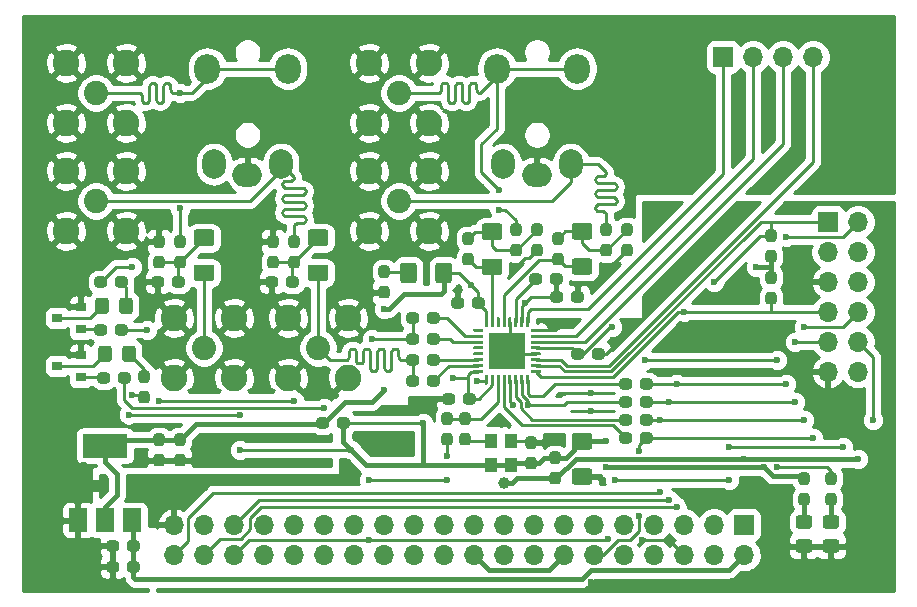
<source format=gtl>
G04 #@! TF.GenerationSoftware,KiCad,Pcbnew,(5.1.9)-1*
G04 #@! TF.CreationDate,2021-12-15T22:13:59+01:00*
G04 #@! TF.ProjectId,AudioCodecModule_WM8960,41756469-6f43-46f6-9465-634d6f64756c,rev?*
G04 #@! TF.SameCoordinates,Original*
G04 #@! TF.FileFunction,Copper,L1,Top*
G04 #@! TF.FilePolarity,Positive*
%FSLAX46Y46*%
G04 Gerber Fmt 4.6, Leading zero omitted, Abs format (unit mm)*
G04 Created by KiCad (PCBNEW (5.1.9)-1) date 2021-12-15 22:13:59*
%MOMM*%
%LPD*%
G01*
G04 APERTURE LIST*
G04 #@! TA.AperFunction,ComponentPad*
%ADD10O,2.200000X2.500000*%
G04 #@! TD*
G04 #@! TA.AperFunction,ComponentPad*
%ADD11O,2.000000X2.500000*%
G04 #@! TD*
G04 #@! TA.AperFunction,ComponentPad*
%ADD12O,2.500000X2.000000*%
G04 #@! TD*
G04 #@! TA.AperFunction,SMDPad,CuDef*
%ADD13R,1.100000X1.300000*%
G04 #@! TD*
G04 #@! TA.AperFunction,ComponentPad*
%ADD14C,2.250000*%
G04 #@! TD*
G04 #@! TA.AperFunction,ComponentPad*
%ADD15C,2.050000*%
G04 #@! TD*
G04 #@! TA.AperFunction,ComponentPad*
%ADD16O,1.700000X1.700000*%
G04 #@! TD*
G04 #@! TA.AperFunction,ComponentPad*
%ADD17R,1.700000X1.700000*%
G04 #@! TD*
G04 #@! TA.AperFunction,SMDPad,CuDef*
%ADD18R,3.100000X3.100000*%
G04 #@! TD*
G04 #@! TA.AperFunction,ComponentPad*
%ADD19C,0.500000*%
G04 #@! TD*
G04 #@! TA.AperFunction,SMDPad,CuDef*
%ADD20R,0.900000X0.800000*%
G04 #@! TD*
G04 #@! TA.AperFunction,SMDPad,CuDef*
%ADD21R,1.500000X2.000000*%
G04 #@! TD*
G04 #@! TA.AperFunction,SMDPad,CuDef*
%ADD22R,3.800000X2.000000*%
G04 #@! TD*
G04 #@! TA.AperFunction,ViaPad*
%ADD23C,0.600000*%
G04 #@! TD*
G04 #@! TA.AperFunction,ViaPad*
%ADD24C,1.000000*%
G04 #@! TD*
G04 #@! TA.AperFunction,Conductor*
%ADD25C,0.406400*%
G04 #@! TD*
G04 #@! TA.AperFunction,Conductor*
%ADD26C,0.250000*%
G04 #@! TD*
G04 #@! TA.AperFunction,Conductor*
%ADD27C,0.254000*%
G04 #@! TD*
G04 #@! TA.AperFunction,Conductor*
%ADD28C,0.100000*%
G04 #@! TD*
G04 APERTURE END LIST*
D10*
X163039000Y-56105000D03*
X156239000Y-56105000D03*
D11*
X162489000Y-64205000D03*
X156789000Y-64205000D03*
D12*
X159639000Y-65105000D03*
D10*
X187550000Y-56105000D03*
X180750000Y-56105000D03*
D11*
X187000000Y-64205000D03*
X181300000Y-64205000D03*
D12*
X184150000Y-65105000D03*
G04 #@! TA.AperFunction,SMDPad,CuDef*
G36*
G01*
X185262000Y-74151500D02*
X185262000Y-73676500D01*
G75*
G02*
X185499500Y-73439000I237500J0D01*
G01*
X186074500Y-73439000D01*
G75*
G02*
X186312000Y-73676500I0J-237500D01*
G01*
X186312000Y-74151500D01*
G75*
G02*
X186074500Y-74389000I-237500J0D01*
G01*
X185499500Y-74389000D01*
G75*
G02*
X185262000Y-74151500I0J237500D01*
G01*
G37*
G04 #@! TD.AperFunction*
G04 #@! TA.AperFunction,SMDPad,CuDef*
G36*
G01*
X183512000Y-74151500D02*
X183512000Y-73676500D01*
G75*
G02*
X183749500Y-73439000I237500J0D01*
G01*
X184324500Y-73439000D01*
G75*
G02*
X184562000Y-73676500I0J-237500D01*
G01*
X184562000Y-74151500D01*
G75*
G02*
X184324500Y-74389000I-237500J0D01*
G01*
X183749500Y-74389000D01*
G75*
G02*
X183512000Y-74151500I0J237500D01*
G01*
G37*
G04 #@! TD.AperFunction*
G04 #@! TA.AperFunction,SMDPad,CuDef*
G36*
G01*
X187040000Y-75675500D02*
X187040000Y-75200500D01*
G75*
G02*
X187277500Y-74963000I237500J0D01*
G01*
X187852500Y-74963000D01*
G75*
G02*
X188090000Y-75200500I0J-237500D01*
G01*
X188090000Y-75675500D01*
G75*
G02*
X187852500Y-75913000I-237500J0D01*
G01*
X187277500Y-75913000D01*
G75*
G02*
X187040000Y-75675500I0J237500D01*
G01*
G37*
G04 #@! TD.AperFunction*
G04 #@! TA.AperFunction,SMDPad,CuDef*
G36*
G01*
X185290000Y-75675500D02*
X185290000Y-75200500D01*
G75*
G02*
X185527500Y-74963000I237500J0D01*
G01*
X186102500Y-74963000D01*
G75*
G02*
X186340000Y-75200500I0J-237500D01*
G01*
X186340000Y-75675500D01*
G75*
G02*
X186102500Y-75913000I-237500J0D01*
G01*
X185527500Y-75913000D01*
G75*
G02*
X185290000Y-75675500I0J237500D01*
G01*
G37*
G04 #@! TD.AperFunction*
G04 #@! TA.AperFunction,SMDPad,CuDef*
G36*
G01*
X192882000Y-84565500D02*
X192882000Y-84090500D01*
G75*
G02*
X193119500Y-83853000I237500J0D01*
G01*
X193694500Y-83853000D01*
G75*
G02*
X193932000Y-84090500I0J-237500D01*
G01*
X193932000Y-84565500D01*
G75*
G02*
X193694500Y-84803000I-237500J0D01*
G01*
X193119500Y-84803000D01*
G75*
G02*
X192882000Y-84565500I0J237500D01*
G01*
G37*
G04 #@! TD.AperFunction*
G04 #@! TA.AperFunction,SMDPad,CuDef*
G36*
G01*
X191132000Y-84565500D02*
X191132000Y-84090500D01*
G75*
G02*
X191369500Y-83853000I237500J0D01*
G01*
X191944500Y-83853000D01*
G75*
G02*
X192182000Y-84090500I0J-237500D01*
G01*
X192182000Y-84565500D01*
G75*
G02*
X191944500Y-84803000I-237500J0D01*
G01*
X191369500Y-84803000D01*
G75*
G02*
X191132000Y-84565500I0J237500D01*
G01*
G37*
G04 #@! TD.AperFunction*
G04 #@! TA.AperFunction,SMDPad,CuDef*
G36*
G01*
X192882000Y-87613500D02*
X192882000Y-87138500D01*
G75*
G02*
X193119500Y-86901000I237500J0D01*
G01*
X193694500Y-86901000D01*
G75*
G02*
X193932000Y-87138500I0J-237500D01*
G01*
X193932000Y-87613500D01*
G75*
G02*
X193694500Y-87851000I-237500J0D01*
G01*
X193119500Y-87851000D01*
G75*
G02*
X192882000Y-87613500I0J237500D01*
G01*
G37*
G04 #@! TD.AperFunction*
G04 #@! TA.AperFunction,SMDPad,CuDef*
G36*
G01*
X191132000Y-87613500D02*
X191132000Y-87138500D01*
G75*
G02*
X191369500Y-86901000I237500J0D01*
G01*
X191944500Y-86901000D01*
G75*
G02*
X192182000Y-87138500I0J-237500D01*
G01*
X192182000Y-87613500D01*
G75*
G02*
X191944500Y-87851000I-237500J0D01*
G01*
X191369500Y-87851000D01*
G75*
G02*
X191132000Y-87613500I0J237500D01*
G01*
G37*
G04 #@! TD.AperFunction*
G04 #@! TA.AperFunction,SMDPad,CuDef*
G36*
G01*
X192882000Y-86089500D02*
X192882000Y-85614500D01*
G75*
G02*
X193119500Y-85377000I237500J0D01*
G01*
X193694500Y-85377000D01*
G75*
G02*
X193932000Y-85614500I0J-237500D01*
G01*
X193932000Y-86089500D01*
G75*
G02*
X193694500Y-86327000I-237500J0D01*
G01*
X193119500Y-86327000D01*
G75*
G02*
X192882000Y-86089500I0J237500D01*
G01*
G37*
G04 #@! TD.AperFunction*
G04 #@! TA.AperFunction,SMDPad,CuDef*
G36*
G01*
X191132000Y-86089500D02*
X191132000Y-85614500D01*
G75*
G02*
X191369500Y-85377000I237500J0D01*
G01*
X191944500Y-85377000D01*
G75*
G02*
X192182000Y-85614500I0J-237500D01*
G01*
X192182000Y-86089500D01*
G75*
G02*
X191944500Y-86327000I-237500J0D01*
G01*
X191369500Y-86327000D01*
G75*
G02*
X191132000Y-86089500I0J237500D01*
G01*
G37*
G04 #@! TD.AperFunction*
G04 #@! TA.AperFunction,SMDPad,CuDef*
G36*
G01*
X192882000Y-83041500D02*
X192882000Y-82566500D01*
G75*
G02*
X193119500Y-82329000I237500J0D01*
G01*
X193694500Y-82329000D01*
G75*
G02*
X193932000Y-82566500I0J-237500D01*
G01*
X193932000Y-83041500D01*
G75*
G02*
X193694500Y-83279000I-237500J0D01*
G01*
X193119500Y-83279000D01*
G75*
G02*
X192882000Y-83041500I0J237500D01*
G01*
G37*
G04 #@! TD.AperFunction*
G04 #@! TA.AperFunction,SMDPad,CuDef*
G36*
G01*
X191132000Y-83041500D02*
X191132000Y-82566500D01*
G75*
G02*
X191369500Y-82329000I237500J0D01*
G01*
X191944500Y-82329000D01*
G75*
G02*
X192182000Y-82566500I0J-237500D01*
G01*
X192182000Y-83041500D01*
G75*
G02*
X191944500Y-83279000I-237500J0D01*
G01*
X191369500Y-83279000D01*
G75*
G02*
X191132000Y-83041500I0J237500D01*
G01*
G37*
G04 #@! TD.AperFunction*
G04 #@! TA.AperFunction,SMDPad,CuDef*
G36*
G01*
X176292500Y-86964000D02*
X176767500Y-86964000D01*
G75*
G02*
X177005000Y-87201500I0J-237500D01*
G01*
X177005000Y-87776500D01*
G75*
G02*
X176767500Y-88014000I-237500J0D01*
G01*
X176292500Y-88014000D01*
G75*
G02*
X176055000Y-87776500I0J237500D01*
G01*
X176055000Y-87201500D01*
G75*
G02*
X176292500Y-86964000I237500J0D01*
G01*
G37*
G04 #@! TD.AperFunction*
G04 #@! TA.AperFunction,SMDPad,CuDef*
G36*
G01*
X176292500Y-85214000D02*
X176767500Y-85214000D01*
G75*
G02*
X177005000Y-85451500I0J-237500D01*
G01*
X177005000Y-86026500D01*
G75*
G02*
X176767500Y-86264000I-237500J0D01*
G01*
X176292500Y-86264000D01*
G75*
G02*
X176055000Y-86026500I0J237500D01*
G01*
X176055000Y-85451500D01*
G75*
G02*
X176292500Y-85214000I237500J0D01*
G01*
G37*
G04 #@! TD.AperFunction*
G04 #@! TA.AperFunction,SMDPad,CuDef*
G36*
G01*
X183404500Y-88996000D02*
X183879500Y-88996000D01*
G75*
G02*
X184117000Y-89233500I0J-237500D01*
G01*
X184117000Y-89808500D01*
G75*
G02*
X183879500Y-90046000I-237500J0D01*
G01*
X183404500Y-90046000D01*
G75*
G02*
X183167000Y-89808500I0J237500D01*
G01*
X183167000Y-89233500D01*
G75*
G02*
X183404500Y-88996000I237500J0D01*
G01*
G37*
G04 #@! TD.AperFunction*
G04 #@! TA.AperFunction,SMDPad,CuDef*
G36*
G01*
X183404500Y-87246000D02*
X183879500Y-87246000D01*
G75*
G02*
X184117000Y-87483500I0J-237500D01*
G01*
X184117000Y-88058500D01*
G75*
G02*
X183879500Y-88296000I-237500J0D01*
G01*
X183404500Y-88296000D01*
G75*
G02*
X183167000Y-88058500I0J237500D01*
G01*
X183167000Y-87483500D01*
G75*
G02*
X183404500Y-87246000I237500J0D01*
G01*
G37*
G04 #@! TD.AperFunction*
G04 #@! TA.AperFunction,SMDPad,CuDef*
G36*
G01*
X177816500Y-86964000D02*
X178291500Y-86964000D01*
G75*
G02*
X178529000Y-87201500I0J-237500D01*
G01*
X178529000Y-87776500D01*
G75*
G02*
X178291500Y-88014000I-237500J0D01*
G01*
X177816500Y-88014000D01*
G75*
G02*
X177579000Y-87776500I0J237500D01*
G01*
X177579000Y-87201500D01*
G75*
G02*
X177816500Y-86964000I237500J0D01*
G01*
G37*
G04 #@! TD.AperFunction*
G04 #@! TA.AperFunction,SMDPad,CuDef*
G36*
G01*
X177816500Y-85214000D02*
X178291500Y-85214000D01*
G75*
G02*
X178529000Y-85451500I0J-237500D01*
G01*
X178529000Y-86026500D01*
G75*
G02*
X178291500Y-86264000I-237500J0D01*
G01*
X177816500Y-86264000D01*
G75*
G02*
X177579000Y-86026500I0J237500D01*
G01*
X177579000Y-85451500D01*
G75*
G02*
X177816500Y-85214000I237500J0D01*
G01*
G37*
G04 #@! TD.AperFunction*
D13*
X180277000Y-89696000D03*
X180277000Y-87596000D03*
X181927000Y-87596000D03*
X181927000Y-89696000D03*
G04 #@! TA.AperFunction,SMDPad,CuDef*
G36*
G01*
X153686500Y-88742000D02*
X154161500Y-88742000D01*
G75*
G02*
X154399000Y-88979500I0J-237500D01*
G01*
X154399000Y-89554500D01*
G75*
G02*
X154161500Y-89792000I-237500J0D01*
G01*
X153686500Y-89792000D01*
G75*
G02*
X153449000Y-89554500I0J237500D01*
G01*
X153449000Y-88979500D01*
G75*
G02*
X153686500Y-88742000I237500J0D01*
G01*
G37*
G04 #@! TD.AperFunction*
G04 #@! TA.AperFunction,SMDPad,CuDef*
G36*
G01*
X153686500Y-86992000D02*
X154161500Y-86992000D01*
G75*
G02*
X154399000Y-87229500I0J-237500D01*
G01*
X154399000Y-87804500D01*
G75*
G02*
X154161500Y-88042000I-237500J0D01*
G01*
X153686500Y-88042000D01*
G75*
G02*
X153449000Y-87804500I0J237500D01*
G01*
X153449000Y-87229500D01*
G75*
G02*
X153686500Y-86992000I237500J0D01*
G01*
G37*
G04 #@! TD.AperFunction*
G04 #@! TA.AperFunction,SMDPad,CuDef*
G36*
G01*
X151908500Y-88742000D02*
X152383500Y-88742000D01*
G75*
G02*
X152621000Y-88979500I0J-237500D01*
G01*
X152621000Y-89554500D01*
G75*
G02*
X152383500Y-89792000I-237500J0D01*
G01*
X151908500Y-89792000D01*
G75*
G02*
X151671000Y-89554500I0J237500D01*
G01*
X151671000Y-88979500D01*
G75*
G02*
X151908500Y-88742000I237500J0D01*
G01*
G37*
G04 #@! TD.AperFunction*
G04 #@! TA.AperFunction,SMDPad,CuDef*
G36*
G01*
X151908500Y-86992000D02*
X152383500Y-86992000D01*
G75*
G02*
X152621000Y-87229500I0J-237500D01*
G01*
X152621000Y-87804500D01*
G75*
G02*
X152383500Y-88042000I-237500J0D01*
G01*
X151908500Y-88042000D01*
G75*
G02*
X151671000Y-87804500I0J237500D01*
G01*
X151671000Y-87229500D01*
G75*
G02*
X151908500Y-86992000I237500J0D01*
G01*
G37*
G04 #@! TD.AperFunction*
D14*
X169926000Y-60706000D03*
X169926000Y-55626000D03*
X175006000Y-55626000D03*
X175006000Y-60706000D03*
D15*
X172466000Y-58166000D03*
G04 #@! TA.AperFunction,SMDPad,CuDef*
G36*
G01*
X187335000Y-72149000D02*
X188585000Y-72149000D01*
G75*
G02*
X188835000Y-72399000I0J-250000D01*
G01*
X188835000Y-73324000D01*
G75*
G02*
X188585000Y-73574000I-250000J0D01*
G01*
X187335000Y-73574000D01*
G75*
G02*
X187085000Y-73324000I0J250000D01*
G01*
X187085000Y-72399000D01*
G75*
G02*
X187335000Y-72149000I250000J0D01*
G01*
G37*
G04 #@! TD.AperFunction*
G04 #@! TA.AperFunction,SMDPad,CuDef*
G36*
G01*
X187335000Y-69174000D02*
X188585000Y-69174000D01*
G75*
G02*
X188835000Y-69424000I0J-250000D01*
G01*
X188835000Y-70349000D01*
G75*
G02*
X188585000Y-70599000I-250000J0D01*
G01*
X187335000Y-70599000D01*
G75*
G02*
X187085000Y-70349000I0J250000D01*
G01*
X187085000Y-69424000D01*
G75*
G02*
X187335000Y-69174000I250000J0D01*
G01*
G37*
G04 #@! TD.AperFunction*
D14*
X144272000Y-60706000D03*
X144272000Y-55626000D03*
X149352000Y-55626000D03*
X149352000Y-60706000D03*
D15*
X146812000Y-58166000D03*
G04 #@! TA.AperFunction,SMDPad,CuDef*
G36*
G01*
X187335000Y-89929000D02*
X188585000Y-89929000D01*
G75*
G02*
X188835000Y-90179000I0J-250000D01*
G01*
X188835000Y-91104000D01*
G75*
G02*
X188585000Y-91354000I-250000J0D01*
G01*
X187335000Y-91354000D01*
G75*
G02*
X187085000Y-91104000I0J250000D01*
G01*
X187085000Y-90179000D01*
G75*
G02*
X187335000Y-89929000I250000J0D01*
G01*
G37*
G04 #@! TD.AperFunction*
G04 #@! TA.AperFunction,SMDPad,CuDef*
G36*
G01*
X187335000Y-86954000D02*
X188585000Y-86954000D01*
G75*
G02*
X188835000Y-87204000I0J-250000D01*
G01*
X188835000Y-88129000D01*
G75*
G02*
X188585000Y-88379000I-250000J0D01*
G01*
X187335000Y-88379000D01*
G75*
G02*
X187085000Y-88129000I0J250000D01*
G01*
X187085000Y-87204000D01*
G75*
G02*
X187335000Y-86954000I250000J0D01*
G01*
G37*
G04 #@! TD.AperFunction*
G04 #@! TA.AperFunction,SMDPad,CuDef*
G36*
G01*
X170958500Y-74518000D02*
X171433500Y-74518000D01*
G75*
G02*
X171671000Y-74755500I0J-237500D01*
G01*
X171671000Y-75330500D01*
G75*
G02*
X171433500Y-75568000I-237500J0D01*
G01*
X170958500Y-75568000D01*
G75*
G02*
X170721000Y-75330500I0J237500D01*
G01*
X170721000Y-74755500D01*
G75*
G02*
X170958500Y-74518000I237500J0D01*
G01*
G37*
G04 #@! TD.AperFunction*
G04 #@! TA.AperFunction,SMDPad,CuDef*
G36*
G01*
X170958500Y-72768000D02*
X171433500Y-72768000D01*
G75*
G02*
X171671000Y-73005500I0J-237500D01*
G01*
X171671000Y-73580500D01*
G75*
G02*
X171433500Y-73818000I-237500J0D01*
G01*
X170958500Y-73818000D01*
G75*
G02*
X170721000Y-73580500I0J237500D01*
G01*
X170721000Y-73005500D01*
G75*
G02*
X170958500Y-72768000I237500J0D01*
G01*
G37*
G04 #@! TD.AperFunction*
G04 #@! TA.AperFunction,SMDPad,CuDef*
G36*
G01*
X184387500Y-70262000D02*
X183912500Y-70262000D01*
G75*
G02*
X183675000Y-70024500I0J237500D01*
G01*
X183675000Y-69449500D01*
G75*
G02*
X183912500Y-69212000I237500J0D01*
G01*
X184387500Y-69212000D01*
G75*
G02*
X184625000Y-69449500I0J-237500D01*
G01*
X184625000Y-70024500D01*
G75*
G02*
X184387500Y-70262000I-237500J0D01*
G01*
G37*
G04 #@! TD.AperFunction*
G04 #@! TA.AperFunction,SMDPad,CuDef*
G36*
G01*
X184387500Y-72012000D02*
X183912500Y-72012000D01*
G75*
G02*
X183675000Y-71774500I0J237500D01*
G01*
X183675000Y-71199500D01*
G75*
G02*
X183912500Y-70962000I237500J0D01*
G01*
X184387500Y-70962000D01*
G75*
G02*
X184625000Y-71199500I0J-237500D01*
G01*
X184625000Y-71774500D01*
G75*
G02*
X184387500Y-72012000I-237500J0D01*
G01*
G37*
G04 #@! TD.AperFunction*
G04 #@! TA.AperFunction,SMDPad,CuDef*
G36*
G01*
X189754500Y-70962000D02*
X190229500Y-70962000D01*
G75*
G02*
X190467000Y-71199500I0J-237500D01*
G01*
X190467000Y-71774500D01*
G75*
G02*
X190229500Y-72012000I-237500J0D01*
G01*
X189754500Y-72012000D01*
G75*
G02*
X189517000Y-71774500I0J237500D01*
G01*
X189517000Y-71199500D01*
G75*
G02*
X189754500Y-70962000I237500J0D01*
G01*
G37*
G04 #@! TD.AperFunction*
G04 #@! TA.AperFunction,SMDPad,CuDef*
G36*
G01*
X189754500Y-69212000D02*
X190229500Y-69212000D01*
G75*
G02*
X190467000Y-69449500I0J-237500D01*
G01*
X190467000Y-70024500D01*
G75*
G02*
X190229500Y-70262000I-237500J0D01*
G01*
X189754500Y-70262000D01*
G75*
G02*
X189517000Y-70024500I0J237500D01*
G01*
X189517000Y-69449500D01*
G75*
G02*
X189754500Y-69212000I237500J0D01*
G01*
G37*
G04 #@! TD.AperFunction*
G04 #@! TA.AperFunction,SMDPad,CuDef*
G36*
G01*
X163338500Y-71978000D02*
X163813500Y-71978000D01*
G75*
G02*
X164051000Y-72215500I0J-237500D01*
G01*
X164051000Y-72790500D01*
G75*
G02*
X163813500Y-73028000I-237500J0D01*
G01*
X163338500Y-73028000D01*
G75*
G02*
X163101000Y-72790500I0J237500D01*
G01*
X163101000Y-72215500D01*
G75*
G02*
X163338500Y-71978000I237500J0D01*
G01*
G37*
G04 #@! TD.AperFunction*
G04 #@! TA.AperFunction,SMDPad,CuDef*
G36*
G01*
X163338500Y-70228000D02*
X163813500Y-70228000D01*
G75*
G02*
X164051000Y-70465500I0J-237500D01*
G01*
X164051000Y-71040500D01*
G75*
G02*
X163813500Y-71278000I-237500J0D01*
G01*
X163338500Y-71278000D01*
G75*
G02*
X163101000Y-71040500I0J237500D01*
G01*
X163101000Y-70465500D01*
G75*
G02*
X163338500Y-70228000I237500J0D01*
G01*
G37*
G04 #@! TD.AperFunction*
G04 #@! TA.AperFunction,SMDPad,CuDef*
G36*
G01*
X176908000Y-76183500D02*
X176908000Y-75708500D01*
G75*
G02*
X177145500Y-75471000I237500J0D01*
G01*
X177720500Y-75471000D01*
G75*
G02*
X177958000Y-75708500I0J-237500D01*
G01*
X177958000Y-76183500D01*
G75*
G02*
X177720500Y-76421000I-237500J0D01*
G01*
X177145500Y-76421000D01*
G75*
G02*
X176908000Y-76183500I0J237500D01*
G01*
G37*
G04 #@! TD.AperFunction*
G04 #@! TA.AperFunction,SMDPad,CuDef*
G36*
G01*
X178658000Y-76183500D02*
X178658000Y-75708500D01*
G75*
G02*
X178895500Y-75471000I237500J0D01*
G01*
X179470500Y-75471000D01*
G75*
G02*
X179708000Y-75708500I0J-237500D01*
G01*
X179708000Y-76183500D01*
G75*
G02*
X179470500Y-76421000I-237500J0D01*
G01*
X178895500Y-76421000D01*
G75*
G02*
X178658000Y-76183500I0J237500D01*
G01*
G37*
G04 #@! TD.AperFunction*
D14*
X169926000Y-69850000D03*
X169926000Y-64770000D03*
X175006000Y-64770000D03*
X175006000Y-69850000D03*
D15*
X172466000Y-67310000D03*
G04 #@! TA.AperFunction,SMDPad,CuDef*
G36*
G01*
X177896000Y-84311500D02*
X177896000Y-83836500D01*
G75*
G02*
X178133500Y-83599000I237500J0D01*
G01*
X178708500Y-83599000D01*
G75*
G02*
X178946000Y-83836500I0J-237500D01*
G01*
X178946000Y-84311500D01*
G75*
G02*
X178708500Y-84549000I-237500J0D01*
G01*
X178133500Y-84549000D01*
G75*
G02*
X177896000Y-84311500I0J237500D01*
G01*
G37*
G04 #@! TD.AperFunction*
G04 #@! TA.AperFunction,SMDPad,CuDef*
G36*
G01*
X176146000Y-84311500D02*
X176146000Y-83836500D01*
G75*
G02*
X176383500Y-83599000I237500J0D01*
G01*
X176958500Y-83599000D01*
G75*
G02*
X177196000Y-83836500I0J-237500D01*
G01*
X177196000Y-84311500D01*
G75*
G02*
X176958500Y-84549000I-237500J0D01*
G01*
X176383500Y-84549000D01*
G75*
G02*
X176146000Y-84311500I0J237500D01*
G01*
G37*
G04 #@! TD.AperFunction*
D14*
X144272000Y-69850000D03*
X144272000Y-64770000D03*
X149352000Y-64770000D03*
X149352000Y-69850000D03*
D15*
X146812000Y-67310000D03*
G04 #@! TA.AperFunction,SMDPad,CuDef*
G36*
G01*
X185436500Y-90266000D02*
X185911500Y-90266000D01*
G75*
G02*
X186149000Y-90503500I0J-237500D01*
G01*
X186149000Y-91078500D01*
G75*
G02*
X185911500Y-91316000I-237500J0D01*
G01*
X185436500Y-91316000D01*
G75*
G02*
X185199000Y-91078500I0J237500D01*
G01*
X185199000Y-90503500D01*
G75*
G02*
X185436500Y-90266000I237500J0D01*
G01*
G37*
G04 #@! TD.AperFunction*
G04 #@! TA.AperFunction,SMDPad,CuDef*
G36*
G01*
X185436500Y-88516000D02*
X185911500Y-88516000D01*
G75*
G02*
X186149000Y-88753500I0J-237500D01*
G01*
X186149000Y-89328500D01*
G75*
G02*
X185911500Y-89566000I-237500J0D01*
G01*
X185436500Y-89566000D01*
G75*
G02*
X185199000Y-89328500I0J237500D01*
G01*
X185199000Y-88753500D01*
G75*
G02*
X185436500Y-88516000I237500J0D01*
G01*
G37*
G04 #@! TD.AperFunction*
G04 #@! TA.AperFunction,SMDPad,CuDef*
G36*
G01*
X162035500Y-71278000D02*
X161560500Y-71278000D01*
G75*
G02*
X161323000Y-71040500I0J237500D01*
G01*
X161323000Y-70465500D01*
G75*
G02*
X161560500Y-70228000I237500J0D01*
G01*
X162035500Y-70228000D01*
G75*
G02*
X162273000Y-70465500I0J-237500D01*
G01*
X162273000Y-71040500D01*
G75*
G02*
X162035500Y-71278000I-237500J0D01*
G01*
G37*
G04 #@! TD.AperFunction*
G04 #@! TA.AperFunction,SMDPad,CuDef*
G36*
G01*
X162035500Y-73028000D02*
X161560500Y-73028000D01*
G75*
G02*
X161323000Y-72790500I0J237500D01*
G01*
X161323000Y-72215500D01*
G75*
G02*
X161560500Y-71978000I237500J0D01*
G01*
X162035500Y-71978000D01*
G75*
G02*
X162273000Y-72215500I0J-237500D01*
G01*
X162273000Y-72790500D01*
G75*
G02*
X162035500Y-73028000I-237500J0D01*
G01*
G37*
G04 #@! TD.AperFunction*
G04 #@! TA.AperFunction,SMDPad,CuDef*
G36*
G01*
X152383500Y-71278000D02*
X151908500Y-71278000D01*
G75*
G02*
X151671000Y-71040500I0J237500D01*
G01*
X151671000Y-70465500D01*
G75*
G02*
X151908500Y-70228000I237500J0D01*
G01*
X152383500Y-70228000D01*
G75*
G02*
X152621000Y-70465500I0J-237500D01*
G01*
X152621000Y-71040500D01*
G75*
G02*
X152383500Y-71278000I-237500J0D01*
G01*
G37*
G04 #@! TD.AperFunction*
G04 #@! TA.AperFunction,SMDPad,CuDef*
G36*
G01*
X152383500Y-73028000D02*
X151908500Y-73028000D01*
G75*
G02*
X151671000Y-72790500I0J237500D01*
G01*
X151671000Y-72215500D01*
G75*
G02*
X151908500Y-71978000I237500J0D01*
G01*
X152383500Y-71978000D01*
G75*
G02*
X152621000Y-72215500I0J-237500D01*
G01*
X152621000Y-72790500D01*
G75*
G02*
X152383500Y-73028000I-237500J0D01*
G01*
G37*
G04 #@! TD.AperFunction*
G04 #@! TA.AperFunction,SMDPad,CuDef*
G36*
G01*
X155331000Y-72693500D02*
X156581000Y-72693500D01*
G75*
G02*
X156831000Y-72943500I0J-250000D01*
G01*
X156831000Y-73868500D01*
G75*
G02*
X156581000Y-74118500I-250000J0D01*
G01*
X155331000Y-74118500D01*
G75*
G02*
X155081000Y-73868500I0J250000D01*
G01*
X155081000Y-72943500D01*
G75*
G02*
X155331000Y-72693500I250000J0D01*
G01*
G37*
G04 #@! TD.AperFunction*
G04 #@! TA.AperFunction,SMDPad,CuDef*
G36*
G01*
X155331000Y-69718500D02*
X156581000Y-69718500D01*
G75*
G02*
X156831000Y-69968500I0J-250000D01*
G01*
X156831000Y-70893500D01*
G75*
G02*
X156581000Y-71143500I-250000J0D01*
G01*
X155331000Y-71143500D01*
G75*
G02*
X155081000Y-70893500I0J250000D01*
G01*
X155081000Y-69968500D01*
G75*
G02*
X155331000Y-69718500I250000J0D01*
G01*
G37*
G04 #@! TD.AperFunction*
D14*
X163068000Y-82296000D03*
X163068000Y-77216000D03*
X168148000Y-77216000D03*
X168148000Y-82296000D03*
D15*
X165608000Y-79756000D03*
G04 #@! TA.AperFunction,SMDPad,CuDef*
G36*
G01*
X173977000Y-72781000D02*
X173977000Y-74031000D01*
G75*
G02*
X173727000Y-74281000I-250000J0D01*
G01*
X172802000Y-74281000D01*
G75*
G02*
X172552000Y-74031000I0J250000D01*
G01*
X172552000Y-72781000D01*
G75*
G02*
X172802000Y-72531000I250000J0D01*
G01*
X173727000Y-72531000D01*
G75*
G02*
X173977000Y-72781000I0J-250000D01*
G01*
G37*
G04 #@! TD.AperFunction*
G04 #@! TA.AperFunction,SMDPad,CuDef*
G36*
G01*
X176952000Y-72781000D02*
X176952000Y-74031000D01*
G75*
G02*
X176702000Y-74281000I-250000J0D01*
G01*
X175777000Y-74281000D01*
G75*
G02*
X175527000Y-74031000I0J250000D01*
G01*
X175527000Y-72781000D01*
G75*
G02*
X175777000Y-72531000I250000J0D01*
G01*
X176702000Y-72531000D01*
G75*
G02*
X176952000Y-72781000I0J-250000D01*
G01*
G37*
G04 #@! TD.AperFunction*
G04 #@! TA.AperFunction,SMDPad,CuDef*
G36*
G01*
X179715000Y-72185500D02*
X180965000Y-72185500D01*
G75*
G02*
X181215000Y-72435500I0J-250000D01*
G01*
X181215000Y-73360500D01*
G75*
G02*
X180965000Y-73610500I-250000J0D01*
G01*
X179715000Y-73610500D01*
G75*
G02*
X179465000Y-73360500I0J250000D01*
G01*
X179465000Y-72435500D01*
G75*
G02*
X179715000Y-72185500I250000J0D01*
G01*
G37*
G04 #@! TD.AperFunction*
G04 #@! TA.AperFunction,SMDPad,CuDef*
G36*
G01*
X179715000Y-69210500D02*
X180965000Y-69210500D01*
G75*
G02*
X181215000Y-69460500I0J-250000D01*
G01*
X181215000Y-70385500D01*
G75*
G02*
X180965000Y-70635500I-250000J0D01*
G01*
X179715000Y-70635500D01*
G75*
G02*
X179465000Y-70385500I0J250000D01*
G01*
X179465000Y-69460500D01*
G75*
G02*
X179715000Y-69210500I250000J0D01*
G01*
G37*
G04 #@! TD.AperFunction*
G04 #@! TA.AperFunction,SMDPad,CuDef*
G36*
G01*
X164983000Y-72693500D02*
X166233000Y-72693500D01*
G75*
G02*
X166483000Y-72943500I0J-250000D01*
G01*
X166483000Y-73868500D01*
G75*
G02*
X166233000Y-74118500I-250000J0D01*
G01*
X164983000Y-74118500D01*
G75*
G02*
X164733000Y-73868500I0J250000D01*
G01*
X164733000Y-72943500D01*
G75*
G02*
X164983000Y-72693500I250000J0D01*
G01*
G37*
G04 #@! TD.AperFunction*
G04 #@! TA.AperFunction,SMDPad,CuDef*
G36*
G01*
X164983000Y-69718500D02*
X166233000Y-69718500D01*
G75*
G02*
X166483000Y-69968500I0J-250000D01*
G01*
X166483000Y-70893500D01*
G75*
G02*
X166233000Y-71143500I-250000J0D01*
G01*
X164983000Y-71143500D01*
G75*
G02*
X164733000Y-70893500I0J250000D01*
G01*
X164733000Y-69968500D01*
G75*
G02*
X164983000Y-69718500I250000J0D01*
G01*
G37*
G04 #@! TD.AperFunction*
G04 #@! TA.AperFunction,SMDPad,CuDef*
G36*
G01*
X153258000Y-74405500D02*
X153258000Y-73930500D01*
G75*
G02*
X153495500Y-73693000I237500J0D01*
G01*
X154070500Y-73693000D01*
G75*
G02*
X154308000Y-73930500I0J-237500D01*
G01*
X154308000Y-74405500D01*
G75*
G02*
X154070500Y-74643000I-237500J0D01*
G01*
X153495500Y-74643000D01*
G75*
G02*
X153258000Y-74405500I0J237500D01*
G01*
G37*
G04 #@! TD.AperFunction*
G04 #@! TA.AperFunction,SMDPad,CuDef*
G36*
G01*
X151508000Y-74405500D02*
X151508000Y-73930500D01*
G75*
G02*
X151745500Y-73693000I237500J0D01*
G01*
X152320500Y-73693000D01*
G75*
G02*
X152558000Y-73930500I0J-237500D01*
G01*
X152558000Y-74405500D01*
G75*
G02*
X152320500Y-74643000I-237500J0D01*
G01*
X151745500Y-74643000D01*
G75*
G02*
X151508000Y-74405500I0J237500D01*
G01*
G37*
G04 #@! TD.AperFunction*
G04 #@! TA.AperFunction,SMDPad,CuDef*
G36*
G01*
X192007500Y-70262000D02*
X191532500Y-70262000D01*
G75*
G02*
X191295000Y-70024500I0J237500D01*
G01*
X191295000Y-69449500D01*
G75*
G02*
X191532500Y-69212000I237500J0D01*
G01*
X192007500Y-69212000D01*
G75*
G02*
X192245000Y-69449500I0J-237500D01*
G01*
X192245000Y-70024500D01*
G75*
G02*
X192007500Y-70262000I-237500J0D01*
G01*
G37*
G04 #@! TD.AperFunction*
G04 #@! TA.AperFunction,SMDPad,CuDef*
G36*
G01*
X192007500Y-72012000D02*
X191532500Y-72012000D01*
G75*
G02*
X191295000Y-71774500I0J237500D01*
G01*
X191295000Y-71199500D01*
G75*
G02*
X191532500Y-70962000I237500J0D01*
G01*
X192007500Y-70962000D01*
G75*
G02*
X192245000Y-71199500I0J-237500D01*
G01*
X192245000Y-71774500D01*
G75*
G02*
X192007500Y-72012000I-237500J0D01*
G01*
G37*
G04 #@! TD.AperFunction*
G04 #@! TA.AperFunction,SMDPad,CuDef*
G36*
G01*
X162910000Y-74405500D02*
X162910000Y-73930500D01*
G75*
G02*
X163147500Y-73693000I237500J0D01*
G01*
X163722500Y-73693000D01*
G75*
G02*
X163960000Y-73930500I0J-237500D01*
G01*
X163960000Y-74405500D01*
G75*
G02*
X163722500Y-74643000I-237500J0D01*
G01*
X163147500Y-74643000D01*
G75*
G02*
X162910000Y-74405500I0J237500D01*
G01*
G37*
G04 #@! TD.AperFunction*
G04 #@! TA.AperFunction,SMDPad,CuDef*
G36*
G01*
X161160000Y-74405500D02*
X161160000Y-73930500D01*
G75*
G02*
X161397500Y-73693000I237500J0D01*
G01*
X161972500Y-73693000D01*
G75*
G02*
X162210000Y-73930500I0J-237500D01*
G01*
X162210000Y-74405500D01*
G75*
G02*
X161972500Y-74643000I-237500J0D01*
G01*
X161397500Y-74643000D01*
G75*
G02*
X161160000Y-74405500I0J237500D01*
G01*
G37*
G04 #@! TD.AperFunction*
G04 #@! TA.AperFunction,SMDPad,CuDef*
G36*
G01*
X182134500Y-70962000D02*
X182609500Y-70962000D01*
G75*
G02*
X182847000Y-71199500I0J-237500D01*
G01*
X182847000Y-71774500D01*
G75*
G02*
X182609500Y-72012000I-237500J0D01*
G01*
X182134500Y-72012000D01*
G75*
G02*
X181897000Y-71774500I0J237500D01*
G01*
X181897000Y-71199500D01*
G75*
G02*
X182134500Y-70962000I237500J0D01*
G01*
G37*
G04 #@! TD.AperFunction*
G04 #@! TA.AperFunction,SMDPad,CuDef*
G36*
G01*
X182134500Y-69212000D02*
X182609500Y-69212000D01*
G75*
G02*
X182847000Y-69449500I0J-237500D01*
G01*
X182847000Y-70024500D01*
G75*
G02*
X182609500Y-70262000I-237500J0D01*
G01*
X182134500Y-70262000D01*
G75*
G02*
X181897000Y-70024500I0J237500D01*
G01*
X181897000Y-69449500D01*
G75*
G02*
X182134500Y-69212000I237500J0D01*
G01*
G37*
G04 #@! TD.AperFunction*
G04 #@! TA.AperFunction,SMDPad,CuDef*
G36*
G01*
X153686500Y-71978000D02*
X154161500Y-71978000D01*
G75*
G02*
X154399000Y-72215500I0J-237500D01*
G01*
X154399000Y-72790500D01*
G75*
G02*
X154161500Y-73028000I-237500J0D01*
G01*
X153686500Y-73028000D01*
G75*
G02*
X153449000Y-72790500I0J237500D01*
G01*
X153449000Y-72215500D01*
G75*
G02*
X153686500Y-71978000I237500J0D01*
G01*
G37*
G04 #@! TD.AperFunction*
G04 #@! TA.AperFunction,SMDPad,CuDef*
G36*
G01*
X153686500Y-70228000D02*
X154161500Y-70228000D01*
G75*
G02*
X154399000Y-70465500I0J-237500D01*
G01*
X154399000Y-71040500D01*
G75*
G02*
X154161500Y-71278000I-237500J0D01*
G01*
X153686500Y-71278000D01*
G75*
G02*
X153449000Y-71040500I0J237500D01*
G01*
X153449000Y-70465500D01*
G75*
G02*
X153686500Y-70228000I237500J0D01*
G01*
G37*
G04 #@! TD.AperFunction*
D16*
X153416000Y-97282000D03*
X153416000Y-94742000D03*
X155956000Y-97282000D03*
X155956000Y-94742000D03*
X158496000Y-97282000D03*
X158496000Y-94742000D03*
X161036000Y-97282000D03*
X161036000Y-94742000D03*
X163576000Y-97282000D03*
X163576000Y-94742000D03*
X166116000Y-97282000D03*
X166116000Y-94742000D03*
X168656000Y-97282000D03*
X168656000Y-94742000D03*
X171196000Y-97282000D03*
X171196000Y-94742000D03*
X173736000Y-97282000D03*
X173736000Y-94742000D03*
X176276000Y-97282000D03*
X176276000Y-94742000D03*
X178816000Y-97282000D03*
X178816000Y-94742000D03*
X181356000Y-97282000D03*
X181356000Y-94742000D03*
X183896000Y-97282000D03*
X183896000Y-94742000D03*
X186436000Y-97282000D03*
X186436000Y-94742000D03*
X188976000Y-97282000D03*
X188976000Y-94742000D03*
X191516000Y-97282000D03*
X191516000Y-94742000D03*
X194056000Y-97282000D03*
X194056000Y-94742000D03*
X196596000Y-97282000D03*
X196596000Y-94742000D03*
X199136000Y-97282000D03*
X199136000Y-94742000D03*
X201676000Y-97282000D03*
D17*
X201676000Y-94742000D03*
D16*
X207518000Y-55118000D03*
X204978000Y-55118000D03*
X202438000Y-55118000D03*
D17*
X199898000Y-55118000D03*
G04 #@! TA.AperFunction,SMDPad,CuDef*
G36*
G01*
X178735000Y-78322500D02*
X178735000Y-78197500D01*
G75*
G02*
X178797500Y-78135000I62500J0D01*
G01*
X179547500Y-78135000D01*
G75*
G02*
X179610000Y-78197500I0J-62500D01*
G01*
X179610000Y-78322500D01*
G75*
G02*
X179547500Y-78385000I-62500J0D01*
G01*
X178797500Y-78385000D01*
G75*
G02*
X178735000Y-78322500I0J62500D01*
G01*
G37*
G04 #@! TD.AperFunction*
G04 #@! TA.AperFunction,SMDPad,CuDef*
G36*
G01*
X178735000Y-78822500D02*
X178735000Y-78697500D01*
G75*
G02*
X178797500Y-78635000I62500J0D01*
G01*
X179547500Y-78635000D01*
G75*
G02*
X179610000Y-78697500I0J-62500D01*
G01*
X179610000Y-78822500D01*
G75*
G02*
X179547500Y-78885000I-62500J0D01*
G01*
X178797500Y-78885000D01*
G75*
G02*
X178735000Y-78822500I0J62500D01*
G01*
G37*
G04 #@! TD.AperFunction*
G04 #@! TA.AperFunction,SMDPad,CuDef*
G36*
G01*
X178735000Y-79322500D02*
X178735000Y-79197500D01*
G75*
G02*
X178797500Y-79135000I62500J0D01*
G01*
X179547500Y-79135000D01*
G75*
G02*
X179610000Y-79197500I0J-62500D01*
G01*
X179610000Y-79322500D01*
G75*
G02*
X179547500Y-79385000I-62500J0D01*
G01*
X178797500Y-79385000D01*
G75*
G02*
X178735000Y-79322500I0J62500D01*
G01*
G37*
G04 #@! TD.AperFunction*
G04 #@! TA.AperFunction,SMDPad,CuDef*
G36*
G01*
X178735000Y-79822500D02*
X178735000Y-79697500D01*
G75*
G02*
X178797500Y-79635000I62500J0D01*
G01*
X179547500Y-79635000D01*
G75*
G02*
X179610000Y-79697500I0J-62500D01*
G01*
X179610000Y-79822500D01*
G75*
G02*
X179547500Y-79885000I-62500J0D01*
G01*
X178797500Y-79885000D01*
G75*
G02*
X178735000Y-79822500I0J62500D01*
G01*
G37*
G04 #@! TD.AperFunction*
G04 #@! TA.AperFunction,SMDPad,CuDef*
G36*
G01*
X178735000Y-80322500D02*
X178735000Y-80197500D01*
G75*
G02*
X178797500Y-80135000I62500J0D01*
G01*
X179547500Y-80135000D01*
G75*
G02*
X179610000Y-80197500I0J-62500D01*
G01*
X179610000Y-80322500D01*
G75*
G02*
X179547500Y-80385000I-62500J0D01*
G01*
X178797500Y-80385000D01*
G75*
G02*
X178735000Y-80322500I0J62500D01*
G01*
G37*
G04 #@! TD.AperFunction*
G04 #@! TA.AperFunction,SMDPad,CuDef*
G36*
G01*
X178735000Y-80822500D02*
X178735000Y-80697500D01*
G75*
G02*
X178797500Y-80635000I62500J0D01*
G01*
X179547500Y-80635000D01*
G75*
G02*
X179610000Y-80697500I0J-62500D01*
G01*
X179610000Y-80822500D01*
G75*
G02*
X179547500Y-80885000I-62500J0D01*
G01*
X178797500Y-80885000D01*
G75*
G02*
X178735000Y-80822500I0J62500D01*
G01*
G37*
G04 #@! TD.AperFunction*
G04 #@! TA.AperFunction,SMDPad,CuDef*
G36*
G01*
X178735000Y-81322500D02*
X178735000Y-81197500D01*
G75*
G02*
X178797500Y-81135000I62500J0D01*
G01*
X179547500Y-81135000D01*
G75*
G02*
X179610000Y-81197500I0J-62500D01*
G01*
X179610000Y-81322500D01*
G75*
G02*
X179547500Y-81385000I-62500J0D01*
G01*
X178797500Y-81385000D01*
G75*
G02*
X178735000Y-81322500I0J62500D01*
G01*
G37*
G04 #@! TD.AperFunction*
G04 #@! TA.AperFunction,SMDPad,CuDef*
G36*
G01*
X178735000Y-81822500D02*
X178735000Y-81697500D01*
G75*
G02*
X178797500Y-81635000I62500J0D01*
G01*
X179547500Y-81635000D01*
G75*
G02*
X179610000Y-81697500I0J-62500D01*
G01*
X179610000Y-81822500D01*
G75*
G02*
X179547500Y-81885000I-62500J0D01*
G01*
X178797500Y-81885000D01*
G75*
G02*
X178735000Y-81822500I0J62500D01*
G01*
G37*
G04 #@! TD.AperFunction*
G04 #@! TA.AperFunction,SMDPad,CuDef*
G36*
G01*
X179735000Y-82822500D02*
X179735000Y-82072500D01*
G75*
G02*
X179797500Y-82010000I62500J0D01*
G01*
X179922500Y-82010000D01*
G75*
G02*
X179985000Y-82072500I0J-62500D01*
G01*
X179985000Y-82822500D01*
G75*
G02*
X179922500Y-82885000I-62500J0D01*
G01*
X179797500Y-82885000D01*
G75*
G02*
X179735000Y-82822500I0J62500D01*
G01*
G37*
G04 #@! TD.AperFunction*
G04 #@! TA.AperFunction,SMDPad,CuDef*
G36*
G01*
X180235000Y-82822500D02*
X180235000Y-82072500D01*
G75*
G02*
X180297500Y-82010000I62500J0D01*
G01*
X180422500Y-82010000D01*
G75*
G02*
X180485000Y-82072500I0J-62500D01*
G01*
X180485000Y-82822500D01*
G75*
G02*
X180422500Y-82885000I-62500J0D01*
G01*
X180297500Y-82885000D01*
G75*
G02*
X180235000Y-82822500I0J62500D01*
G01*
G37*
G04 #@! TD.AperFunction*
G04 #@! TA.AperFunction,SMDPad,CuDef*
G36*
G01*
X180735000Y-82822500D02*
X180735000Y-82072500D01*
G75*
G02*
X180797500Y-82010000I62500J0D01*
G01*
X180922500Y-82010000D01*
G75*
G02*
X180985000Y-82072500I0J-62500D01*
G01*
X180985000Y-82822500D01*
G75*
G02*
X180922500Y-82885000I-62500J0D01*
G01*
X180797500Y-82885000D01*
G75*
G02*
X180735000Y-82822500I0J62500D01*
G01*
G37*
G04 #@! TD.AperFunction*
G04 #@! TA.AperFunction,SMDPad,CuDef*
G36*
G01*
X181235000Y-82822500D02*
X181235000Y-82072500D01*
G75*
G02*
X181297500Y-82010000I62500J0D01*
G01*
X181422500Y-82010000D01*
G75*
G02*
X181485000Y-82072500I0J-62500D01*
G01*
X181485000Y-82822500D01*
G75*
G02*
X181422500Y-82885000I-62500J0D01*
G01*
X181297500Y-82885000D01*
G75*
G02*
X181235000Y-82822500I0J62500D01*
G01*
G37*
G04 #@! TD.AperFunction*
G04 #@! TA.AperFunction,SMDPad,CuDef*
G36*
G01*
X181735000Y-82822500D02*
X181735000Y-82072500D01*
G75*
G02*
X181797500Y-82010000I62500J0D01*
G01*
X181922500Y-82010000D01*
G75*
G02*
X181985000Y-82072500I0J-62500D01*
G01*
X181985000Y-82822500D01*
G75*
G02*
X181922500Y-82885000I-62500J0D01*
G01*
X181797500Y-82885000D01*
G75*
G02*
X181735000Y-82822500I0J62500D01*
G01*
G37*
G04 #@! TD.AperFunction*
G04 #@! TA.AperFunction,SMDPad,CuDef*
G36*
G01*
X182235000Y-82822500D02*
X182235000Y-82072500D01*
G75*
G02*
X182297500Y-82010000I62500J0D01*
G01*
X182422500Y-82010000D01*
G75*
G02*
X182485000Y-82072500I0J-62500D01*
G01*
X182485000Y-82822500D01*
G75*
G02*
X182422500Y-82885000I-62500J0D01*
G01*
X182297500Y-82885000D01*
G75*
G02*
X182235000Y-82822500I0J62500D01*
G01*
G37*
G04 #@! TD.AperFunction*
G04 #@! TA.AperFunction,SMDPad,CuDef*
G36*
G01*
X182735000Y-82822500D02*
X182735000Y-82072500D01*
G75*
G02*
X182797500Y-82010000I62500J0D01*
G01*
X182922500Y-82010000D01*
G75*
G02*
X182985000Y-82072500I0J-62500D01*
G01*
X182985000Y-82822500D01*
G75*
G02*
X182922500Y-82885000I-62500J0D01*
G01*
X182797500Y-82885000D01*
G75*
G02*
X182735000Y-82822500I0J62500D01*
G01*
G37*
G04 #@! TD.AperFunction*
G04 #@! TA.AperFunction,SMDPad,CuDef*
G36*
G01*
X183235000Y-82822500D02*
X183235000Y-82072500D01*
G75*
G02*
X183297500Y-82010000I62500J0D01*
G01*
X183422500Y-82010000D01*
G75*
G02*
X183485000Y-82072500I0J-62500D01*
G01*
X183485000Y-82822500D01*
G75*
G02*
X183422500Y-82885000I-62500J0D01*
G01*
X183297500Y-82885000D01*
G75*
G02*
X183235000Y-82822500I0J62500D01*
G01*
G37*
G04 #@! TD.AperFunction*
G04 #@! TA.AperFunction,SMDPad,CuDef*
G36*
G01*
X183610000Y-81822500D02*
X183610000Y-81697500D01*
G75*
G02*
X183672500Y-81635000I62500J0D01*
G01*
X184422500Y-81635000D01*
G75*
G02*
X184485000Y-81697500I0J-62500D01*
G01*
X184485000Y-81822500D01*
G75*
G02*
X184422500Y-81885000I-62500J0D01*
G01*
X183672500Y-81885000D01*
G75*
G02*
X183610000Y-81822500I0J62500D01*
G01*
G37*
G04 #@! TD.AperFunction*
G04 #@! TA.AperFunction,SMDPad,CuDef*
G36*
G01*
X183610000Y-81322500D02*
X183610000Y-81197500D01*
G75*
G02*
X183672500Y-81135000I62500J0D01*
G01*
X184422500Y-81135000D01*
G75*
G02*
X184485000Y-81197500I0J-62500D01*
G01*
X184485000Y-81322500D01*
G75*
G02*
X184422500Y-81385000I-62500J0D01*
G01*
X183672500Y-81385000D01*
G75*
G02*
X183610000Y-81322500I0J62500D01*
G01*
G37*
G04 #@! TD.AperFunction*
G04 #@! TA.AperFunction,SMDPad,CuDef*
G36*
G01*
X183610000Y-80822500D02*
X183610000Y-80697500D01*
G75*
G02*
X183672500Y-80635000I62500J0D01*
G01*
X184422500Y-80635000D01*
G75*
G02*
X184485000Y-80697500I0J-62500D01*
G01*
X184485000Y-80822500D01*
G75*
G02*
X184422500Y-80885000I-62500J0D01*
G01*
X183672500Y-80885000D01*
G75*
G02*
X183610000Y-80822500I0J62500D01*
G01*
G37*
G04 #@! TD.AperFunction*
G04 #@! TA.AperFunction,SMDPad,CuDef*
G36*
G01*
X183610000Y-80322500D02*
X183610000Y-80197500D01*
G75*
G02*
X183672500Y-80135000I62500J0D01*
G01*
X184422500Y-80135000D01*
G75*
G02*
X184485000Y-80197500I0J-62500D01*
G01*
X184485000Y-80322500D01*
G75*
G02*
X184422500Y-80385000I-62500J0D01*
G01*
X183672500Y-80385000D01*
G75*
G02*
X183610000Y-80322500I0J62500D01*
G01*
G37*
G04 #@! TD.AperFunction*
G04 #@! TA.AperFunction,SMDPad,CuDef*
G36*
G01*
X183610000Y-79822500D02*
X183610000Y-79697500D01*
G75*
G02*
X183672500Y-79635000I62500J0D01*
G01*
X184422500Y-79635000D01*
G75*
G02*
X184485000Y-79697500I0J-62500D01*
G01*
X184485000Y-79822500D01*
G75*
G02*
X184422500Y-79885000I-62500J0D01*
G01*
X183672500Y-79885000D01*
G75*
G02*
X183610000Y-79822500I0J62500D01*
G01*
G37*
G04 #@! TD.AperFunction*
G04 #@! TA.AperFunction,SMDPad,CuDef*
G36*
G01*
X183610000Y-79322500D02*
X183610000Y-79197500D01*
G75*
G02*
X183672500Y-79135000I62500J0D01*
G01*
X184422500Y-79135000D01*
G75*
G02*
X184485000Y-79197500I0J-62500D01*
G01*
X184485000Y-79322500D01*
G75*
G02*
X184422500Y-79385000I-62500J0D01*
G01*
X183672500Y-79385000D01*
G75*
G02*
X183610000Y-79322500I0J62500D01*
G01*
G37*
G04 #@! TD.AperFunction*
G04 #@! TA.AperFunction,SMDPad,CuDef*
G36*
G01*
X183610000Y-78822500D02*
X183610000Y-78697500D01*
G75*
G02*
X183672500Y-78635000I62500J0D01*
G01*
X184422500Y-78635000D01*
G75*
G02*
X184485000Y-78697500I0J-62500D01*
G01*
X184485000Y-78822500D01*
G75*
G02*
X184422500Y-78885000I-62500J0D01*
G01*
X183672500Y-78885000D01*
G75*
G02*
X183610000Y-78822500I0J62500D01*
G01*
G37*
G04 #@! TD.AperFunction*
G04 #@! TA.AperFunction,SMDPad,CuDef*
G36*
G01*
X183610000Y-78322500D02*
X183610000Y-78197500D01*
G75*
G02*
X183672500Y-78135000I62500J0D01*
G01*
X184422500Y-78135000D01*
G75*
G02*
X184485000Y-78197500I0J-62500D01*
G01*
X184485000Y-78322500D01*
G75*
G02*
X184422500Y-78385000I-62500J0D01*
G01*
X183672500Y-78385000D01*
G75*
G02*
X183610000Y-78322500I0J62500D01*
G01*
G37*
G04 #@! TD.AperFunction*
G04 #@! TA.AperFunction,SMDPad,CuDef*
G36*
G01*
X183235000Y-77947500D02*
X183235000Y-77197500D01*
G75*
G02*
X183297500Y-77135000I62500J0D01*
G01*
X183422500Y-77135000D01*
G75*
G02*
X183485000Y-77197500I0J-62500D01*
G01*
X183485000Y-77947500D01*
G75*
G02*
X183422500Y-78010000I-62500J0D01*
G01*
X183297500Y-78010000D01*
G75*
G02*
X183235000Y-77947500I0J62500D01*
G01*
G37*
G04 #@! TD.AperFunction*
G04 #@! TA.AperFunction,SMDPad,CuDef*
G36*
G01*
X182735000Y-77947500D02*
X182735000Y-77197500D01*
G75*
G02*
X182797500Y-77135000I62500J0D01*
G01*
X182922500Y-77135000D01*
G75*
G02*
X182985000Y-77197500I0J-62500D01*
G01*
X182985000Y-77947500D01*
G75*
G02*
X182922500Y-78010000I-62500J0D01*
G01*
X182797500Y-78010000D01*
G75*
G02*
X182735000Y-77947500I0J62500D01*
G01*
G37*
G04 #@! TD.AperFunction*
G04 #@! TA.AperFunction,SMDPad,CuDef*
G36*
G01*
X182235000Y-77947500D02*
X182235000Y-77197500D01*
G75*
G02*
X182297500Y-77135000I62500J0D01*
G01*
X182422500Y-77135000D01*
G75*
G02*
X182485000Y-77197500I0J-62500D01*
G01*
X182485000Y-77947500D01*
G75*
G02*
X182422500Y-78010000I-62500J0D01*
G01*
X182297500Y-78010000D01*
G75*
G02*
X182235000Y-77947500I0J62500D01*
G01*
G37*
G04 #@! TD.AperFunction*
G04 #@! TA.AperFunction,SMDPad,CuDef*
G36*
G01*
X181735000Y-77947500D02*
X181735000Y-77197500D01*
G75*
G02*
X181797500Y-77135000I62500J0D01*
G01*
X181922500Y-77135000D01*
G75*
G02*
X181985000Y-77197500I0J-62500D01*
G01*
X181985000Y-77947500D01*
G75*
G02*
X181922500Y-78010000I-62500J0D01*
G01*
X181797500Y-78010000D01*
G75*
G02*
X181735000Y-77947500I0J62500D01*
G01*
G37*
G04 #@! TD.AperFunction*
G04 #@! TA.AperFunction,SMDPad,CuDef*
G36*
G01*
X181235000Y-77947500D02*
X181235000Y-77197500D01*
G75*
G02*
X181297500Y-77135000I62500J0D01*
G01*
X181422500Y-77135000D01*
G75*
G02*
X181485000Y-77197500I0J-62500D01*
G01*
X181485000Y-77947500D01*
G75*
G02*
X181422500Y-78010000I-62500J0D01*
G01*
X181297500Y-78010000D01*
G75*
G02*
X181235000Y-77947500I0J62500D01*
G01*
G37*
G04 #@! TD.AperFunction*
G04 #@! TA.AperFunction,SMDPad,CuDef*
G36*
G01*
X180735000Y-77947500D02*
X180735000Y-77197500D01*
G75*
G02*
X180797500Y-77135000I62500J0D01*
G01*
X180922500Y-77135000D01*
G75*
G02*
X180985000Y-77197500I0J-62500D01*
G01*
X180985000Y-77947500D01*
G75*
G02*
X180922500Y-78010000I-62500J0D01*
G01*
X180797500Y-78010000D01*
G75*
G02*
X180735000Y-77947500I0J62500D01*
G01*
G37*
G04 #@! TD.AperFunction*
G04 #@! TA.AperFunction,SMDPad,CuDef*
G36*
G01*
X180235000Y-77947500D02*
X180235000Y-77197500D01*
G75*
G02*
X180297500Y-77135000I62500J0D01*
G01*
X180422500Y-77135000D01*
G75*
G02*
X180485000Y-77197500I0J-62500D01*
G01*
X180485000Y-77947500D01*
G75*
G02*
X180422500Y-78010000I-62500J0D01*
G01*
X180297500Y-78010000D01*
G75*
G02*
X180235000Y-77947500I0J62500D01*
G01*
G37*
G04 #@! TD.AperFunction*
G04 #@! TA.AperFunction,SMDPad,CuDef*
G36*
G01*
X179735000Y-77947500D02*
X179735000Y-77197500D01*
G75*
G02*
X179797500Y-77135000I62500J0D01*
G01*
X179922500Y-77135000D01*
G75*
G02*
X179985000Y-77197500I0J-62500D01*
G01*
X179985000Y-77947500D01*
G75*
G02*
X179922500Y-78010000I-62500J0D01*
G01*
X179797500Y-78010000D01*
G75*
G02*
X179735000Y-77947500I0J62500D01*
G01*
G37*
G04 #@! TD.AperFunction*
D18*
X181610000Y-80010000D03*
D19*
X180610000Y-79010000D03*
X181610000Y-79010000D03*
X182610000Y-79010000D03*
X180610000Y-80010000D03*
X181610000Y-80010000D03*
X182610000Y-80010000D03*
X180610000Y-81010000D03*
X181610000Y-81010000D03*
X182610000Y-81010000D03*
D14*
X153416000Y-82296000D03*
X153416000Y-77216000D03*
X158496000Y-77216000D03*
X158496000Y-82296000D03*
D15*
X155956000Y-79756000D03*
G04 #@! TA.AperFunction,SMDPad,CuDef*
G36*
G01*
X209492001Y-95054000D02*
X208591999Y-95054000D01*
G75*
G02*
X208342000Y-94804001I0J249999D01*
G01*
X208342000Y-94153999D01*
G75*
G02*
X208591999Y-93904000I249999J0D01*
G01*
X209492001Y-93904000D01*
G75*
G02*
X209742000Y-94153999I0J-249999D01*
G01*
X209742000Y-94804001D01*
G75*
G02*
X209492001Y-95054000I-249999J0D01*
G01*
G37*
G04 #@! TD.AperFunction*
G04 #@! TA.AperFunction,SMDPad,CuDef*
G36*
G01*
X209492001Y-97104000D02*
X208591999Y-97104000D01*
G75*
G02*
X208342000Y-96854001I0J249999D01*
G01*
X208342000Y-96203999D01*
G75*
G02*
X208591999Y-95954000I249999J0D01*
G01*
X209492001Y-95954000D01*
G75*
G02*
X209742000Y-96203999I0J-249999D01*
G01*
X209742000Y-96854001D01*
G75*
G02*
X209492001Y-97104000I-249999J0D01*
G01*
G37*
G04 #@! TD.AperFunction*
G04 #@! TA.AperFunction,SMDPad,CuDef*
G36*
G01*
X207206001Y-95054000D02*
X206305999Y-95054000D01*
G75*
G02*
X206056000Y-94804001I0J249999D01*
G01*
X206056000Y-94153999D01*
G75*
G02*
X206305999Y-93904000I249999J0D01*
G01*
X207206001Y-93904000D01*
G75*
G02*
X207456000Y-94153999I0J-249999D01*
G01*
X207456000Y-94804001D01*
G75*
G02*
X207206001Y-95054000I-249999J0D01*
G01*
G37*
G04 #@! TD.AperFunction*
G04 #@! TA.AperFunction,SMDPad,CuDef*
G36*
G01*
X207206001Y-97104000D02*
X206305999Y-97104000D01*
G75*
G02*
X206056000Y-96854001I0J249999D01*
G01*
X206056000Y-96203999D01*
G75*
G02*
X206305999Y-95954000I249999J0D01*
G01*
X207206001Y-95954000D01*
G75*
G02*
X207456000Y-96203999I0J-249999D01*
G01*
X207456000Y-96854001D01*
G75*
G02*
X207206001Y-97104000I-249999J0D01*
G01*
G37*
G04 #@! TD.AperFunction*
G04 #@! TA.AperFunction,SMDPad,CuDef*
G36*
G01*
X148748000Y-98060500D02*
X148748000Y-98535500D01*
G75*
G02*
X148510500Y-98773000I-237500J0D01*
G01*
X147935500Y-98773000D01*
G75*
G02*
X147698000Y-98535500I0J237500D01*
G01*
X147698000Y-98060500D01*
G75*
G02*
X147935500Y-97823000I237500J0D01*
G01*
X148510500Y-97823000D01*
G75*
G02*
X148748000Y-98060500I0J-237500D01*
G01*
G37*
G04 #@! TD.AperFunction*
G04 #@! TA.AperFunction,SMDPad,CuDef*
G36*
G01*
X150498000Y-98060500D02*
X150498000Y-98535500D01*
G75*
G02*
X150260500Y-98773000I-237500J0D01*
G01*
X149685500Y-98773000D01*
G75*
G02*
X149448000Y-98535500I0J237500D01*
G01*
X149448000Y-98060500D01*
G75*
G02*
X149685500Y-97823000I237500J0D01*
G01*
X150260500Y-97823000D01*
G75*
G02*
X150498000Y-98060500I0J-237500D01*
G01*
G37*
G04 #@! TD.AperFunction*
G04 #@! TA.AperFunction,SMDPad,CuDef*
G36*
G01*
X167228000Y-86343500D02*
X167228000Y-85868500D01*
G75*
G02*
X167465500Y-85631000I237500J0D01*
G01*
X168040500Y-85631000D01*
G75*
G02*
X168278000Y-85868500I0J-237500D01*
G01*
X168278000Y-86343500D01*
G75*
G02*
X168040500Y-86581000I-237500J0D01*
G01*
X167465500Y-86581000D01*
G75*
G02*
X167228000Y-86343500I0J237500D01*
G01*
G37*
G04 #@! TD.AperFunction*
G04 #@! TA.AperFunction,SMDPad,CuDef*
G36*
G01*
X165478000Y-86343500D02*
X165478000Y-85868500D01*
G75*
G02*
X165715500Y-85631000I237500J0D01*
G01*
X166290500Y-85631000D01*
G75*
G02*
X166528000Y-85868500I0J-237500D01*
G01*
X166528000Y-86343500D01*
G75*
G02*
X166290500Y-86581000I-237500J0D01*
G01*
X165715500Y-86581000D01*
G75*
G02*
X165478000Y-86343500I0J237500D01*
G01*
G37*
G04 #@! TD.AperFunction*
G04 #@! TA.AperFunction,SMDPad,CuDef*
G36*
G01*
X148432000Y-74405500D02*
X148432000Y-73930500D01*
G75*
G02*
X148669500Y-73693000I237500J0D01*
G01*
X149244500Y-73693000D01*
G75*
G02*
X149482000Y-73930500I0J-237500D01*
G01*
X149482000Y-74405500D01*
G75*
G02*
X149244500Y-74643000I-237500J0D01*
G01*
X148669500Y-74643000D01*
G75*
G02*
X148432000Y-74405500I0J237500D01*
G01*
G37*
G04 #@! TD.AperFunction*
G04 #@! TA.AperFunction,SMDPad,CuDef*
G36*
G01*
X146682000Y-74405500D02*
X146682000Y-73930500D01*
G75*
G02*
X146919500Y-73693000I237500J0D01*
G01*
X147494500Y-73693000D01*
G75*
G02*
X147732000Y-73930500I0J-237500D01*
G01*
X147732000Y-74405500D01*
G75*
G02*
X147494500Y-74643000I-237500J0D01*
G01*
X146919500Y-74643000D01*
G75*
G02*
X146682000Y-74405500I0J237500D01*
G01*
G37*
G04 #@! TD.AperFunction*
G04 #@! TA.AperFunction,SMDPad,CuDef*
G36*
G01*
X148686000Y-82533500D02*
X148686000Y-82058500D01*
G75*
G02*
X148923500Y-81821000I237500J0D01*
G01*
X149498500Y-81821000D01*
G75*
G02*
X149736000Y-82058500I0J-237500D01*
G01*
X149736000Y-82533500D01*
G75*
G02*
X149498500Y-82771000I-237500J0D01*
G01*
X148923500Y-82771000D01*
G75*
G02*
X148686000Y-82533500I0J237500D01*
G01*
G37*
G04 #@! TD.AperFunction*
G04 #@! TA.AperFunction,SMDPad,CuDef*
G36*
G01*
X146936000Y-82533500D02*
X146936000Y-82058500D01*
G75*
G02*
X147173500Y-81821000I237500J0D01*
G01*
X147748500Y-81821000D01*
G75*
G02*
X147986000Y-82058500I0J-237500D01*
G01*
X147986000Y-82533500D01*
G75*
G02*
X147748500Y-82771000I-237500J0D01*
G01*
X147173500Y-82771000D01*
G75*
G02*
X146936000Y-82533500I0J237500D01*
G01*
G37*
G04 #@! TD.AperFunction*
D20*
X143526000Y-81280000D03*
X145526000Y-80330000D03*
X145526000Y-82230000D03*
D16*
X211328000Y-81788000D03*
X208788000Y-81788000D03*
X211328000Y-79248000D03*
X208788000Y-79248000D03*
X211328000Y-76708000D03*
X208788000Y-76708000D03*
X211328000Y-74168000D03*
X208788000Y-74168000D03*
X211328000Y-71628000D03*
X208788000Y-71628000D03*
X211328000Y-69088000D03*
D17*
X208788000Y-69088000D03*
G04 #@! TA.AperFunction,SMDPad,CuDef*
G36*
G01*
X148786000Y-76650001D02*
X148786000Y-75749999D01*
G75*
G02*
X149035999Y-75500000I249999J0D01*
G01*
X149686001Y-75500000D01*
G75*
G02*
X149936000Y-75749999I0J-249999D01*
G01*
X149936000Y-76650001D01*
G75*
G02*
X149686001Y-76900000I-249999J0D01*
G01*
X149035999Y-76900000D01*
G75*
G02*
X148786000Y-76650001I0J249999D01*
G01*
G37*
G04 #@! TD.AperFunction*
G04 #@! TA.AperFunction,SMDPad,CuDef*
G36*
G01*
X146736000Y-76650001D02*
X146736000Y-75749999D01*
G75*
G02*
X146985999Y-75500000I249999J0D01*
G01*
X147636001Y-75500000D01*
G75*
G02*
X147886000Y-75749999I0J-249999D01*
G01*
X147886000Y-76650001D01*
G75*
G02*
X147636001Y-76900000I-249999J0D01*
G01*
X146985999Y-76900000D01*
G75*
G02*
X146736000Y-76650001I0J249999D01*
G01*
G37*
G04 #@! TD.AperFunction*
G04 #@! TA.AperFunction,SMDPad,CuDef*
G36*
G01*
X149040000Y-80714001D02*
X149040000Y-79813999D01*
G75*
G02*
X149289999Y-79564000I249999J0D01*
G01*
X149940001Y-79564000D01*
G75*
G02*
X150190000Y-79813999I0J-249999D01*
G01*
X150190000Y-80714001D01*
G75*
G02*
X149940001Y-80964000I-249999J0D01*
G01*
X149289999Y-80964000D01*
G75*
G02*
X149040000Y-80714001I0J249999D01*
G01*
G37*
G04 #@! TD.AperFunction*
G04 #@! TA.AperFunction,SMDPad,CuDef*
G36*
G01*
X146990000Y-80714001D02*
X146990000Y-79813999D01*
G75*
G02*
X147239999Y-79564000I249999J0D01*
G01*
X147890001Y-79564000D01*
G75*
G02*
X148140000Y-79813999I0J-249999D01*
G01*
X148140000Y-80714001D01*
G75*
G02*
X147890001Y-80964000I-249999J0D01*
G01*
X147239999Y-80964000D01*
G75*
G02*
X146990000Y-80714001I0J249999D01*
G01*
G37*
G04 #@! TD.AperFunction*
G04 #@! TA.AperFunction,SMDPad,CuDef*
G36*
G01*
X148432000Y-78469500D02*
X148432000Y-77994500D01*
G75*
G02*
X148669500Y-77757000I237500J0D01*
G01*
X149244500Y-77757000D01*
G75*
G02*
X149482000Y-77994500I0J-237500D01*
G01*
X149482000Y-78469500D01*
G75*
G02*
X149244500Y-78707000I-237500J0D01*
G01*
X148669500Y-78707000D01*
G75*
G02*
X148432000Y-78469500I0J237500D01*
G01*
G37*
G04 #@! TD.AperFunction*
G04 #@! TA.AperFunction,SMDPad,CuDef*
G36*
G01*
X146682000Y-78469500D02*
X146682000Y-77994500D01*
G75*
G02*
X146919500Y-77757000I237500J0D01*
G01*
X147494500Y-77757000D01*
G75*
G02*
X147732000Y-77994500I0J-237500D01*
G01*
X147732000Y-78469500D01*
G75*
G02*
X147494500Y-78707000I-237500J0D01*
G01*
X146919500Y-78707000D01*
G75*
G02*
X146682000Y-78469500I0J237500D01*
G01*
G37*
G04 #@! TD.AperFunction*
G04 #@! TA.AperFunction,SMDPad,CuDef*
G36*
G01*
X151113500Y-82708000D02*
X150638500Y-82708000D01*
G75*
G02*
X150401000Y-82470500I0J237500D01*
G01*
X150401000Y-81895500D01*
G75*
G02*
X150638500Y-81658000I237500J0D01*
G01*
X151113500Y-81658000D01*
G75*
G02*
X151351000Y-81895500I0J-237500D01*
G01*
X151351000Y-82470500D01*
G75*
G02*
X151113500Y-82708000I-237500J0D01*
G01*
G37*
G04 #@! TD.AperFunction*
G04 #@! TA.AperFunction,SMDPad,CuDef*
G36*
G01*
X151113500Y-84458000D02*
X150638500Y-84458000D01*
G75*
G02*
X150401000Y-84220500I0J237500D01*
G01*
X150401000Y-83645500D01*
G75*
G02*
X150638500Y-83408000I237500J0D01*
G01*
X151113500Y-83408000D01*
G75*
G02*
X151351000Y-83645500I0J-237500D01*
G01*
X151351000Y-84220500D01*
G75*
G02*
X151113500Y-84458000I-237500J0D01*
G01*
G37*
G04 #@! TD.AperFunction*
G04 #@! TA.AperFunction,SMDPad,CuDef*
G36*
G01*
X208804500Y-92044000D02*
X209279500Y-92044000D01*
G75*
G02*
X209517000Y-92281500I0J-237500D01*
G01*
X209517000Y-92856500D01*
G75*
G02*
X209279500Y-93094000I-237500J0D01*
G01*
X208804500Y-93094000D01*
G75*
G02*
X208567000Y-92856500I0J237500D01*
G01*
X208567000Y-92281500D01*
G75*
G02*
X208804500Y-92044000I237500J0D01*
G01*
G37*
G04 #@! TD.AperFunction*
G04 #@! TA.AperFunction,SMDPad,CuDef*
G36*
G01*
X208804500Y-90294000D02*
X209279500Y-90294000D01*
G75*
G02*
X209517000Y-90531500I0J-237500D01*
G01*
X209517000Y-91106500D01*
G75*
G02*
X209279500Y-91344000I-237500J0D01*
G01*
X208804500Y-91344000D01*
G75*
G02*
X208567000Y-91106500I0J237500D01*
G01*
X208567000Y-90531500D01*
G75*
G02*
X208804500Y-90294000I237500J0D01*
G01*
G37*
G04 #@! TD.AperFunction*
G04 #@! TA.AperFunction,SMDPad,CuDef*
G36*
G01*
X206518500Y-92044000D02*
X206993500Y-92044000D01*
G75*
G02*
X207231000Y-92281500I0J-237500D01*
G01*
X207231000Y-92856500D01*
G75*
G02*
X206993500Y-93094000I-237500J0D01*
G01*
X206518500Y-93094000D01*
G75*
G02*
X206281000Y-92856500I0J237500D01*
G01*
X206281000Y-92281500D01*
G75*
G02*
X206518500Y-92044000I237500J0D01*
G01*
G37*
G04 #@! TD.AperFunction*
G04 #@! TA.AperFunction,SMDPad,CuDef*
G36*
G01*
X206518500Y-90294000D02*
X206993500Y-90294000D01*
G75*
G02*
X207231000Y-90531500I0J-237500D01*
G01*
X207231000Y-91106500D01*
G75*
G02*
X206993500Y-91344000I-237500J0D01*
G01*
X206518500Y-91344000D01*
G75*
G02*
X206281000Y-91106500I0J237500D01*
G01*
X206281000Y-90531500D01*
G75*
G02*
X206518500Y-90294000I237500J0D01*
G01*
G37*
G04 #@! TD.AperFunction*
D20*
X143526000Y-77216000D03*
X145526000Y-76266000D03*
X145526000Y-78166000D03*
D21*
X145274000Y-94336000D03*
X149874000Y-94336000D03*
X147574000Y-94336000D03*
D22*
X147574000Y-88036000D03*
G04 #@! TA.AperFunction,SMDPad,CuDef*
G36*
G01*
X148748000Y-96282500D02*
X148748000Y-96757500D01*
G75*
G02*
X148510500Y-96995000I-237500J0D01*
G01*
X147935500Y-96995000D01*
G75*
G02*
X147698000Y-96757500I0J237500D01*
G01*
X147698000Y-96282500D01*
G75*
G02*
X147935500Y-96045000I237500J0D01*
G01*
X148510500Y-96045000D01*
G75*
G02*
X148748000Y-96282500I0J-237500D01*
G01*
G37*
G04 #@! TD.AperFunction*
G04 #@! TA.AperFunction,SMDPad,CuDef*
G36*
G01*
X150498000Y-96282500D02*
X150498000Y-96757500D01*
G75*
G02*
X150260500Y-96995000I-237500J0D01*
G01*
X149685500Y-96995000D01*
G75*
G02*
X149448000Y-96757500I0J237500D01*
G01*
X149448000Y-96282500D01*
G75*
G02*
X149685500Y-96045000I237500J0D01*
G01*
X150260500Y-96045000D01*
G75*
G02*
X150498000Y-96282500I0J-237500D01*
G01*
G37*
G04 #@! TD.AperFunction*
G04 #@! TA.AperFunction,SMDPad,CuDef*
G36*
G01*
X204199500Y-74326000D02*
X203724500Y-74326000D01*
G75*
G02*
X203487000Y-74088500I0J237500D01*
G01*
X203487000Y-73513500D01*
G75*
G02*
X203724500Y-73276000I237500J0D01*
G01*
X204199500Y-73276000D01*
G75*
G02*
X204437000Y-73513500I0J-237500D01*
G01*
X204437000Y-74088500D01*
G75*
G02*
X204199500Y-74326000I-237500J0D01*
G01*
G37*
G04 #@! TD.AperFunction*
G04 #@! TA.AperFunction,SMDPad,CuDef*
G36*
G01*
X204199500Y-76076000D02*
X203724500Y-76076000D01*
G75*
G02*
X203487000Y-75838500I0J237500D01*
G01*
X203487000Y-75263500D01*
G75*
G02*
X203724500Y-75026000I237500J0D01*
G01*
X204199500Y-75026000D01*
G75*
G02*
X204437000Y-75263500I0J-237500D01*
G01*
X204437000Y-75838500D01*
G75*
G02*
X204199500Y-76076000I-237500J0D01*
G01*
G37*
G04 #@! TD.AperFunction*
G04 #@! TA.AperFunction,SMDPad,CuDef*
G36*
G01*
X203724500Y-71470000D02*
X204199500Y-71470000D01*
G75*
G02*
X204437000Y-71707500I0J-237500D01*
G01*
X204437000Y-72282500D01*
G75*
G02*
X204199500Y-72520000I-237500J0D01*
G01*
X203724500Y-72520000D01*
G75*
G02*
X203487000Y-72282500I0J237500D01*
G01*
X203487000Y-71707500D01*
G75*
G02*
X203724500Y-71470000I237500J0D01*
G01*
G37*
G04 #@! TD.AperFunction*
G04 #@! TA.AperFunction,SMDPad,CuDef*
G36*
G01*
X203724500Y-69720000D02*
X204199500Y-69720000D01*
G75*
G02*
X204437000Y-69957500I0J-237500D01*
G01*
X204437000Y-70532500D01*
G75*
G02*
X204199500Y-70770000I-237500J0D01*
G01*
X203724500Y-70770000D01*
G75*
G02*
X203487000Y-70532500I0J237500D01*
G01*
X203487000Y-69957500D01*
G75*
G02*
X203724500Y-69720000I237500J0D01*
G01*
G37*
G04 #@! TD.AperFunction*
G04 #@! TA.AperFunction,SMDPad,CuDef*
G36*
G01*
X185690500Y-71724000D02*
X186165500Y-71724000D01*
G75*
G02*
X186403000Y-71961500I0J-237500D01*
G01*
X186403000Y-72536500D01*
G75*
G02*
X186165500Y-72774000I-237500J0D01*
G01*
X185690500Y-72774000D01*
G75*
G02*
X185453000Y-72536500I0J237500D01*
G01*
X185453000Y-71961500D01*
G75*
G02*
X185690500Y-71724000I237500J0D01*
G01*
G37*
G04 #@! TD.AperFunction*
G04 #@! TA.AperFunction,SMDPad,CuDef*
G36*
G01*
X185690500Y-69974000D02*
X186165500Y-69974000D01*
G75*
G02*
X186403000Y-70211500I0J-237500D01*
G01*
X186403000Y-70786500D01*
G75*
G02*
X186165500Y-71024000I-237500J0D01*
G01*
X185690500Y-71024000D01*
G75*
G02*
X185453000Y-70786500I0J237500D01*
G01*
X185453000Y-70211500D01*
G75*
G02*
X185690500Y-69974000I237500J0D01*
G01*
G37*
G04 #@! TD.AperFunction*
G04 #@! TA.AperFunction,SMDPad,CuDef*
G36*
G01*
X178070500Y-71724000D02*
X178545500Y-71724000D01*
G75*
G02*
X178783000Y-71961500I0J-237500D01*
G01*
X178783000Y-72536500D01*
G75*
G02*
X178545500Y-72774000I-237500J0D01*
G01*
X178070500Y-72774000D01*
G75*
G02*
X177833000Y-72536500I0J237500D01*
G01*
X177833000Y-71961500D01*
G75*
G02*
X178070500Y-71724000I237500J0D01*
G01*
G37*
G04 #@! TD.AperFunction*
G04 #@! TA.AperFunction,SMDPad,CuDef*
G36*
G01*
X178070500Y-69974000D02*
X178545500Y-69974000D01*
G75*
G02*
X178783000Y-70211500I0J-237500D01*
G01*
X178783000Y-70786500D01*
G75*
G02*
X178545500Y-71024000I-237500J0D01*
G01*
X178070500Y-71024000D01*
G75*
G02*
X177833000Y-70786500I0J237500D01*
G01*
X177833000Y-70211500D01*
G75*
G02*
X178070500Y-69974000I237500J0D01*
G01*
G37*
G04 #@! TD.AperFunction*
G04 #@! TA.AperFunction,SMDPad,CuDef*
G36*
G01*
X174848000Y-77453500D02*
X174848000Y-76978500D01*
G75*
G02*
X175085500Y-76741000I237500J0D01*
G01*
X175660500Y-76741000D01*
G75*
G02*
X175898000Y-76978500I0J-237500D01*
G01*
X175898000Y-77453500D01*
G75*
G02*
X175660500Y-77691000I-237500J0D01*
G01*
X175085500Y-77691000D01*
G75*
G02*
X174848000Y-77453500I0J237500D01*
G01*
G37*
G04 #@! TD.AperFunction*
G04 #@! TA.AperFunction,SMDPad,CuDef*
G36*
G01*
X173098000Y-77453500D02*
X173098000Y-76978500D01*
G75*
G02*
X173335500Y-76741000I237500J0D01*
G01*
X173910500Y-76741000D01*
G75*
G02*
X174148000Y-76978500I0J-237500D01*
G01*
X174148000Y-77453500D01*
G75*
G02*
X173910500Y-77691000I-237500J0D01*
G01*
X173335500Y-77691000D01*
G75*
G02*
X173098000Y-77453500I0J237500D01*
G01*
G37*
G04 #@! TD.AperFunction*
G04 #@! TA.AperFunction,SMDPad,CuDef*
G36*
G01*
X174848000Y-82787500D02*
X174848000Y-82312500D01*
G75*
G02*
X175085500Y-82075000I237500J0D01*
G01*
X175660500Y-82075000D01*
G75*
G02*
X175898000Y-82312500I0J-237500D01*
G01*
X175898000Y-82787500D01*
G75*
G02*
X175660500Y-83025000I-237500J0D01*
G01*
X175085500Y-83025000D01*
G75*
G02*
X174848000Y-82787500I0J237500D01*
G01*
G37*
G04 #@! TD.AperFunction*
G04 #@! TA.AperFunction,SMDPad,CuDef*
G36*
G01*
X173098000Y-82787500D02*
X173098000Y-82312500D01*
G75*
G02*
X173335500Y-82075000I237500J0D01*
G01*
X173910500Y-82075000D01*
G75*
G02*
X174148000Y-82312500I0J-237500D01*
G01*
X174148000Y-82787500D01*
G75*
G02*
X173910500Y-83025000I-237500J0D01*
G01*
X173335500Y-83025000D01*
G75*
G02*
X173098000Y-82787500I0J237500D01*
G01*
G37*
G04 #@! TD.AperFunction*
G04 #@! TA.AperFunction,SMDPad,CuDef*
G36*
G01*
X174848000Y-79231500D02*
X174848000Y-78756500D01*
G75*
G02*
X175085500Y-78519000I237500J0D01*
G01*
X175660500Y-78519000D01*
G75*
G02*
X175898000Y-78756500I0J-237500D01*
G01*
X175898000Y-79231500D01*
G75*
G02*
X175660500Y-79469000I-237500J0D01*
G01*
X175085500Y-79469000D01*
G75*
G02*
X174848000Y-79231500I0J237500D01*
G01*
G37*
G04 #@! TD.AperFunction*
G04 #@! TA.AperFunction,SMDPad,CuDef*
G36*
G01*
X173098000Y-79231500D02*
X173098000Y-78756500D01*
G75*
G02*
X173335500Y-78519000I237500J0D01*
G01*
X173910500Y-78519000D01*
G75*
G02*
X174148000Y-78756500I0J-237500D01*
G01*
X174148000Y-79231500D01*
G75*
G02*
X173910500Y-79469000I-237500J0D01*
G01*
X173335500Y-79469000D01*
G75*
G02*
X173098000Y-79231500I0J237500D01*
G01*
G37*
G04 #@! TD.AperFunction*
G04 #@! TA.AperFunction,SMDPad,CuDef*
G36*
G01*
X174848000Y-81009500D02*
X174848000Y-80534500D01*
G75*
G02*
X175085500Y-80297000I237500J0D01*
G01*
X175660500Y-80297000D01*
G75*
G02*
X175898000Y-80534500I0J-237500D01*
G01*
X175898000Y-81009500D01*
G75*
G02*
X175660500Y-81247000I-237500J0D01*
G01*
X175085500Y-81247000D01*
G75*
G02*
X174848000Y-81009500I0J237500D01*
G01*
G37*
G04 #@! TD.AperFunction*
G04 #@! TA.AperFunction,SMDPad,CuDef*
G36*
G01*
X173098000Y-81009500D02*
X173098000Y-80534500D01*
G75*
G02*
X173335500Y-80297000I237500J0D01*
G01*
X173910500Y-80297000D01*
G75*
G02*
X174148000Y-80534500I0J-237500D01*
G01*
X174148000Y-81009500D01*
G75*
G02*
X173910500Y-81247000I-237500J0D01*
G01*
X173335500Y-81247000D01*
G75*
G02*
X173098000Y-81009500I0J237500D01*
G01*
G37*
G04 #@! TD.AperFunction*
G04 #@! TA.AperFunction,SMDPad,CuDef*
G36*
G01*
X188818000Y-80501500D02*
X188818000Y-80026500D01*
G75*
G02*
X189055500Y-79789000I237500J0D01*
G01*
X189630500Y-79789000D01*
G75*
G02*
X189868000Y-80026500I0J-237500D01*
G01*
X189868000Y-80501500D01*
G75*
G02*
X189630500Y-80739000I-237500J0D01*
G01*
X189055500Y-80739000D01*
G75*
G02*
X188818000Y-80501500I0J237500D01*
G01*
G37*
G04 #@! TD.AperFunction*
G04 #@! TA.AperFunction,SMDPad,CuDef*
G36*
G01*
X187068000Y-80501500D02*
X187068000Y-80026500D01*
G75*
G02*
X187305500Y-79789000I237500J0D01*
G01*
X187880500Y-79789000D01*
G75*
G02*
X188118000Y-80026500I0J-237500D01*
G01*
X188118000Y-80501500D01*
G75*
G02*
X187880500Y-80739000I-237500J0D01*
G01*
X187305500Y-80739000D01*
G75*
G02*
X187068000Y-80501500I0J237500D01*
G01*
G37*
G04 #@! TD.AperFunction*
D23*
X193040000Y-96012000D03*
X142240000Y-75184000D03*
X204978000Y-96774000D03*
X158242000Y-70866000D03*
X204978000Y-99568000D03*
X159766000Y-73406000D03*
X158242000Y-73406000D03*
X159766000Y-70866000D03*
X204978000Y-92710000D03*
X200152000Y-99568000D03*
X195834000Y-99568000D03*
X188722000Y-99568000D03*
X204978000Y-95504000D03*
X204978000Y-93980000D03*
X145796000Y-89662000D03*
X202184000Y-99568000D03*
X198120000Y-99568000D03*
X193548000Y-99568000D03*
X191262000Y-99568000D03*
X146050000Y-91440000D03*
X147574000Y-91440000D03*
X149606000Y-91440000D03*
X156210000Y-88138000D03*
X157734000Y-88138000D03*
X182372000Y-72898000D03*
X190754000Y-72898000D03*
X189992000Y-73660000D03*
X189230000Y-74422000D03*
X185928000Y-77978000D03*
X192278000Y-77978000D03*
X169418000Y-87630000D03*
X170942000Y-87630000D03*
X172466000Y-87630000D03*
X185674000Y-87376000D03*
X206248000Y-71628000D03*
X206248000Y-73406000D03*
X206248000Y-75438000D03*
X173736000Y-84836000D03*
X190754000Y-79502000D03*
X179070000Y-82550000D03*
X177546000Y-74676000D03*
X168402000Y-90932000D03*
X189484000Y-90678000D03*
X193040000Y-58420000D03*
X195580000Y-58420000D03*
X198120000Y-58420000D03*
X198120000Y-60960000D03*
X195580000Y-60960000D03*
X193040000Y-60960000D03*
X193040000Y-63500000D03*
X195580000Y-63500000D03*
X198120000Y-63500000D03*
X201168000Y-58674000D03*
X203708000Y-58674000D03*
X206502000Y-58674000D03*
X209296000Y-59436000D03*
X209296000Y-61468000D03*
X209296000Y-64008000D03*
X194310000Y-68580000D03*
X180848000Y-85852000D03*
X188722000Y-85090000D03*
X188722000Y-83566000D03*
X200787000Y-74422000D03*
X200787000Y-75692000D03*
X200787000Y-78867000D03*
X174498000Y-86106000D03*
X177038000Y-82296000D03*
X189992000Y-87630000D03*
X189992000Y-89857200D03*
X203395200Y-89857200D03*
X202692000Y-72898000D03*
X168402000Y-88392000D03*
X159004000Y-88392000D03*
X159004000Y-85461000D03*
X149580491Y-85395018D03*
X149836000Y-83759058D03*
X149860000Y-72898000D03*
X205994000Y-84328000D03*
X205994000Y-79248000D03*
X195326000Y-84328000D03*
X195326000Y-92593000D03*
X201676000Y-89154000D03*
X211328000Y-89154000D03*
D24*
X181356000Y-91186000D03*
D23*
X180975000Y-66421000D03*
X180975000Y-68072000D03*
X153924000Y-67935000D03*
X153924000Y-58166000D03*
X169926000Y-96012000D03*
X169926000Y-90932000D03*
X176530000Y-90932000D03*
X176530000Y-88900000D03*
X190754000Y-90932000D03*
X200406000Y-90932000D03*
X200406000Y-88138000D03*
X210058000Y-88138000D03*
X190185058Y-95951058D03*
X205232000Y-70358000D03*
X205232000Y-82804000D03*
X195971000Y-93218000D03*
X195971000Y-82804000D03*
X206756000Y-85852000D03*
X206756000Y-77978000D03*
X194564000Y-85852000D03*
X194564000Y-91948000D03*
X207518000Y-87376000D03*
X192786000Y-88450800D03*
X192786000Y-93980000D03*
X182118000Y-84582000D03*
X183388000Y-84582000D03*
X199136000Y-74168000D03*
X196596000Y-76708000D03*
X171196000Y-83312000D03*
X171196000Y-76454000D03*
X178562000Y-74422000D03*
X183134000Y-75946000D03*
X190500000Y-77978000D03*
X193294000Y-80772000D03*
X204470000Y-80772000D03*
X204470000Y-89857200D03*
X166116000Y-84836000D03*
X212598000Y-85852000D03*
X163576000Y-84211000D03*
X152146000Y-84211000D03*
X151130000Y-78232000D03*
X170180000Y-78994000D03*
D25*
X178816000Y-97282000D02*
X180069201Y-98535201D01*
X180069201Y-98535201D02*
X185182799Y-98535201D01*
X185182799Y-98535201D02*
X186436000Y-97282000D01*
X153924000Y-89267000D02*
X152146000Y-89267000D01*
D26*
X183467000Y-87596000D02*
X183642000Y-87771000D01*
X181927000Y-87596000D02*
X183467000Y-87596000D01*
X182860000Y-80260000D02*
X182610000Y-80010000D01*
X184047500Y-80260000D02*
X182860000Y-80260000D01*
X182372000Y-72898000D02*
X183134000Y-72136000D01*
X183501000Y-72136000D02*
X184150000Y-71487000D01*
X183134000Y-72136000D02*
X183501000Y-72136000D01*
X190754000Y-72503000D02*
X191770000Y-71487000D01*
X190754000Y-72898000D02*
X190754000Y-72503000D01*
X181860000Y-78760000D02*
X181610000Y-79010000D01*
X181860000Y-77572500D02*
X181860000Y-78760000D01*
X185646000Y-78260000D02*
X185928000Y-77978000D01*
X184047500Y-78260000D02*
X185646000Y-78260000D01*
X189992000Y-80264000D02*
X190754000Y-79502000D01*
X189343000Y-80264000D02*
X189992000Y-80264000D01*
X190754000Y-79502000D02*
X192278000Y-77978000D01*
X179832000Y-82550000D02*
X179832000Y-82475500D01*
X179832000Y-82475500D02*
X179860000Y-82447500D01*
X179070000Y-82550000D02*
X179832000Y-82550000D01*
X187996500Y-90678000D02*
X187960000Y-90641500D01*
X189484000Y-90678000D02*
X187996500Y-90678000D01*
X195326000Y-96012000D02*
X196596000Y-97282000D01*
X193040000Y-96012000D02*
X195326000Y-96012000D01*
D25*
X182102000Y-89521000D02*
X181927000Y-89696000D01*
X181927000Y-89696000D02*
X180277000Y-89696000D01*
X183642000Y-89521000D02*
X182102000Y-89521000D01*
D26*
X179219022Y-84074000D02*
X178421000Y-84074000D01*
X180360000Y-82933022D02*
X179219022Y-84074000D01*
X180360000Y-82447500D02*
X180360000Y-82933022D01*
D25*
X186585500Y-89041000D02*
X187960000Y-87666500D01*
X185674000Y-89041000D02*
X186585500Y-89041000D01*
D26*
X167753000Y-86106000D02*
X174498000Y-86106000D01*
D25*
X167753000Y-87743000D02*
X167753000Y-86106000D01*
X169706000Y-89696000D02*
X168402000Y-88392000D01*
X174498000Y-89662000D02*
X174464000Y-89696000D01*
X174498000Y-86106000D02*
X174498000Y-89662000D01*
X174464000Y-89696000D02*
X169706000Y-89696000D01*
X180277000Y-89696000D02*
X174464000Y-89696000D01*
X183642000Y-89521000D02*
X184291000Y-89521000D01*
X184771000Y-89041000D02*
X185674000Y-89041000D01*
X184291000Y-89521000D02*
X184771000Y-89041000D01*
X189955500Y-87666500D02*
X189992000Y-87630000D01*
X187960000Y-87666500D02*
X189955500Y-87666500D01*
X189992000Y-89857200D02*
X203395200Y-89857200D01*
X206497401Y-90560401D02*
X206756000Y-90819000D01*
X204098401Y-90560401D02*
X206497401Y-90560401D01*
X203395200Y-89857200D02*
X204098401Y-90560401D01*
X202692000Y-72898000D02*
X203962000Y-72898000D01*
X203962000Y-72898000D02*
X203962000Y-73801000D01*
X203962000Y-71995000D02*
X203962000Y-72898000D01*
D26*
X178590000Y-81760000D02*
X179172500Y-81760000D01*
X178308000Y-82042000D02*
X178590000Y-81760000D01*
X178308000Y-82296000D02*
X178308000Y-82042000D01*
X177038000Y-82296000D02*
X178308000Y-82296000D01*
X178308000Y-83961000D02*
X178421000Y-84074000D01*
X178308000Y-82296000D02*
X178308000Y-83961000D01*
D25*
X168402000Y-88392000D02*
X167753000Y-87743000D01*
D26*
X168402000Y-88392000D02*
X159004000Y-88392000D01*
X149646473Y-85461000D02*
X149580491Y-85395018D01*
X159004000Y-85461000D02*
X149646473Y-85461000D01*
X150702058Y-83759058D02*
X150876000Y-83933000D01*
X149836000Y-83759058D02*
X150702058Y-83759058D01*
X148477000Y-72898000D02*
X147207000Y-74168000D01*
X149860000Y-72898000D02*
X148477000Y-72898000D01*
X205994000Y-79248000D02*
X208788000Y-79248000D01*
X195326000Y-84328000D02*
X205994000Y-84328000D01*
X193407000Y-84328000D02*
X195326000Y-84328000D01*
X160645000Y-92593000D02*
X158496000Y-94742000D01*
X195326000Y-92593000D02*
X160645000Y-92593000D01*
X173151500Y-73293000D02*
X173264500Y-73406000D01*
X171196000Y-73293000D02*
X173151500Y-73293000D01*
X189992000Y-71487000D02*
X188581000Y-71487000D01*
X191770000Y-69737000D02*
X191742000Y-69737000D01*
X187960000Y-70866000D02*
X187960000Y-69886500D01*
X188581000Y-71487000D02*
X187960000Y-70866000D01*
X191742000Y-69737000D02*
X189992000Y-71487000D01*
X186540500Y-69886500D02*
X185928000Y-70499000D01*
X187960000Y-69886500D02*
X186540500Y-69886500D01*
X153783000Y-74168000D02*
X153783000Y-72644000D01*
X155956000Y-70471000D02*
X153924000Y-72503000D01*
X153924000Y-72503000D02*
X152146000Y-72503000D01*
X155956000Y-70431000D02*
X155956000Y-70471000D01*
X153783000Y-72644000D02*
X153924000Y-72503000D01*
X182400000Y-71487000D02*
X184150000Y-69737000D01*
X180707000Y-71487000D02*
X180340000Y-71120000D01*
X180340000Y-71120000D02*
X180340000Y-69923000D01*
X182372000Y-71487000D02*
X180707000Y-71487000D01*
X182372000Y-71487000D02*
X182400000Y-71487000D01*
X178884000Y-69923000D02*
X178308000Y-70499000D01*
X180340000Y-69923000D02*
X178884000Y-69923000D01*
X163435000Y-72644000D02*
X163576000Y-72503000D01*
X163435000Y-74168000D02*
X163435000Y-72644000D01*
X163576000Y-72503000D02*
X161798000Y-72503000D01*
X165608000Y-70471000D02*
X163576000Y-72503000D01*
X165608000Y-70431000D02*
X165608000Y-70471000D01*
D25*
X185799220Y-90791000D02*
X187436220Y-89154000D01*
X185674000Y-90791000D02*
X185799220Y-90791000D01*
X187436220Y-89154000D02*
X201676000Y-89154000D01*
X201676000Y-89154000D02*
X211328000Y-89154000D01*
X182063106Y-91186000D02*
X182458106Y-90791000D01*
X182458106Y-90791000D02*
X185674000Y-90791000D01*
X181356000Y-91186000D02*
X182063106Y-91186000D01*
D26*
X187550000Y-56105000D02*
X180750000Y-56105000D01*
X180750000Y-56105000D02*
X180750000Y-56994000D01*
X179974990Y-65420990D02*
X180975000Y-66421000D01*
X180750000Y-56105000D02*
X179974990Y-56880010D01*
X180975000Y-68072000D02*
X181483000Y-68072000D01*
X182372000Y-68961000D02*
X182372000Y-69737000D01*
X181483000Y-68072000D02*
X182372000Y-68961000D01*
X180750000Y-56105000D02*
X180750000Y-61185000D01*
X180750000Y-61185000D02*
X179451000Y-62484000D01*
X179451000Y-64897000D02*
X179974990Y-65420990D01*
X179451000Y-62484000D02*
X179451000Y-64897000D01*
X174034676Y-58166000D02*
X172466000Y-58166000D01*
X175724000Y-58166000D02*
X174034676Y-58166000D01*
X175790756Y-58158478D02*
X175724000Y-58166000D01*
X175854165Y-58136290D02*
X175790756Y-58158478D01*
X175911046Y-58100549D02*
X175854165Y-58136290D01*
X175958549Y-58053046D02*
X175911046Y-58100549D01*
X175994290Y-57996165D02*
X175958549Y-58053046D01*
X176016478Y-57932756D02*
X175994290Y-57996165D01*
X176024000Y-57866000D02*
X176016478Y-57932756D01*
X176024000Y-57591362D02*
X176024000Y-57866000D01*
X176031521Y-57524605D02*
X176024000Y-57591362D01*
X176053709Y-57461196D02*
X176031521Y-57524605D01*
X176089450Y-57404315D02*
X176053709Y-57461196D01*
X176136953Y-57356812D02*
X176089450Y-57404315D01*
X176193834Y-57321071D02*
X176136953Y-57356812D01*
X176257243Y-57298883D02*
X176193834Y-57321071D01*
X176390756Y-57298883D02*
X176324000Y-57291362D01*
X176454165Y-57321071D02*
X176390756Y-57298883D01*
X176511046Y-57356812D02*
X176454165Y-57321071D01*
X176558549Y-57404315D02*
X176511046Y-57356812D01*
X176594290Y-57461196D02*
X176558549Y-57404315D01*
X176616478Y-57524605D02*
X176594290Y-57461196D01*
X176624000Y-57591362D02*
X176616478Y-57524605D01*
X176624000Y-58740638D02*
X176624000Y-57591362D01*
X176631521Y-58807395D02*
X176624000Y-58740638D01*
X176653709Y-58870804D02*
X176631521Y-58807395D01*
X176689450Y-58927685D02*
X176653709Y-58870804D01*
X176736953Y-58975188D02*
X176689450Y-58927685D01*
X176793834Y-59010929D02*
X176736953Y-58975188D01*
X176857243Y-59033117D02*
X176793834Y-59010929D01*
X176924000Y-59040638D02*
X176857243Y-59033117D01*
X176990756Y-59033117D02*
X176924000Y-59040638D01*
X177054165Y-59010929D02*
X176990756Y-59033117D01*
X177111046Y-58975188D02*
X177054165Y-59010929D01*
X178358549Y-58927685D02*
X178311046Y-58975188D01*
X178394290Y-58870804D02*
X178358549Y-58927685D01*
X178431521Y-57524605D02*
X178424000Y-57591362D01*
X178453709Y-57461196D02*
X178431521Y-57524605D01*
X178489450Y-57404315D02*
X178453709Y-57461196D01*
X177253709Y-57461196D02*
X177231521Y-57524605D01*
X178593834Y-57321071D02*
X178536953Y-57356812D01*
X178657243Y-57298883D02*
X178593834Y-57321071D01*
X178536953Y-57356812D02*
X178489450Y-57404315D01*
X178724000Y-57291362D02*
X178657243Y-57298883D01*
X178790756Y-57298883D02*
X178724000Y-57291362D01*
X178854165Y-57321071D02*
X178790756Y-57298883D01*
X178416478Y-58807395D02*
X178394290Y-58870804D01*
X178958549Y-57404315D02*
X178911046Y-57356812D01*
X180750000Y-56740000D02*
X179324000Y-58166000D01*
X177194290Y-58870804D02*
X177158549Y-58927685D01*
X179193834Y-58136290D02*
X179136953Y-58100549D01*
X178424000Y-57591362D02*
X178424000Y-58740638D01*
X178994290Y-57461196D02*
X178958549Y-57404315D01*
X177231521Y-57524605D02*
X177224000Y-57591362D01*
X179257243Y-58158478D02*
X179193834Y-58136290D01*
X179053709Y-57996165D02*
X179031521Y-57932756D01*
X179024000Y-57866000D02*
X179024000Y-57591362D01*
X178424000Y-58740638D02*
X178416478Y-58807395D01*
X179136953Y-58100549D02*
X179089450Y-58053046D01*
X177336953Y-57356812D02*
X177289450Y-57404315D01*
X179324000Y-58166000D02*
X179257243Y-58158478D01*
X179089450Y-58053046D02*
X179053709Y-57996165D01*
X179031521Y-57932756D02*
X179024000Y-57866000D01*
X180750000Y-56105000D02*
X180750000Y-56740000D01*
X179024000Y-57591362D02*
X179016478Y-57524605D01*
X178911046Y-57356812D02*
X178854165Y-57321071D01*
X179016478Y-57524605D02*
X178994290Y-57461196D01*
X178311046Y-58975188D02*
X178254165Y-59010929D01*
X178254165Y-59010929D02*
X178190756Y-59033117D01*
X178190756Y-59033117D02*
X178124000Y-59040638D01*
X178124000Y-59040638D02*
X178057243Y-59033117D01*
X176324000Y-57291362D02*
X176257243Y-57298883D01*
X178057243Y-59033117D02*
X177993834Y-59010929D01*
X177993834Y-59010929D02*
X177936953Y-58975188D01*
X177936953Y-58975188D02*
X177889450Y-58927685D01*
X177224000Y-57591362D02*
X177224000Y-58740638D01*
X177889450Y-58927685D02*
X177853709Y-58870804D01*
X177853709Y-58870804D02*
X177831521Y-58807395D01*
X177831521Y-58807395D02*
X177824000Y-58740638D01*
X177289450Y-57404315D02*
X177253709Y-57461196D01*
X177824000Y-58740638D02*
X177824000Y-57591362D01*
X177824000Y-57591362D02*
X177816478Y-57524605D01*
X177816478Y-57524605D02*
X177794290Y-57461196D01*
X177794290Y-57461196D02*
X177758549Y-57404315D01*
X177158549Y-58927685D02*
X177111046Y-58975188D01*
X177758549Y-57404315D02*
X177711046Y-57356812D01*
X177711046Y-57356812D02*
X177654165Y-57321071D01*
X177654165Y-57321071D02*
X177590756Y-57298883D01*
X177590756Y-57298883D02*
X177524000Y-57291362D01*
X177524000Y-57291362D02*
X177457243Y-57298883D01*
X177457243Y-57298883D02*
X177393834Y-57321071D01*
X177393834Y-57321071D02*
X177336953Y-57356812D01*
X177224000Y-58740638D02*
X177216478Y-58807395D01*
X177216478Y-58807395D02*
X177194290Y-58870804D01*
X187000000Y-65705000D02*
X187000000Y-64205000D01*
X185395000Y-67310000D02*
X187000000Y-65705000D01*
X172466000Y-67310000D02*
X185395000Y-67310000D01*
X189992000Y-68895813D02*
X189992000Y-69737000D01*
X189992000Y-68497000D02*
X189992000Y-68895813D01*
X189984478Y-68430243D02*
X189992000Y-68497000D01*
X189962290Y-68366834D02*
X189984478Y-68430243D01*
X189926549Y-68309953D02*
X189962290Y-68366834D01*
X189879046Y-68262450D02*
X189926549Y-68309953D01*
X189822165Y-68226709D02*
X189879046Y-68262450D01*
X189758756Y-68204521D02*
X189822165Y-68226709D01*
X189692000Y-68197000D02*
X189758756Y-68204521D01*
X189380359Y-68197000D02*
X189692000Y-68197000D01*
X189313602Y-68189478D02*
X189380359Y-68197000D01*
X189250193Y-68167290D02*
X189313602Y-68189478D01*
X189193312Y-68131549D02*
X189250193Y-68167290D01*
X189145809Y-68084046D02*
X189193312Y-68131549D01*
X189110068Y-68027165D02*
X189145809Y-68084046D01*
X189087880Y-67963756D02*
X189110068Y-68027165D01*
X189080359Y-67897000D02*
X189087880Y-67963756D01*
X189087880Y-67830243D02*
X189080359Y-67897000D01*
X189110068Y-67766834D02*
X189087880Y-67830243D01*
X189145809Y-67709953D02*
X189110068Y-67766834D01*
X189193312Y-67662450D02*
X189145809Y-67709953D01*
X189250193Y-67626709D02*
X189193312Y-67662450D01*
X189313602Y-67604521D02*
X189250193Y-67626709D01*
X189380359Y-67597000D02*
X189313602Y-67604521D01*
X190603641Y-67597000D02*
X189380359Y-67597000D01*
X190670398Y-67589478D02*
X190603641Y-67597000D01*
X190733807Y-67567290D02*
X190670398Y-67589478D01*
X190790688Y-67531549D02*
X190733807Y-67567290D01*
X190838191Y-67484046D02*
X190790688Y-67531549D01*
X190873932Y-67427165D02*
X190838191Y-67484046D01*
X190896120Y-67363756D02*
X190873932Y-67427165D01*
X190903641Y-67297000D02*
X190896120Y-67363756D01*
X190896120Y-67230243D02*
X190903641Y-67297000D01*
X190873932Y-67166834D02*
X190896120Y-67230243D01*
X190838191Y-67109953D02*
X190873932Y-67166834D01*
X190790688Y-65862450D02*
X190838191Y-65909953D01*
X190603641Y-65797000D02*
X190670398Y-65804521D01*
X189193312Y-65731549D02*
X189250193Y-65767290D01*
X189145809Y-65684046D02*
X189193312Y-65731549D01*
X189250193Y-65767290D02*
X189313602Y-65789478D01*
X189110068Y-65627165D02*
X189145809Y-65684046D01*
X189313602Y-65789478D02*
X189380359Y-65797000D01*
X189250193Y-65226709D02*
X189193312Y-65262450D01*
X189087880Y-65563756D02*
X189110068Y-65627165D01*
X189087880Y-65430243D02*
X189080359Y-65497000D01*
X189380359Y-65797000D02*
X190603641Y-65797000D01*
X190790688Y-67062450D02*
X190838191Y-67109953D01*
X189110068Y-65366834D02*
X189087880Y-65430243D01*
X189145809Y-65309953D02*
X189110068Y-65366834D01*
X189193312Y-65262450D02*
X189145809Y-65309953D01*
X190733807Y-67026709D02*
X190790688Y-67062450D01*
X190670398Y-65804521D02*
X190733807Y-65826709D01*
X187000000Y-64205000D02*
X189300000Y-64205000D01*
X189822165Y-65167290D02*
X189758756Y-65189478D01*
X189080359Y-65497000D02*
X189087880Y-65563756D01*
X189300000Y-64205000D02*
X189992000Y-64897000D01*
X189992000Y-64897000D02*
X189984478Y-64963756D01*
X189962290Y-65027165D02*
X189926549Y-65084046D01*
X189984478Y-64963756D02*
X189962290Y-65027165D01*
X189926549Y-65084046D02*
X189879046Y-65131549D01*
X189087880Y-66763756D02*
X189110068Y-66827165D01*
X189380359Y-65197000D02*
X189313602Y-65204521D01*
X189879046Y-65131549D02*
X189822165Y-65167290D01*
X189758756Y-65189478D02*
X189692000Y-65197000D01*
X189692000Y-65197000D02*
X189380359Y-65197000D01*
X189110068Y-66827165D02*
X189145809Y-66884046D01*
X190733807Y-65826709D02*
X190790688Y-65862450D01*
X189313602Y-65204521D02*
X189250193Y-65226709D01*
X190838191Y-65909953D02*
X190873932Y-65966834D01*
X190873932Y-65966834D02*
X190896120Y-66030243D01*
X190896120Y-66030243D02*
X190903641Y-66097000D01*
X190903641Y-66097000D02*
X190896120Y-66163756D01*
X190896120Y-66163756D02*
X190873932Y-66227165D01*
X190873932Y-66227165D02*
X190838191Y-66284046D01*
X190670398Y-67004521D02*
X190733807Y-67026709D01*
X190838191Y-66284046D02*
X190790688Y-66331549D01*
X190790688Y-66331549D02*
X190733807Y-66367290D01*
X190733807Y-66367290D02*
X190670398Y-66389478D01*
X190670398Y-66389478D02*
X190603641Y-66397000D01*
X190603641Y-66397000D02*
X189380359Y-66397000D01*
X189380359Y-66397000D02*
X189313602Y-66404521D01*
X189313602Y-66404521D02*
X189250193Y-66426709D01*
X189250193Y-66426709D02*
X189193312Y-66462450D01*
X189193312Y-66462450D02*
X189145809Y-66509953D01*
X189145809Y-66509953D02*
X189110068Y-66566834D01*
X189110068Y-66566834D02*
X189087880Y-66630243D01*
X189087880Y-66630243D02*
X189080359Y-66697000D01*
X189080359Y-66697000D02*
X189087880Y-66763756D01*
X189145809Y-66884046D02*
X189193312Y-66931549D01*
X189193312Y-66931549D02*
X189250193Y-66967290D01*
X189250193Y-66967290D02*
X189313602Y-66989478D01*
X189313602Y-66989478D02*
X189380359Y-66997000D01*
X189380359Y-66997000D02*
X190603641Y-66997000D01*
X190603641Y-66997000D02*
X190670398Y-67004521D01*
X162489000Y-64205000D02*
X162489000Y-64714000D01*
X159893000Y-67310000D02*
X146812000Y-67310000D01*
X162489000Y-64714000D02*
X159893000Y-67310000D01*
X163576000Y-69925262D02*
X163576000Y-70753000D01*
X163576000Y-69492000D02*
X163576000Y-69925262D01*
X163583522Y-69425243D02*
X163576000Y-69492000D01*
X163605710Y-69361834D02*
X163583522Y-69425243D01*
X163641451Y-69304953D02*
X163605710Y-69361834D01*
X163688954Y-69257450D02*
X163641451Y-69304953D01*
X163745835Y-69221709D02*
X163688954Y-69257450D01*
X163876000Y-69192000D02*
X163809244Y-69199521D01*
X164276000Y-69192000D02*
X163876000Y-69192000D01*
X164342757Y-69184478D02*
X164276000Y-69192000D01*
X164406166Y-69162290D02*
X164342757Y-69184478D01*
X164463047Y-69126549D02*
X164406166Y-69162290D01*
X164510550Y-69079046D02*
X164463047Y-69126549D01*
X164546291Y-69022165D02*
X164510550Y-69079046D01*
X164568479Y-68958756D02*
X164546291Y-69022165D01*
X164576000Y-68892000D02*
X164568479Y-68958756D01*
X164568479Y-68825243D02*
X164576000Y-68892000D01*
X164546291Y-68761834D02*
X164568479Y-68825243D01*
X164510550Y-68704953D02*
X164546291Y-68761834D01*
X164463047Y-68657450D02*
X164510550Y-68704953D01*
X164406166Y-68621709D02*
X164463047Y-68657450D01*
X164342757Y-68599521D02*
X164406166Y-68621709D01*
X164276000Y-68592000D02*
X164342757Y-68599521D01*
X162876000Y-68592000D02*
X164276000Y-68592000D01*
X162809243Y-68584478D02*
X162876000Y-68592000D01*
X162745834Y-68562290D02*
X162809243Y-68584478D01*
X162688953Y-68526549D02*
X162745834Y-68562290D01*
X162605709Y-68422165D02*
X162641450Y-68479046D01*
X162576000Y-68292000D02*
X162583521Y-68358756D01*
X162641450Y-68104953D02*
X162605709Y-68161834D01*
X162688953Y-68057450D02*
X162641450Y-68104953D01*
X162745834Y-68021709D02*
X162688953Y-68057450D01*
X162809243Y-67999521D02*
X162745834Y-68021709D01*
X162876000Y-67992000D02*
X162809243Y-67999521D01*
X164406166Y-67962290D02*
X164342757Y-67984478D01*
X164463047Y-67926549D02*
X164406166Y-67962290D01*
X164576000Y-67692000D02*
X164568479Y-67758756D01*
X164546291Y-67561834D02*
X164568479Y-67625243D01*
X164510550Y-66304953D02*
X164546291Y-66361834D01*
X164406166Y-66221709D02*
X164463047Y-66257450D01*
X164568479Y-67625243D02*
X164576000Y-67692000D01*
X162605709Y-67222165D02*
X162641450Y-67279046D01*
X164342757Y-66199521D02*
X164406166Y-66221709D01*
X162688953Y-66857450D02*
X162641450Y-66904953D01*
X162876000Y-66192000D02*
X164276000Y-66192000D01*
X162809243Y-66184478D02*
X162876000Y-66192000D01*
X162745834Y-66162290D02*
X162809243Y-66184478D01*
X162583521Y-65958756D02*
X162605709Y-66022165D01*
X162745834Y-66821709D02*
X162688953Y-66857450D01*
X162605709Y-65761834D02*
X162583521Y-65825243D01*
X162489000Y-64205000D02*
X163576000Y-65292000D01*
X163406165Y-65562290D02*
X163342756Y-65584478D01*
X162745834Y-67362290D02*
X162809243Y-67384478D01*
X162583521Y-68358756D02*
X162605709Y-68422165D01*
X164463047Y-66257450D02*
X164510550Y-66304953D01*
X163463046Y-65526549D02*
X163406165Y-65562290D01*
X162641450Y-66079046D02*
X162688953Y-66126549D01*
X163568478Y-65358756D02*
X163546290Y-65422165D01*
X162745834Y-65621709D02*
X162688953Y-65657450D01*
X163576000Y-65292000D02*
X163568478Y-65358756D01*
X162605709Y-66022165D02*
X162641450Y-66079046D01*
X163546290Y-65422165D02*
X163510549Y-65479046D01*
X163510549Y-65479046D02*
X163463046Y-65526549D01*
X164546291Y-67822165D02*
X164510550Y-67879046D01*
X164342757Y-67399521D02*
X164406166Y-67421709D01*
X162576000Y-65892000D02*
X162583521Y-65958756D01*
X164276000Y-67992000D02*
X162876000Y-67992000D01*
X162876000Y-67392000D02*
X164276000Y-67392000D01*
X162876000Y-65592000D02*
X162809243Y-65599521D01*
X164276000Y-66192000D02*
X164342757Y-66199521D01*
X162583521Y-68225243D02*
X162576000Y-68292000D01*
X162641450Y-66904953D02*
X162605709Y-66961834D01*
X163342756Y-65584478D02*
X163276000Y-65592000D01*
X163276000Y-65592000D02*
X162876000Y-65592000D01*
X162688953Y-66126549D02*
X162745834Y-66162290D01*
X162641450Y-65704953D02*
X162605709Y-65761834D01*
X162809243Y-67384478D02*
X162876000Y-67392000D01*
X162583521Y-65825243D02*
X162576000Y-65892000D01*
X162809243Y-65599521D02*
X162745834Y-65621709D01*
X162688953Y-67326549D02*
X162745834Y-67362290D01*
X162688953Y-65657450D02*
X162641450Y-65704953D01*
X164546291Y-66361834D02*
X164568479Y-66425243D01*
X163809244Y-69199521D02*
X163745835Y-69221709D01*
X164568479Y-66425243D02*
X164576000Y-66492000D01*
X164576000Y-66492000D02*
X164568479Y-66558756D01*
X164568479Y-66558756D02*
X164546291Y-66622165D01*
X164546291Y-66622165D02*
X164510550Y-66679046D01*
X164510550Y-66679046D02*
X164463047Y-66726549D01*
X164463047Y-66726549D02*
X164406166Y-66762290D01*
X164406166Y-66762290D02*
X164342757Y-66784478D01*
X164342757Y-66784478D02*
X164276000Y-66792000D01*
X162576000Y-67092000D02*
X162583521Y-67158756D01*
X164276000Y-66792000D02*
X162876000Y-66792000D01*
X164510550Y-67879046D02*
X164463047Y-67926549D01*
X162876000Y-66792000D02*
X162809243Y-66799521D01*
X164342757Y-67984478D02*
X164276000Y-67992000D01*
X162809243Y-66799521D02*
X162745834Y-66821709D01*
X164510550Y-67504953D02*
X164546291Y-67561834D01*
X162641450Y-68479046D02*
X162688953Y-68526549D01*
X162583521Y-67025243D02*
X162576000Y-67092000D01*
X162583521Y-67158756D02*
X162605709Y-67222165D01*
X162641450Y-67279046D02*
X162688953Y-67326549D01*
X162605709Y-68161834D02*
X162583521Y-68225243D01*
X164276000Y-67392000D02*
X164342757Y-67399521D01*
X164568479Y-67758756D02*
X164546291Y-67822165D01*
X164406166Y-67421709D02*
X164463047Y-67457450D01*
X162605709Y-66961834D02*
X162583521Y-67025243D01*
X164463047Y-67457450D02*
X164510550Y-67504953D01*
X163039000Y-56105000D02*
X156239000Y-56105000D01*
X156239000Y-56105000D02*
X156239000Y-56867000D01*
X156239000Y-56867000D02*
X154940000Y-58166000D01*
X153924000Y-70753000D02*
X153924000Y-67935000D01*
X154940000Y-58166000D02*
X153924000Y-58166000D01*
X149445167Y-58166000D02*
X146812000Y-58166000D01*
X150416000Y-58166000D02*
X149445167Y-58166000D01*
X150482756Y-58173522D02*
X150416000Y-58166000D01*
X150546165Y-58195710D02*
X150482756Y-58173522D01*
X150603046Y-58231451D02*
X150546165Y-58195710D01*
X150650549Y-58278954D02*
X150603046Y-58231451D01*
X150686290Y-58335835D02*
X150650549Y-58278954D01*
X150708478Y-58399244D02*
X150686290Y-58335835D01*
X150716000Y-58466000D02*
X150708478Y-58399244D01*
X150716000Y-58712568D02*
X150716000Y-58466000D01*
X150723521Y-58779325D02*
X150716000Y-58712568D01*
X150745709Y-58842734D02*
X150723521Y-58779325D01*
X150781450Y-58899615D02*
X150745709Y-58842734D01*
X150828953Y-58947118D02*
X150781450Y-58899615D01*
X150885834Y-58982859D02*
X150828953Y-58947118D01*
X150949243Y-59005047D02*
X150885834Y-58982859D01*
X151016000Y-59012568D02*
X150949243Y-59005047D01*
X151082756Y-59005047D02*
X151016000Y-59012568D01*
X151146165Y-58982859D02*
X151082756Y-59005047D01*
X152450549Y-58899615D02*
X152403046Y-58947118D01*
X151981450Y-58899615D02*
X151945709Y-58842734D01*
X152486290Y-58842734D02*
X152450549Y-58899615D01*
X151886290Y-57489266D02*
X151850549Y-57432385D01*
X152516000Y-57619432D02*
X152516000Y-58712568D01*
X151316000Y-57619432D02*
X151316000Y-58712568D01*
X152523521Y-57552675D02*
X152516000Y-57619432D01*
X151945709Y-58842734D02*
X151923521Y-58779325D01*
X152545709Y-57489266D02*
X152523521Y-57552675D01*
X152581450Y-57432385D02*
X152545709Y-57489266D01*
X151616000Y-57319432D02*
X151549243Y-57326953D01*
X152628953Y-57384882D02*
X152581450Y-57432385D01*
X152028953Y-58947118D02*
X151981450Y-58899615D01*
X152685834Y-57349141D02*
X152628953Y-57384882D01*
X152403046Y-58947118D02*
X152346165Y-58982859D01*
X151923521Y-58779325D02*
X151916000Y-58712568D01*
X152749243Y-57326953D02*
X152685834Y-57349141D01*
X152882756Y-57326953D02*
X152816000Y-57319432D01*
X152946165Y-57349141D02*
X152882756Y-57326953D01*
X153003046Y-57384882D02*
X152946165Y-57349141D01*
X151308478Y-58779325D02*
X151286290Y-58842734D01*
X153924000Y-58166000D02*
X153416000Y-58166000D01*
X151250549Y-58899615D02*
X151203046Y-58947118D01*
X153416000Y-58166000D02*
X153349243Y-58158478D01*
X152216000Y-59012568D02*
X152149243Y-59005047D01*
X152508478Y-58779325D02*
X152486290Y-58842734D01*
X151286290Y-58842734D02*
X151250549Y-58899615D01*
X153349243Y-58158478D02*
X153285834Y-58136290D01*
X153285834Y-58136290D02*
X153228953Y-58100549D01*
X151345709Y-57489266D02*
X151323521Y-57552675D01*
X153228953Y-58100549D02*
X153181450Y-58053046D01*
X152085834Y-58982859D02*
X152028953Y-58947118D01*
X153116000Y-57619432D02*
X153108478Y-57552675D01*
X152516000Y-58712568D02*
X152508478Y-58779325D01*
X151916000Y-57619432D02*
X151908478Y-57552675D01*
X153050549Y-57432385D02*
X153003046Y-57384882D01*
X153181450Y-58053046D02*
X153145709Y-57996165D01*
X152816000Y-57319432D02*
X152749243Y-57326953D01*
X151381450Y-57432385D02*
X151345709Y-57489266D01*
X153123521Y-57932756D02*
X153116000Y-57866000D01*
X151485834Y-57349141D02*
X151428953Y-57384882D01*
X153116000Y-57866000D02*
X153116000Y-57619432D01*
X153145709Y-57996165D02*
X153123521Y-57932756D01*
X151908478Y-57552675D02*
X151886290Y-57489266D01*
X153086290Y-57489266D02*
X153050549Y-57432385D01*
X153108478Y-57552675D02*
X153086290Y-57489266D01*
X151803046Y-57384882D02*
X151746165Y-57349141D01*
X152346165Y-58982859D02*
X152282756Y-59005047D01*
X151428953Y-57384882D02*
X151381450Y-57432385D01*
X152282756Y-59005047D02*
X152216000Y-59012568D01*
X152149243Y-59005047D02*
X152085834Y-58982859D01*
X151916000Y-58712568D02*
X151916000Y-57619432D01*
X151850549Y-57432385D02*
X151803046Y-57384882D01*
X151746165Y-57349141D02*
X151682756Y-57326953D01*
X151682756Y-57326953D02*
X151616000Y-57319432D01*
X151549243Y-57326953D02*
X151485834Y-57349141D01*
X151323521Y-57552675D02*
X151316000Y-57619432D01*
X151316000Y-58712568D02*
X151308478Y-58779325D01*
X151203046Y-58947118D02*
X151146165Y-58982859D01*
X176530000Y-85739000D02*
X178054000Y-85739000D01*
X180860000Y-83069432D02*
X180848000Y-83081432D01*
X180860000Y-82447500D02*
X180860000Y-83069432D01*
X180848000Y-83081432D02*
X180848000Y-84328000D01*
X179437000Y-85739000D02*
X178054000Y-85739000D01*
X180848000Y-84328000D02*
X179437000Y-85739000D01*
X159766000Y-96012000D02*
X169926000Y-96012000D01*
X158496000Y-97282000D02*
X159766000Y-96012000D01*
X169926000Y-90932000D02*
X176530000Y-90932000D01*
X176530000Y-88900000D02*
X176530000Y-87489000D01*
X169926000Y-96012000D02*
X186905002Y-96012000D01*
X190754000Y-90932000D02*
X200406000Y-90932000D01*
X200406000Y-88138000D02*
X210058000Y-88138000D01*
X190124116Y-96012000D02*
X190185058Y-95951058D01*
X186905002Y-96012000D02*
X190124116Y-96012000D01*
X178161000Y-87596000D02*
X178054000Y-87489000D01*
X180277000Y-87596000D02*
X178161000Y-87596000D01*
X183360000Y-82447500D02*
X183360000Y-83626178D01*
X183360000Y-83626178D02*
X183553822Y-83820000D01*
X183553822Y-83820000D02*
X184658000Y-83820000D01*
X185674000Y-82804000D02*
X191657000Y-82804000D01*
X184658000Y-83820000D02*
X185674000Y-82804000D01*
X211328000Y-69088000D02*
X210058000Y-70358000D01*
X210058000Y-70358000D02*
X207772000Y-70358000D01*
X207772000Y-70358000D02*
X205232000Y-70358000D01*
X205232000Y-82804000D02*
X196088000Y-82804000D01*
X196088000Y-82804000D02*
X193407000Y-82804000D01*
X196088000Y-82804000D02*
X195971000Y-82804000D01*
X155956000Y-97028000D02*
X155956000Y-97282000D01*
X160820998Y-93218000D02*
X195971000Y-93218000D01*
X159860999Y-94177999D02*
X160820998Y-93218000D01*
X159860999Y-95116003D02*
X159860999Y-94177999D01*
X159060001Y-95917001D02*
X159860999Y-95116003D01*
X157320999Y-95917001D02*
X159060001Y-95917001D01*
X155956000Y-97282000D02*
X157320999Y-95917001D01*
X210058000Y-77978000D02*
X211328000Y-76708000D01*
X206756000Y-77978000D02*
X210058000Y-77978000D01*
X193407000Y-85852000D02*
X195072000Y-85852000D01*
X195072000Y-85852000D02*
X206756000Y-85852000D01*
X154591001Y-96106999D02*
X153416000Y-97282000D01*
X154591001Y-94177999D02*
X154591001Y-96106999D01*
X156757999Y-92011001D02*
X154591001Y-94177999D01*
X194500999Y-92011001D02*
X156757999Y-92011001D01*
X194564000Y-91948000D02*
X194500999Y-92011001D01*
X183732998Y-85852000D02*
X191657000Y-85852000D01*
X182762999Y-84882001D02*
X183732998Y-85852000D01*
X182762999Y-84301997D02*
X182762999Y-84882001D01*
X182360000Y-83898998D02*
X182762999Y-84301997D01*
X182360000Y-82447500D02*
X182360000Y-83898998D01*
X190603500Y-86302010D02*
X190371589Y-86302009D01*
X190603500Y-86322500D02*
X190603500Y-86302010D01*
X191657000Y-87376000D02*
X190603500Y-86322500D01*
X181360000Y-84749002D02*
X181360000Y-82447500D01*
X182913007Y-86302009D02*
X181360000Y-84749002D01*
X190371589Y-86302009D02*
X182913007Y-86302009D01*
X193407000Y-87376000D02*
X207518000Y-87376000D01*
X192024000Y-96012000D02*
X192786000Y-95250000D01*
X189738000Y-97282000D02*
X191008000Y-96012000D01*
X188976000Y-97282000D02*
X189738000Y-97282000D01*
X192786000Y-87997000D02*
X193407000Y-87376000D01*
X191008000Y-96012000D02*
X192024000Y-96012000D01*
X192786000Y-88450800D02*
X192786000Y-87997000D01*
X192786000Y-95250000D02*
X192786000Y-93980000D01*
X181860000Y-84324000D02*
X182118000Y-84582000D01*
X181860000Y-82447500D02*
X181860000Y-84324000D01*
X183388000Y-84290588D02*
X183388000Y-84582000D01*
X182860000Y-83762588D02*
X183388000Y-84290588D01*
X182860000Y-82447500D02*
X182860000Y-83762588D01*
X191657000Y-84328000D02*
X186690000Y-84328000D01*
X186436000Y-84582000D02*
X183388000Y-84582000D01*
X186690000Y-84328000D02*
X186436000Y-84582000D01*
X186033590Y-81260000D02*
X186503600Y-81730010D01*
X186503600Y-81730010D02*
X190432401Y-81730009D01*
X184047500Y-81260000D02*
X186033590Y-81260000D01*
X190432401Y-81730009D02*
X203074410Y-69088000D01*
X203962000Y-70245000D02*
X203962000Y-69088000D01*
X203962000Y-69088000D02*
X208788000Y-69088000D01*
X203074410Y-69088000D02*
X203962000Y-69088000D01*
X203059000Y-70245000D02*
X203962000Y-70245000D01*
X199136000Y-74168000D02*
X203059000Y-70245000D01*
X184467518Y-82180018D02*
X190618802Y-82180018D01*
X184047500Y-81760000D02*
X184467518Y-82180018D01*
X203962000Y-75551000D02*
X203962000Y-76708000D01*
X203962000Y-76708000D02*
X208788000Y-76708000D01*
X196596000Y-76708000D02*
X203962000Y-76708000D01*
X196090820Y-76708000D02*
X196596000Y-76708000D01*
X190618802Y-82180018D02*
X196090820Y-76708000D01*
D25*
X147574000Y-89408000D02*
X148590000Y-90424000D01*
X148590000Y-92202000D02*
X147574000Y-93218000D01*
X148590000Y-90424000D02*
X148590000Y-92202000D01*
X147574000Y-93218000D02*
X147574000Y-94336000D01*
X147574000Y-88036000D02*
X147574000Y-89408000D01*
X153924000Y-87517000D02*
X152146000Y-87517000D01*
X148093000Y-87517000D02*
X147574000Y-88036000D01*
X152146000Y-87517000D02*
X148093000Y-87517000D01*
D26*
X179860000Y-76623000D02*
X179183000Y-75946000D01*
X179860000Y-77572500D02*
X179860000Y-76623000D01*
D25*
X185787000Y-75410000D02*
X185815000Y-75438000D01*
X185787000Y-73914000D02*
X185787000Y-75410000D01*
D26*
X187089000Y-79760000D02*
X187593000Y-80264000D01*
X184047500Y-79760000D02*
X187089000Y-79760000D01*
X176239500Y-73406000D02*
X177546000Y-73406000D01*
X179183000Y-75043000D02*
X179183000Y-75946000D01*
D25*
X166003000Y-86106000D02*
X166116000Y-86106000D01*
X166116000Y-86106000D02*
X167894000Y-84328000D01*
X170180000Y-84328000D02*
X171196000Y-83312000D01*
X167894000Y-84328000D02*
X170180000Y-84328000D01*
X171620264Y-76454000D02*
X172890264Y-75184000D01*
X171196000Y-76454000D02*
X171620264Y-76454000D01*
X172890264Y-75184000D02*
X176022000Y-75184000D01*
X176239500Y-74966500D02*
X176239500Y-73406000D01*
X176022000Y-75184000D02*
X176239500Y-74966500D01*
D26*
X177546000Y-73406000D02*
X178562000Y-74422000D01*
X178562000Y-74422000D02*
X179183000Y-75043000D01*
X182860000Y-76220000D02*
X183134000Y-75946000D01*
X182860000Y-77572500D02*
X182860000Y-76220000D01*
X183134000Y-75946000D02*
X183642000Y-75438000D01*
X183642000Y-75438000D02*
X185815000Y-75438000D01*
X188022490Y-80264000D02*
X187593000Y-80264000D01*
X190308490Y-77978000D02*
X188022490Y-80264000D01*
X190500000Y-77978000D02*
X190308490Y-77978000D01*
X193294000Y-80772000D02*
X204470000Y-80772000D01*
X204470000Y-89857200D02*
X208729200Y-89857200D01*
X209042000Y-90170000D02*
X209042000Y-90819000D01*
X208729200Y-89857200D02*
X209042000Y-90170000D01*
D25*
X165944799Y-86164201D02*
X166003000Y-86106000D01*
X155276799Y-86164201D02*
X165944799Y-86164201D01*
X153924000Y-87517000D02*
X155276799Y-86164201D01*
X149973000Y-96520000D02*
X149973000Y-94435000D01*
X149973000Y-94435000D02*
X149874000Y-94336000D01*
X149973000Y-96520000D02*
X149973000Y-98298000D01*
X149973000Y-98298000D02*
X149973000Y-99173000D01*
X149973000Y-99173000D02*
X150114000Y-99314000D01*
X200422799Y-98535201D02*
X201676000Y-97282000D01*
X188714061Y-98535201D02*
X200422799Y-98535201D01*
X187935262Y-99314000D02*
X188714061Y-98535201D01*
X150114000Y-99314000D02*
X187935262Y-99314000D01*
X206756000Y-92569000D02*
X206756000Y-94479000D01*
X209042000Y-92569000D02*
X209042000Y-94479000D01*
D26*
X150876000Y-81525000D02*
X149615000Y-80264000D01*
X150876000Y-82183000D02*
X150876000Y-81525000D01*
X146549000Y-81280000D02*
X147565000Y-80264000D01*
X143526000Y-81280000D02*
X146549000Y-81280000D01*
X149361000Y-74572000D02*
X148957000Y-74168000D01*
X149361000Y-76200000D02*
X149361000Y-74572000D01*
X146295000Y-77216000D02*
X147311000Y-76200000D01*
X143526000Y-77216000D02*
X146295000Y-77216000D01*
X149211000Y-84187000D02*
X149211000Y-82296000D01*
X149860000Y-84836000D02*
X149211000Y-84187000D01*
X166116000Y-84836000D02*
X149860000Y-84836000D01*
X212598000Y-80518000D02*
X211328000Y-79248000D01*
X212598000Y-85852000D02*
X212598000Y-80518000D01*
X147395000Y-82230000D02*
X147461000Y-82296000D01*
X145526000Y-82230000D02*
X147395000Y-82230000D01*
X147141000Y-78166000D02*
X147207000Y-78232000D01*
X145526000Y-78166000D02*
X147141000Y-78166000D01*
X163576000Y-84211000D02*
X152146000Y-84211000D01*
X151130000Y-78232000D02*
X148957000Y-78232000D01*
X180360000Y-72918000D02*
X180340000Y-72898000D01*
X180360000Y-77572500D02*
X180360000Y-72918000D01*
X178957000Y-72898000D02*
X178308000Y-72249000D01*
X180340000Y-72898000D02*
X178957000Y-72898000D01*
X181360000Y-77086978D02*
X181356000Y-77082978D01*
X181360000Y-77572500D02*
X181360000Y-77086978D01*
X186540500Y-72861500D02*
X185928000Y-72249000D01*
X187960000Y-72861500D02*
X186540500Y-72861500D01*
X185839990Y-72337010D02*
X185928000Y-72249000D01*
X184293480Y-72337010D02*
X185839990Y-72337010D01*
X181360000Y-75270490D02*
X184293480Y-72337010D01*
X181360000Y-77086978D02*
X181360000Y-75270490D01*
X182360000Y-75591000D02*
X184037000Y-73914000D01*
X182360000Y-77572500D02*
X182360000Y-75591000D01*
X170180000Y-78994000D02*
X171845000Y-78994000D01*
X173623000Y-78994000D02*
X173623000Y-77216000D01*
X155956000Y-73406000D02*
X155956000Y-79756000D01*
X171845000Y-78994000D02*
X173623000Y-78994000D01*
X165608000Y-79756000D02*
X165608000Y-73406000D01*
X173623000Y-80772000D02*
X173623000Y-82550000D01*
X168050165Y-80742290D02*
X167986756Y-80764478D01*
X168154549Y-80659046D02*
X168107046Y-80706549D01*
X168190290Y-80602165D02*
X168154549Y-80659046D01*
X168212478Y-80538756D02*
X168190290Y-80602165D01*
X168220000Y-80472000D02*
X168212478Y-80538756D01*
X168220000Y-80116252D02*
X168220000Y-80472000D01*
X168227521Y-80049495D02*
X168220000Y-80116252D01*
X168249709Y-79986086D02*
X168227521Y-80049495D01*
X168285450Y-79929205D02*
X168249709Y-79986086D01*
X168332953Y-79881702D02*
X168285450Y-79929205D01*
X168389834Y-79845961D02*
X168332953Y-79881702D01*
X168453243Y-79823773D02*
X168389834Y-79845961D01*
X168520000Y-79816252D02*
X168453243Y-79823773D01*
X168586756Y-79823773D02*
X168520000Y-79816252D01*
X168650165Y-79845961D02*
X168586756Y-79823773D01*
X168707046Y-79881702D02*
X168650165Y-79845961D01*
X168754549Y-79929205D02*
X168707046Y-79881702D01*
X168790290Y-79986086D02*
X168754549Y-79929205D01*
X168812478Y-80049495D02*
X168790290Y-79986086D01*
X168820000Y-80116252D02*
X168812478Y-80049495D01*
X168820000Y-80899874D02*
X168820000Y-80116252D01*
X168823206Y-80928329D02*
X168820000Y-80899874D01*
X168832663Y-80955357D02*
X168823206Y-80928329D01*
X168847898Y-80979603D02*
X168832663Y-80955357D01*
X168868145Y-80999850D02*
X168847898Y-80979603D01*
X168892391Y-81015085D02*
X168868145Y-80999850D01*
X168919419Y-81024542D02*
X168892391Y-81015085D01*
X168947874Y-81027748D02*
X168919419Y-81024542D01*
X169292126Y-81027748D02*
X168947874Y-81027748D01*
X169320580Y-81024542D02*
X169292126Y-81027748D01*
X169347608Y-81015085D02*
X169320580Y-81024542D01*
X169371854Y-80999850D02*
X169347608Y-81015085D01*
X169392101Y-80979603D02*
X169371854Y-80999850D01*
X169407336Y-80955357D02*
X169392101Y-80979603D01*
X169416793Y-80928329D02*
X169407336Y-80955357D01*
X169420000Y-80899874D02*
X169416793Y-80928329D01*
X169420000Y-80116252D02*
X169420000Y-80899874D01*
X169427521Y-80049495D02*
X169420000Y-80116252D01*
X169449709Y-79986086D02*
X169427521Y-80049495D01*
X169485450Y-79929205D02*
X169449709Y-79986086D01*
X169532953Y-79881702D02*
X169485450Y-79929205D01*
X169589834Y-79845961D02*
X169532953Y-79881702D01*
X169653243Y-79823773D02*
X169589834Y-79845961D01*
X169720000Y-79816252D02*
X169653243Y-79823773D01*
X169786756Y-79823773D02*
X169720000Y-79816252D01*
X169850165Y-79845961D02*
X169786756Y-79823773D01*
X169907046Y-79881702D02*
X169850165Y-79845961D01*
X169954549Y-79929205D02*
X169907046Y-79881702D01*
X169990290Y-79986086D02*
X169954549Y-79929205D01*
X170012478Y-80049495D02*
X169990290Y-79986086D01*
X170020000Y-80116252D02*
X170012478Y-80049495D01*
X170020000Y-81427748D02*
X170020000Y-80116252D01*
X170027521Y-81494505D02*
X170020000Y-81427748D01*
X170049709Y-81557914D02*
X170027521Y-81494505D01*
X170085450Y-81614795D02*
X170049709Y-81557914D01*
X170132953Y-81662298D02*
X170085450Y-81614795D01*
X170189834Y-81698039D02*
X170132953Y-81662298D01*
X170253243Y-81720227D02*
X170189834Y-81698039D01*
X170320000Y-81727748D02*
X170253243Y-81720227D01*
X170386756Y-81720227D02*
X170320000Y-81727748D01*
X170450165Y-81698039D02*
X170386756Y-81720227D01*
X171754549Y-81614795D02*
X171707046Y-81662298D01*
X171790290Y-81557914D02*
X171754549Y-81614795D01*
X171827521Y-80049495D02*
X171820000Y-80116252D01*
X171812478Y-81494505D02*
X171790290Y-81557914D01*
X171820000Y-80116252D02*
X171820000Y-81427748D01*
X171849709Y-79986086D02*
X171827521Y-80049495D01*
X171885450Y-79929205D02*
X171849709Y-79986086D01*
X171932953Y-79881702D02*
X171885450Y-79929205D01*
X171285450Y-81614795D02*
X171249709Y-81557914D01*
X171989834Y-79845961D02*
X171932953Y-79881702D01*
X171707046Y-81662298D02*
X171650165Y-81698039D01*
X172120000Y-79816252D02*
X172053243Y-79823773D01*
X167986756Y-80764478D02*
X167920000Y-80772000D01*
X171820000Y-81427748D02*
X171812478Y-81494505D01*
X172186756Y-79823773D02*
X172120000Y-79816252D01*
X170554549Y-81614795D02*
X170507046Y-81662298D01*
X172250165Y-79845961D02*
X172186756Y-79823773D01*
X172307046Y-79881702D02*
X172250165Y-79845961D01*
X172485450Y-80659046D02*
X172449709Y-80602165D01*
X172720000Y-80772000D02*
X172653243Y-80764478D01*
X172653243Y-80764478D02*
X172589834Y-80742290D01*
X168107046Y-80706549D02*
X168050165Y-80742290D01*
X171107046Y-79881702D02*
X171050165Y-79845961D01*
X172589834Y-80742290D02*
X172532953Y-80706549D01*
X172449709Y-80602165D02*
X172427521Y-80538756D01*
X172420000Y-80472000D02*
X172420000Y-80116252D01*
X173623000Y-80772000D02*
X172720000Y-80772000D01*
X166624000Y-80772000D02*
X165608000Y-79756000D01*
X172420000Y-80116252D02*
X172412478Y-80049495D01*
X172532953Y-80706549D02*
X172485450Y-80659046D01*
X170507046Y-81662298D02*
X170450165Y-81698039D01*
X172390290Y-79986086D02*
X172354549Y-79929205D01*
X167920000Y-80772000D02*
X166624000Y-80772000D01*
X172427521Y-80538756D02*
X172420000Y-80472000D01*
X172053243Y-79823773D02*
X171989834Y-79845961D01*
X172412478Y-80049495D02*
X172390290Y-79986086D01*
X172354549Y-79929205D02*
X172307046Y-79881702D01*
X171650165Y-81698039D02*
X171586756Y-81720227D01*
X171586756Y-81720227D02*
X171520000Y-81727748D01*
X171154549Y-79929205D02*
X171107046Y-79881702D01*
X171520000Y-81727748D02*
X171453243Y-81720227D01*
X171453243Y-81720227D02*
X171389834Y-81698039D01*
X171389834Y-81698039D02*
X171332953Y-81662298D01*
X171332953Y-81662298D02*
X171285450Y-81614795D01*
X171249709Y-81557914D02*
X171227521Y-81494505D01*
X171227521Y-81494505D02*
X171220000Y-81427748D01*
X171220000Y-81427748D02*
X171220000Y-80116252D01*
X171220000Y-80116252D02*
X171212478Y-80049495D01*
X171212478Y-80049495D02*
X171190290Y-79986086D01*
X171190290Y-79986086D02*
X171154549Y-79929205D01*
X170853243Y-79823773D02*
X170789834Y-79845961D01*
X171050165Y-79845961D02*
X170986756Y-79823773D01*
X170986756Y-79823773D02*
X170920000Y-79816252D01*
X170920000Y-79816252D02*
X170853243Y-79823773D01*
X170789834Y-79845961D02*
X170732953Y-79881702D01*
X170732953Y-79881702D02*
X170685450Y-79929205D01*
X170685450Y-79929205D02*
X170649709Y-79986086D01*
X170649709Y-79986086D02*
X170627521Y-80049495D01*
X170627521Y-80049495D02*
X170620000Y-80116252D01*
X170620000Y-80116252D02*
X170620000Y-81427748D01*
X170620000Y-81427748D02*
X170612478Y-81494505D01*
X170612478Y-81494505D02*
X170590290Y-81557914D01*
X170590290Y-81557914D02*
X170554549Y-81614795D01*
X179160500Y-80772000D02*
X179172500Y-80760000D01*
X175373000Y-80772000D02*
X179160500Y-80772000D01*
X175373000Y-78994000D02*
X176784000Y-78994000D01*
X177050000Y-79260000D02*
X179172500Y-79260000D01*
X176784000Y-78994000D02*
X177050000Y-79260000D01*
X176663000Y-81260000D02*
X179172500Y-81260000D01*
X175373000Y-82550000D02*
X176663000Y-81260000D01*
X179172500Y-78760000D02*
X178074000Y-78760000D01*
X176530000Y-77216000D02*
X175373000Y-77216000D01*
X178074000Y-78760000D02*
X176530000Y-77216000D01*
X207518000Y-61214000D02*
X207518000Y-55118000D01*
X207518000Y-64008000D02*
X207518000Y-61214000D01*
X190246000Y-81280000D02*
X207518000Y-64008000D01*
X186690000Y-81280000D02*
X190246000Y-81280000D01*
X186170000Y-80760000D02*
X186690000Y-81280000D01*
X184047500Y-80760000D02*
X186170000Y-80760000D01*
X204978000Y-62484000D02*
X204978000Y-55118000D01*
X188202000Y-79260000D02*
X204978000Y-62484000D01*
X184047500Y-79260000D02*
X188202000Y-79260000D01*
X184047500Y-78760000D02*
X187432000Y-78760000D01*
X202438000Y-63754000D02*
X202438000Y-55118000D01*
X187432000Y-78760000D02*
X202438000Y-63754000D01*
X183360000Y-77572500D02*
X183360000Y-76736000D01*
X183360000Y-76736000D02*
X183642000Y-76454000D01*
X183642000Y-76454000D02*
X188468000Y-76454000D01*
X199898000Y-65024000D02*
X199898000Y-55118000D01*
X188468000Y-76454000D02*
X199898000Y-65024000D01*
D27*
X214340000Y-66675000D02*
X205925802Y-66675000D01*
X208029004Y-64571798D01*
X208058001Y-64548001D01*
X208152974Y-64432276D01*
X208223546Y-64300247D01*
X208267003Y-64156986D01*
X208278000Y-64045333D01*
X208278000Y-64045325D01*
X208281676Y-64008000D01*
X208278000Y-63970675D01*
X208278000Y-56396178D01*
X208464632Y-56271475D01*
X208671475Y-56064632D01*
X208833990Y-55821411D01*
X208945932Y-55551158D01*
X209003000Y-55264260D01*
X209003000Y-54971740D01*
X208945932Y-54684842D01*
X208833990Y-54414589D01*
X208671475Y-54171368D01*
X208464632Y-53964525D01*
X208221411Y-53802010D01*
X207951158Y-53690068D01*
X207664260Y-53633000D01*
X207371740Y-53633000D01*
X207084842Y-53690068D01*
X206814589Y-53802010D01*
X206571368Y-53964525D01*
X206364525Y-54171368D01*
X206248000Y-54345760D01*
X206131475Y-54171368D01*
X205924632Y-53964525D01*
X205681411Y-53802010D01*
X205411158Y-53690068D01*
X205124260Y-53633000D01*
X204831740Y-53633000D01*
X204544842Y-53690068D01*
X204274589Y-53802010D01*
X204031368Y-53964525D01*
X203824525Y-54171368D01*
X203708000Y-54345760D01*
X203591475Y-54171368D01*
X203384632Y-53964525D01*
X203141411Y-53802010D01*
X202871158Y-53690068D01*
X202584260Y-53633000D01*
X202291740Y-53633000D01*
X202004842Y-53690068D01*
X201734589Y-53802010D01*
X201491368Y-53964525D01*
X201359513Y-54096380D01*
X201337502Y-54023820D01*
X201278537Y-53913506D01*
X201199185Y-53816815D01*
X201102494Y-53737463D01*
X200992180Y-53678498D01*
X200872482Y-53642188D01*
X200748000Y-53629928D01*
X199048000Y-53629928D01*
X198923518Y-53642188D01*
X198803820Y-53678498D01*
X198693506Y-53737463D01*
X198596815Y-53816815D01*
X198517463Y-53913506D01*
X198458498Y-54023820D01*
X198422188Y-54143518D01*
X198409928Y-54268000D01*
X198409928Y-55968000D01*
X198422188Y-56092482D01*
X198458498Y-56212180D01*
X198517463Y-56322494D01*
X198596815Y-56419185D01*
X198693506Y-56498537D01*
X198803820Y-56557502D01*
X198923518Y-56593812D01*
X199048000Y-56606072D01*
X199138001Y-56606072D01*
X199138000Y-64709198D01*
X197172198Y-66675000D01*
X192532000Y-66675000D01*
X192507224Y-66677440D01*
X192483399Y-66684667D01*
X192461443Y-66696403D01*
X192442197Y-66712197D01*
X192426403Y-66731443D01*
X192414667Y-66753399D01*
X192407440Y-66777224D01*
X192405000Y-66802000D01*
X192405000Y-68673948D01*
X192342567Y-68640577D01*
X192178316Y-68590752D01*
X192007500Y-68573928D01*
X191532500Y-68573928D01*
X191361684Y-68590752D01*
X191197433Y-68640577D01*
X191046058Y-68721488D01*
X190913377Y-68830377D01*
X190881000Y-68869828D01*
X190848623Y-68830377D01*
X190752000Y-68751080D01*
X190752000Y-68566466D01*
X190752974Y-68561183D01*
X190752000Y-68491764D01*
X190752000Y-68459667D01*
X190751475Y-68454335D01*
X190751400Y-68449001D01*
X190747821Y-68417238D01*
X190742201Y-68360176D01*
X190741652Y-68347151D01*
X190777155Y-68345656D01*
X190839537Y-68330494D01*
X190902311Y-68317089D01*
X190946569Y-68298025D01*
X190959658Y-68293445D01*
X191006153Y-68280753D01*
X191063592Y-68252092D01*
X191121814Y-68225053D01*
X191160723Y-68196617D01*
X191172461Y-68189242D01*
X191214964Y-68166523D01*
X191264593Y-68125793D01*
X191315333Y-68086480D01*
X191346934Y-68050104D01*
X191356747Y-68040292D01*
X191393122Y-68008691D01*
X191432435Y-67957951D01*
X191473164Y-67908322D01*
X191495877Y-67865830D01*
X191503260Y-67854079D01*
X191531695Y-67815172D01*
X191558734Y-67756950D01*
X191587395Y-67699511D01*
X191600087Y-67653016D01*
X191604668Y-67639926D01*
X191623734Y-67595660D01*
X191637140Y-67532878D01*
X191652298Y-67470512D01*
X191654326Y-67422355D01*
X191655878Y-67408575D01*
X191664614Y-67361195D01*
X191663714Y-67297001D01*
X191664614Y-67232807D01*
X191655878Y-67185424D01*
X191654326Y-67171647D01*
X191652298Y-67123487D01*
X191637138Y-67061114D01*
X191623734Y-66998340D01*
X191604668Y-66954075D01*
X191600087Y-66940983D01*
X191587395Y-66894488D01*
X191558734Y-66837049D01*
X191531695Y-66778827D01*
X191503260Y-66739920D01*
X191495877Y-66728169D01*
X191479216Y-66697000D01*
X191495877Y-66665830D01*
X191503260Y-66654079D01*
X191531695Y-66615172D01*
X191558734Y-66556950D01*
X191587395Y-66499511D01*
X191600087Y-66453016D01*
X191604668Y-66439926D01*
X191623734Y-66395660D01*
X191637140Y-66332878D01*
X191652298Y-66270512D01*
X191654326Y-66222355D01*
X191655878Y-66208575D01*
X191664614Y-66161195D01*
X191663714Y-66097001D01*
X191664614Y-66032807D01*
X191655878Y-65985424D01*
X191654326Y-65971647D01*
X191652298Y-65923487D01*
X191637138Y-65861114D01*
X191623734Y-65798340D01*
X191604668Y-65754075D01*
X191600087Y-65740983D01*
X191587395Y-65694488D01*
X191558734Y-65637049D01*
X191531695Y-65578827D01*
X191503260Y-65539920D01*
X191495877Y-65528169D01*
X191473164Y-65485677D01*
X191432435Y-65436048D01*
X191393122Y-65385308D01*
X191356747Y-65353707D01*
X191346934Y-65343895D01*
X191315333Y-65307519D01*
X191264593Y-65268206D01*
X191214964Y-65227476D01*
X191172461Y-65204757D01*
X191160723Y-65197382D01*
X191121814Y-65168946D01*
X191063592Y-65141907D01*
X191006153Y-65113246D01*
X190959658Y-65100554D01*
X190946563Y-65095972D01*
X190902300Y-65076907D01*
X190839534Y-65063505D01*
X190777155Y-65048343D01*
X190741652Y-65046848D01*
X190742201Y-65033824D01*
X190747817Y-64976801D01*
X190751400Y-64945000D01*
X190751475Y-64939656D01*
X190755676Y-64897000D01*
X190752523Y-64864982D01*
X190752974Y-64832818D01*
X190745204Y-64790673D01*
X190741003Y-64748014D01*
X190731664Y-64717228D01*
X190725832Y-64685592D01*
X190709989Y-64645774D01*
X190697546Y-64604753D01*
X190682376Y-64576373D01*
X190670487Y-64546491D01*
X190647184Y-64510533D01*
X190626974Y-64472724D01*
X190606561Y-64447850D01*
X190589069Y-64420860D01*
X190559198Y-64390138D01*
X190555799Y-64385997D01*
X190533112Y-64363310D01*
X190484706Y-64313526D01*
X190480279Y-64310478D01*
X189863803Y-63694002D01*
X189840001Y-63664999D01*
X189724276Y-63570026D01*
X189592247Y-63499454D01*
X189448986Y-63455997D01*
X189337333Y-63445000D01*
X189337322Y-63445000D01*
X189300000Y-63441324D01*
X189262678Y-63445000D01*
X188553864Y-63445000D01*
X188517852Y-63326285D01*
X188366031Y-63042248D01*
X188161714Y-62793286D01*
X187912751Y-62588969D01*
X187628714Y-62437148D01*
X187320515Y-62343657D01*
X187000000Y-62312089D01*
X186679484Y-62343657D01*
X186371285Y-62437148D01*
X186087248Y-62588969D01*
X185838286Y-62793286D01*
X185633969Y-63042249D01*
X185482148Y-63326286D01*
X185388657Y-63634485D01*
X185373757Y-63785772D01*
X185151900Y-63642602D01*
X184852153Y-63524013D01*
X184535030Y-63466181D01*
X184277000Y-63623984D01*
X184277000Y-64978000D01*
X184297000Y-64978000D01*
X184297000Y-65232000D01*
X184277000Y-65232000D01*
X184277000Y-65252000D01*
X184023000Y-65252000D01*
X184023000Y-65232000D01*
X184003000Y-65232000D01*
X184003000Y-64978000D01*
X184023000Y-64978000D01*
X184023000Y-63623984D01*
X183764970Y-63466181D01*
X183447847Y-63524013D01*
X183148100Y-63642602D01*
X182926244Y-63785772D01*
X182911343Y-63634484D01*
X182817852Y-63326285D01*
X182666031Y-63042248D01*
X182461714Y-62793286D01*
X182212751Y-62588969D01*
X181928714Y-62437148D01*
X181620515Y-62343657D01*
X181300000Y-62312089D01*
X180979484Y-62343657D01*
X180671285Y-62437148D01*
X180459397Y-62550404D01*
X181261008Y-61748795D01*
X181290001Y-61725001D01*
X181313795Y-61696008D01*
X181313799Y-61696004D01*
X181384973Y-61609277D01*
X181396192Y-61588288D01*
X182965000Y-61588288D01*
X182965000Y-61821712D01*
X183010539Y-62050652D01*
X183099866Y-62266308D01*
X183229550Y-62460394D01*
X183394606Y-62625450D01*
X183588692Y-62755134D01*
X183804348Y-62844461D01*
X184033288Y-62890000D01*
X184266712Y-62890000D01*
X184495652Y-62844461D01*
X184711308Y-62755134D01*
X184905394Y-62625450D01*
X185070450Y-62460394D01*
X185200134Y-62266308D01*
X185289461Y-62050652D01*
X185335000Y-61821712D01*
X185335000Y-61588288D01*
X185289461Y-61359348D01*
X185200134Y-61143692D01*
X185070450Y-60949606D01*
X184905394Y-60784550D01*
X184711308Y-60654866D01*
X184495652Y-60565539D01*
X184266712Y-60520000D01*
X184033288Y-60520000D01*
X183804348Y-60565539D01*
X183588692Y-60654866D01*
X183394606Y-60784550D01*
X183229550Y-60949606D01*
X183099866Y-61143692D01*
X183010539Y-61359348D01*
X182965000Y-61588288D01*
X181396192Y-61588288D01*
X181455546Y-61477247D01*
X181499003Y-61333986D01*
X181510000Y-61222333D01*
X181510000Y-61222324D01*
X181513676Y-61185001D01*
X181510000Y-61147678D01*
X181510000Y-57816066D01*
X181718578Y-57704579D01*
X181982766Y-57487766D01*
X182199579Y-57223578D01*
X182360686Y-56922167D01*
X182378027Y-56865000D01*
X185921972Y-56865000D01*
X185939314Y-56922168D01*
X186100421Y-57223578D01*
X186317234Y-57487766D01*
X186581423Y-57704579D01*
X186882833Y-57865686D01*
X187209882Y-57964895D01*
X187550000Y-57998394D01*
X187890119Y-57964895D01*
X188217168Y-57865686D01*
X188518578Y-57704579D01*
X188782766Y-57487766D01*
X188999579Y-57223578D01*
X189160686Y-56922167D01*
X189259895Y-56595118D01*
X189285000Y-56340224D01*
X189285000Y-55869775D01*
X189259895Y-55614881D01*
X189160686Y-55287832D01*
X188999579Y-54986422D01*
X188782766Y-54722234D01*
X188518577Y-54505421D01*
X188217167Y-54344314D01*
X187890118Y-54245105D01*
X187550000Y-54211606D01*
X187209881Y-54245105D01*
X186882832Y-54344314D01*
X186581422Y-54505421D01*
X186317234Y-54722234D01*
X186100421Y-54986423D01*
X185939314Y-55287833D01*
X185921973Y-55345000D01*
X185147554Y-55345000D01*
X185200134Y-55266308D01*
X185289461Y-55050652D01*
X185335000Y-54821712D01*
X185335000Y-54588288D01*
X185289461Y-54359348D01*
X185200134Y-54143692D01*
X185070450Y-53949606D01*
X184905394Y-53784550D01*
X184711308Y-53654866D01*
X184495652Y-53565539D01*
X184266712Y-53520000D01*
X184033288Y-53520000D01*
X183804348Y-53565539D01*
X183588692Y-53654866D01*
X183394606Y-53784550D01*
X183229550Y-53949606D01*
X183099866Y-54143692D01*
X183010539Y-54359348D01*
X182965000Y-54588288D01*
X182965000Y-54821712D01*
X183010539Y-55050652D01*
X183099866Y-55266308D01*
X183152446Y-55345000D01*
X182378028Y-55345000D01*
X182360686Y-55287832D01*
X182199579Y-54986422D01*
X181982766Y-54722234D01*
X181718577Y-54505421D01*
X181417167Y-54344314D01*
X181090118Y-54245105D01*
X180750000Y-54211606D01*
X180409881Y-54245105D01*
X180082832Y-54344314D01*
X179781422Y-54505421D01*
X179517234Y-54722234D01*
X179300421Y-54986423D01*
X179139314Y-55287833D01*
X179040105Y-55614882D01*
X179015000Y-55869776D01*
X179015000Y-56340225D01*
X179038425Y-56578059D01*
X179022660Y-56571269D01*
X178959882Y-56557864D01*
X178897513Y-56542705D01*
X178849353Y-56540677D01*
X178835576Y-56539125D01*
X178788195Y-56530389D01*
X178724015Y-56531288D01*
X178659806Y-56530388D01*
X178612413Y-56539126D01*
X178598647Y-56540677D01*
X178550487Y-56542705D01*
X178488114Y-56557865D01*
X178425340Y-56571269D01*
X178381075Y-56590335D01*
X178367983Y-56594916D01*
X178321488Y-56607608D01*
X178264049Y-56636269D01*
X178205827Y-56663308D01*
X178166920Y-56691743D01*
X178155169Y-56699126D01*
X178124000Y-56715786D01*
X178092819Y-56699119D01*
X178081081Y-56691744D01*
X178042172Y-56663308D01*
X177983950Y-56636269D01*
X177926511Y-56607608D01*
X177880016Y-56594916D01*
X177866926Y-56590335D01*
X177822660Y-56571269D01*
X177759882Y-56557864D01*
X177697513Y-56542705D01*
X177649353Y-56540677D01*
X177635576Y-56539125D01*
X177588195Y-56530389D01*
X177524015Y-56531288D01*
X177459806Y-56530388D01*
X177412413Y-56539126D01*
X177398647Y-56540677D01*
X177350487Y-56542705D01*
X177288114Y-56557865D01*
X177225340Y-56571269D01*
X177181075Y-56590335D01*
X177167983Y-56594916D01*
X177121488Y-56607608D01*
X177064049Y-56636269D01*
X177005827Y-56663308D01*
X176966920Y-56691743D01*
X176955169Y-56699126D01*
X176924000Y-56715786D01*
X176892819Y-56699119D01*
X176881081Y-56691744D01*
X176842172Y-56663308D01*
X176783950Y-56636269D01*
X176726511Y-56607608D01*
X176680016Y-56594916D01*
X176666926Y-56590335D01*
X176622660Y-56571269D01*
X176559882Y-56557864D01*
X176514275Y-56546779D01*
X176661089Y-56249160D01*
X176750860Y-55914295D01*
X176773576Y-55568350D01*
X176728366Y-55224620D01*
X176616966Y-54896315D01*
X176507714Y-54691921D01*
X176230531Y-54581074D01*
X175185605Y-55626000D01*
X175199748Y-55640143D01*
X175020143Y-55819748D01*
X175006000Y-55805605D01*
X173961074Y-56850531D01*
X174071921Y-57127714D01*
X174382840Y-57281089D01*
X174717705Y-57370860D01*
X175063650Y-57393576D01*
X175288428Y-57364011D01*
X175278223Y-57406000D01*
X173947969Y-57406000D01*
X173937073Y-57379695D01*
X173755406Y-57107812D01*
X173524188Y-56876594D01*
X173252305Y-56694927D01*
X172950204Y-56569793D01*
X172629496Y-56506000D01*
X172302504Y-56506000D01*
X171981796Y-56569793D01*
X171679695Y-56694927D01*
X171407812Y-56876594D01*
X171176594Y-57107812D01*
X170994927Y-57379695D01*
X170869793Y-57681796D01*
X170806000Y-58002504D01*
X170806000Y-58329496D01*
X170869793Y-58650204D01*
X170994927Y-58952305D01*
X171176594Y-59224188D01*
X171407812Y-59455406D01*
X171679695Y-59637073D01*
X171981796Y-59762207D01*
X172302504Y-59826000D01*
X172629496Y-59826000D01*
X172950204Y-59762207D01*
X173252305Y-59637073D01*
X173524188Y-59455406D01*
X173755406Y-59224188D01*
X173937073Y-58952305D01*
X173947969Y-58926000D01*
X175654535Y-58926000D01*
X175659818Y-58926974D01*
X175729236Y-58926000D01*
X175761333Y-58926000D01*
X175766665Y-58925475D01*
X175771999Y-58925400D01*
X175803762Y-58921821D01*
X175860825Y-58916201D01*
X175875689Y-58915575D01*
X175890505Y-58976531D01*
X175903907Y-59039297D01*
X175922972Y-59083560D01*
X175927554Y-59096655D01*
X175940246Y-59143150D01*
X175968907Y-59200589D01*
X175995946Y-59258811D01*
X176024382Y-59297720D01*
X176031757Y-59309458D01*
X176054476Y-59351961D01*
X176095206Y-59401590D01*
X176110746Y-59421646D01*
X176050925Y-59481467D01*
X175940079Y-59204286D01*
X175629160Y-59050911D01*
X175294295Y-58961140D01*
X174948350Y-58938424D01*
X174604620Y-58983634D01*
X174276315Y-59095034D01*
X174071921Y-59204286D01*
X173961074Y-59481469D01*
X175006000Y-60526395D01*
X175020143Y-60512253D01*
X175199748Y-60691858D01*
X175185605Y-60706000D01*
X176230531Y-61750926D01*
X176507714Y-61640079D01*
X176661089Y-61329160D01*
X176750860Y-60994295D01*
X176773576Y-60648350D01*
X176728366Y-60304620D01*
X176616966Y-59976315D01*
X176507714Y-59771921D01*
X176230533Y-59661075D01*
X176295524Y-59596084D01*
X176312677Y-59610161D01*
X176355169Y-59632874D01*
X176366920Y-59640257D01*
X176405827Y-59668692D01*
X176464049Y-59695731D01*
X176521488Y-59724392D01*
X176567983Y-59737084D01*
X176581075Y-59741665D01*
X176625340Y-59760731D01*
X176688114Y-59774135D01*
X176750487Y-59789295D01*
X176798647Y-59791323D01*
X176812413Y-59792874D01*
X176859806Y-59801612D01*
X176924015Y-59800712D01*
X176988195Y-59801611D01*
X177035576Y-59792875D01*
X177049353Y-59791323D01*
X177097513Y-59789295D01*
X177159882Y-59774136D01*
X177222660Y-59760731D01*
X177266926Y-59741665D01*
X177280016Y-59737084D01*
X177326511Y-59724392D01*
X177383950Y-59695731D01*
X177442172Y-59668692D01*
X177481081Y-59640256D01*
X177492819Y-59632881D01*
X177524000Y-59616214D01*
X177555169Y-59632874D01*
X177566920Y-59640257D01*
X177605827Y-59668692D01*
X177664049Y-59695731D01*
X177721488Y-59724392D01*
X177767983Y-59737084D01*
X177781075Y-59741665D01*
X177825340Y-59760731D01*
X177888114Y-59774135D01*
X177950487Y-59789295D01*
X177998647Y-59791323D01*
X178012413Y-59792874D01*
X178059806Y-59801612D01*
X178124015Y-59800712D01*
X178188195Y-59801611D01*
X178235576Y-59792875D01*
X178249353Y-59791323D01*
X178297513Y-59789295D01*
X178359882Y-59774136D01*
X178422660Y-59760731D01*
X178466926Y-59741665D01*
X178480016Y-59737084D01*
X178526511Y-59724392D01*
X178583950Y-59695731D01*
X178642172Y-59668692D01*
X178681081Y-59640256D01*
X178692819Y-59632881D01*
X178735322Y-59610162D01*
X178784951Y-59569432D01*
X178835691Y-59530119D01*
X178867292Y-59493743D01*
X178877105Y-59483931D01*
X178913480Y-59452330D01*
X178952793Y-59401590D01*
X178993522Y-59351961D01*
X179016235Y-59309469D01*
X179023618Y-59297718D01*
X179052053Y-59258811D01*
X179079092Y-59200589D01*
X179107753Y-59143150D01*
X179120445Y-59096655D01*
X179125023Y-59083571D01*
X179144089Y-59039309D01*
X179157495Y-58976527D01*
X179172310Y-58915575D01*
X179187195Y-58916202D01*
X179244163Y-58921813D01*
X179276001Y-58925400D01*
X179281347Y-58925475D01*
X179324000Y-58929676D01*
X179356016Y-58926523D01*
X179388183Y-58926974D01*
X179430335Y-58919203D01*
X179472985Y-58915002D01*
X179503768Y-58905664D01*
X179535409Y-58899831D01*
X179575226Y-58883989D01*
X179616246Y-58871546D01*
X179644628Y-58856375D01*
X179674510Y-58844486D01*
X179710465Y-58821184D01*
X179748276Y-58800974D01*
X179773150Y-58780560D01*
X179800141Y-58763068D01*
X179830867Y-58733193D01*
X179835002Y-58729799D01*
X179857656Y-58707145D01*
X179907475Y-58658705D01*
X179910525Y-58654276D01*
X179990000Y-58574801D01*
X179990001Y-60870196D01*
X178940002Y-61920197D01*
X178910999Y-61943999D01*
X178855871Y-62011174D01*
X178816026Y-62059724D01*
X178745455Y-62191753D01*
X178745454Y-62191754D01*
X178701997Y-62335015D01*
X178691000Y-62446668D01*
X178691000Y-62446678D01*
X178687324Y-62484000D01*
X178691000Y-62521323D01*
X178691001Y-64859668D01*
X178687324Y-64897000D01*
X178691001Y-64934333D01*
X178701998Y-65045986D01*
X178713668Y-65084458D01*
X178745454Y-65189246D01*
X178816026Y-65321276D01*
X178885650Y-65406112D01*
X178911000Y-65437001D01*
X178939998Y-65460799D01*
X179463987Y-65984789D01*
X179463992Y-65984793D01*
X180029198Y-66550000D01*
X173947969Y-66550000D01*
X173937073Y-66523695D01*
X173755406Y-66251812D01*
X173524188Y-66020594D01*
X173485183Y-65994531D01*
X173961074Y-65994531D01*
X174071921Y-66271714D01*
X174382840Y-66425089D01*
X174717705Y-66514860D01*
X175063650Y-66537576D01*
X175407380Y-66492366D01*
X175735685Y-66380966D01*
X175940079Y-66271714D01*
X176050926Y-65994531D01*
X175006000Y-64949605D01*
X173961074Y-65994531D01*
X173485183Y-65994531D01*
X173252305Y-65838927D01*
X172950204Y-65713793D01*
X172629496Y-65650000D01*
X172302504Y-65650000D01*
X171981796Y-65713793D01*
X171679695Y-65838927D01*
X171407812Y-66020594D01*
X171176594Y-66251812D01*
X170994927Y-66523695D01*
X170869793Y-66825796D01*
X170806000Y-67146504D01*
X170806000Y-67473496D01*
X170869793Y-67794204D01*
X170994927Y-68096305D01*
X171176594Y-68368188D01*
X171407812Y-68599406D01*
X171679695Y-68781073D01*
X171981796Y-68906207D01*
X172302504Y-68970000D01*
X172629496Y-68970000D01*
X172950204Y-68906207D01*
X173252305Y-68781073D01*
X173485182Y-68625469D01*
X173961074Y-68625469D01*
X175006000Y-69670395D01*
X176050926Y-68625469D01*
X175940079Y-68348286D01*
X175629160Y-68194911D01*
X175294295Y-68105140D01*
X174948350Y-68082424D01*
X174604620Y-68127634D01*
X174276315Y-68239034D01*
X174071921Y-68348286D01*
X173961074Y-68625469D01*
X173485182Y-68625469D01*
X173524188Y-68599406D01*
X173755406Y-68368188D01*
X173937073Y-68096305D01*
X173947969Y-68070000D01*
X180040000Y-68070000D01*
X180040000Y-68164089D01*
X180075932Y-68344729D01*
X180146414Y-68514889D01*
X180184860Y-68572428D01*
X179715000Y-68572428D01*
X179541746Y-68589492D01*
X179375150Y-68640028D01*
X179221614Y-68722095D01*
X179087038Y-68832538D01*
X178976595Y-68967114D01*
X178894528Y-69120650D01*
X178882759Y-69159446D01*
X178846677Y-69163000D01*
X178846667Y-69163000D01*
X178735014Y-69173997D01*
X178606730Y-69212911D01*
X178591753Y-69217454D01*
X178459723Y-69288026D01*
X178401355Y-69335928D01*
X178070500Y-69335928D01*
X177899684Y-69352752D01*
X177735433Y-69402577D01*
X177584058Y-69483488D01*
X177451377Y-69592377D01*
X177342488Y-69725058D01*
X177261577Y-69876433D01*
X177211752Y-70040684D01*
X177194928Y-70211500D01*
X177194928Y-70786500D01*
X177211752Y-70957316D01*
X177261577Y-71121567D01*
X177342488Y-71272942D01*
X177425425Y-71374000D01*
X177342488Y-71475058D01*
X177261577Y-71626433D01*
X177211752Y-71790684D01*
X177194928Y-71961500D01*
X177194928Y-72042350D01*
X177041850Y-71960528D01*
X176875254Y-71909992D01*
X176702000Y-71892928D01*
X175777000Y-71892928D01*
X175603746Y-71909992D01*
X175437150Y-71960528D01*
X175283614Y-72042595D01*
X175149038Y-72153038D01*
X175038595Y-72287614D01*
X174956528Y-72441150D01*
X174905992Y-72607746D01*
X174888928Y-72781000D01*
X174888928Y-74031000D01*
X174905992Y-74204254D01*
X174948929Y-74345800D01*
X174555071Y-74345800D01*
X174598008Y-74204254D01*
X174615072Y-74031000D01*
X174615072Y-72781000D01*
X174598008Y-72607746D01*
X174547472Y-72441150D01*
X174465405Y-72287614D01*
X174354962Y-72153038D01*
X174220386Y-72042595D01*
X174066850Y-71960528D01*
X173900254Y-71909992D01*
X173727000Y-71892928D01*
X172802000Y-71892928D01*
X172628746Y-71909992D01*
X172462150Y-71960528D01*
X172308614Y-72042595D01*
X172174038Y-72153038D01*
X172063595Y-72287614D01*
X172023556Y-72362522D01*
X171919942Y-72277488D01*
X171768567Y-72196577D01*
X171604316Y-72146752D01*
X171433500Y-72129928D01*
X170958500Y-72129928D01*
X170787684Y-72146752D01*
X170623433Y-72196577D01*
X170472058Y-72277488D01*
X170339377Y-72386377D01*
X170230488Y-72519058D01*
X170149577Y-72670433D01*
X170099752Y-72834684D01*
X170082928Y-73005500D01*
X170082928Y-73580500D01*
X170099752Y-73751316D01*
X170149577Y-73915567D01*
X170230488Y-74066942D01*
X170250099Y-74090839D01*
X170190463Y-74163506D01*
X170131498Y-74273820D01*
X170095188Y-74393518D01*
X170082928Y-74518000D01*
X170086000Y-74757250D01*
X170244750Y-74916000D01*
X171069000Y-74916000D01*
X171069000Y-74896000D01*
X171323000Y-74896000D01*
X171323000Y-74916000D01*
X171343000Y-74916000D01*
X171343000Y-75170000D01*
X171323000Y-75170000D01*
X171323000Y-75190000D01*
X171069000Y-75190000D01*
X171069000Y-75170000D01*
X170244750Y-75170000D01*
X170086000Y-75328750D01*
X170082928Y-75568000D01*
X170095188Y-75692482D01*
X170131498Y-75812180D01*
X170190463Y-75922494D01*
X170269815Y-76019185D01*
X170340158Y-76076914D01*
X170296932Y-76181271D01*
X170261000Y-76361911D01*
X170261000Y-76546089D01*
X170296932Y-76726729D01*
X170367414Y-76896889D01*
X170469738Y-77050028D01*
X170599972Y-77180262D01*
X170753111Y-77282586D01*
X170923271Y-77353068D01*
X171103911Y-77389000D01*
X171288089Y-77389000D01*
X171468729Y-77353068D01*
X171608652Y-77295110D01*
X171620264Y-77296254D01*
X171661427Y-77292200D01*
X171661434Y-77292200D01*
X171784580Y-77280071D01*
X171942581Y-77232142D01*
X172088196Y-77154309D01*
X172215828Y-77049564D01*
X172242075Y-77017582D01*
X172487542Y-76772116D01*
X172476752Y-76807684D01*
X172459928Y-76978500D01*
X172459928Y-77453500D01*
X172476752Y-77624316D01*
X172526577Y-77788567D01*
X172607488Y-77939942D01*
X172716377Y-78072623D01*
X172755828Y-78105000D01*
X172716377Y-78137377D01*
X172637080Y-78234000D01*
X170725535Y-78234000D01*
X170622889Y-78165414D01*
X170452729Y-78094932D01*
X170272089Y-78059000D01*
X170087911Y-78059000D01*
X169907271Y-78094932D01*
X169737111Y-78165414D01*
X169583972Y-78267738D01*
X169453738Y-78397972D01*
X169351414Y-78551111D01*
X169280932Y-78721271D01*
X169245000Y-78901911D01*
X169245000Y-79086089D01*
X169259942Y-79161208D01*
X169201827Y-79188198D01*
X169162920Y-79216633D01*
X169151169Y-79224016D01*
X169120000Y-79240676D01*
X169088819Y-79224009D01*
X169077081Y-79216634D01*
X169038172Y-79188198D01*
X168979950Y-79161159D01*
X168922511Y-79132498D01*
X168876016Y-79119806D01*
X168862926Y-79115225D01*
X168818660Y-79096159D01*
X168755882Y-79082754D01*
X168693513Y-79067595D01*
X168645353Y-79065567D01*
X168631576Y-79064015D01*
X168584195Y-79055279D01*
X168520015Y-79056178D01*
X168455806Y-79055278D01*
X168408413Y-79064016D01*
X168394647Y-79065567D01*
X168346487Y-79067595D01*
X168284114Y-79082755D01*
X168221340Y-79096159D01*
X168177075Y-79115225D01*
X168163983Y-79119806D01*
X168117488Y-79132498D01*
X168060049Y-79161159D01*
X168001827Y-79188198D01*
X167962920Y-79216633D01*
X167951169Y-79224016D01*
X167908677Y-79246729D01*
X167859048Y-79287458D01*
X167808308Y-79326771D01*
X167776707Y-79363146D01*
X167766895Y-79372959D01*
X167730519Y-79404560D01*
X167691206Y-79455300D01*
X167650476Y-79504929D01*
X167627757Y-79547432D01*
X167620382Y-79559170D01*
X167591946Y-79598079D01*
X167564907Y-79656301D01*
X167536246Y-79713740D01*
X167523554Y-79760235D01*
X167518972Y-79773330D01*
X167499907Y-79817593D01*
X167486505Y-79880359D01*
X167471343Y-79942738D01*
X167469797Y-79979448D01*
X167466591Y-80012000D01*
X167249600Y-80012000D01*
X167268000Y-79919496D01*
X167268000Y-79592504D01*
X167204207Y-79271796D01*
X167079073Y-78969695D01*
X166897406Y-78697812D01*
X166666188Y-78466594D01*
X166627183Y-78440531D01*
X167103074Y-78440531D01*
X167213921Y-78717714D01*
X167524840Y-78871089D01*
X167859705Y-78960860D01*
X168205650Y-78983576D01*
X168549380Y-78938366D01*
X168877685Y-78826966D01*
X169082079Y-78717714D01*
X169192926Y-78440531D01*
X168148000Y-77395605D01*
X167103074Y-78440531D01*
X166627183Y-78440531D01*
X166394305Y-78284927D01*
X166368000Y-78274031D01*
X166368000Y-77273650D01*
X166380424Y-77273650D01*
X166425634Y-77617380D01*
X166537034Y-77945685D01*
X166646286Y-78150079D01*
X166923469Y-78260926D01*
X167968395Y-77216000D01*
X168327605Y-77216000D01*
X169372531Y-78260926D01*
X169649714Y-78150079D01*
X169803089Y-77839160D01*
X169892860Y-77504295D01*
X169915576Y-77158350D01*
X169870366Y-76814620D01*
X169758966Y-76486315D01*
X169649714Y-76281921D01*
X169372531Y-76171074D01*
X168327605Y-77216000D01*
X167968395Y-77216000D01*
X166923469Y-76171074D01*
X166646286Y-76281921D01*
X166492911Y-76592840D01*
X166403140Y-76927705D01*
X166380424Y-77273650D01*
X166368000Y-77273650D01*
X166368000Y-75991469D01*
X167103074Y-75991469D01*
X168148000Y-77036395D01*
X169192926Y-75991469D01*
X169082079Y-75714286D01*
X168771160Y-75560911D01*
X168436295Y-75471140D01*
X168090350Y-75448424D01*
X167746620Y-75493634D01*
X167418315Y-75605034D01*
X167213921Y-75714286D01*
X167103074Y-75991469D01*
X166368000Y-75991469D01*
X166368000Y-74743276D01*
X166406254Y-74739508D01*
X166572850Y-74688972D01*
X166726386Y-74606905D01*
X166860962Y-74496462D01*
X166971405Y-74361886D01*
X167053472Y-74208350D01*
X167104008Y-74041754D01*
X167121072Y-73868500D01*
X167121072Y-72943500D01*
X167104008Y-72770246D01*
X167053472Y-72603650D01*
X166971405Y-72450114D01*
X166860962Y-72315538D01*
X166726386Y-72205095D01*
X166572850Y-72123028D01*
X166406254Y-72072492D01*
X166233000Y-72055428D01*
X165098373Y-72055428D01*
X165372230Y-71781572D01*
X166233000Y-71781572D01*
X166406254Y-71764508D01*
X166572850Y-71713972D01*
X166726386Y-71631905D01*
X166860962Y-71521462D01*
X166971405Y-71386886D01*
X167053472Y-71233350D01*
X167101648Y-71074531D01*
X168881074Y-71074531D01*
X168991921Y-71351714D01*
X169302840Y-71505089D01*
X169637705Y-71594860D01*
X169983650Y-71617576D01*
X170327380Y-71572366D01*
X170655685Y-71460966D01*
X170860079Y-71351714D01*
X170970926Y-71074531D01*
X173961074Y-71074531D01*
X174071921Y-71351714D01*
X174382840Y-71505089D01*
X174717705Y-71594860D01*
X175063650Y-71617576D01*
X175407380Y-71572366D01*
X175735685Y-71460966D01*
X175940079Y-71351714D01*
X176050926Y-71074531D01*
X175006000Y-70029605D01*
X173961074Y-71074531D01*
X170970926Y-71074531D01*
X169926000Y-70029605D01*
X168881074Y-71074531D01*
X167101648Y-71074531D01*
X167104008Y-71066754D01*
X167121072Y-70893500D01*
X167121072Y-69968500D01*
X167115079Y-69907650D01*
X168158424Y-69907650D01*
X168203634Y-70251380D01*
X168315034Y-70579685D01*
X168424286Y-70784079D01*
X168701469Y-70894926D01*
X169746395Y-69850000D01*
X170105605Y-69850000D01*
X171150531Y-70894926D01*
X171427714Y-70784079D01*
X171581089Y-70473160D01*
X171670860Y-70138295D01*
X171686004Y-69907650D01*
X173238424Y-69907650D01*
X173283634Y-70251380D01*
X173395034Y-70579685D01*
X173504286Y-70784079D01*
X173781469Y-70894926D01*
X174826395Y-69850000D01*
X175185605Y-69850000D01*
X176230531Y-70894926D01*
X176507714Y-70784079D01*
X176661089Y-70473160D01*
X176750860Y-70138295D01*
X176773576Y-69792350D01*
X176728366Y-69448620D01*
X176616966Y-69120315D01*
X176507714Y-68915921D01*
X176230531Y-68805074D01*
X175185605Y-69850000D01*
X174826395Y-69850000D01*
X173781469Y-68805074D01*
X173504286Y-68915921D01*
X173350911Y-69226840D01*
X173261140Y-69561705D01*
X173238424Y-69907650D01*
X171686004Y-69907650D01*
X171693576Y-69792350D01*
X171648366Y-69448620D01*
X171536966Y-69120315D01*
X171427714Y-68915921D01*
X171150531Y-68805074D01*
X170105605Y-69850000D01*
X169746395Y-69850000D01*
X168701469Y-68805074D01*
X168424286Y-68915921D01*
X168270911Y-69226840D01*
X168181140Y-69561705D01*
X168158424Y-69907650D01*
X167115079Y-69907650D01*
X167104008Y-69795246D01*
X167053472Y-69628650D01*
X166971405Y-69475114D01*
X166860962Y-69340538D01*
X166726386Y-69230095D01*
X166572850Y-69148028D01*
X166406254Y-69097492D01*
X166233000Y-69080428D01*
X165321032Y-69080428D01*
X165324657Y-69065512D01*
X165326685Y-69017355D01*
X165328237Y-69003575D01*
X165336973Y-68956195D01*
X165336073Y-68892001D01*
X165336973Y-68827807D01*
X165328237Y-68780424D01*
X165326684Y-68766636D01*
X165324657Y-68718487D01*
X165309497Y-68656114D01*
X165302954Y-68625469D01*
X168881074Y-68625469D01*
X169926000Y-69670395D01*
X170970926Y-68625469D01*
X170860079Y-68348286D01*
X170549160Y-68194911D01*
X170214295Y-68105140D01*
X169868350Y-68082424D01*
X169524620Y-68127634D01*
X169196315Y-68239034D01*
X168991921Y-68348286D01*
X168881074Y-68625469D01*
X165302954Y-68625469D01*
X165296093Y-68593340D01*
X165277027Y-68549075D01*
X165272446Y-68535983D01*
X165259754Y-68489488D01*
X165231093Y-68432049D01*
X165204054Y-68373827D01*
X165175619Y-68334920D01*
X165168236Y-68323169D01*
X165151575Y-68292000D01*
X165168236Y-68260830D01*
X165175619Y-68249079D01*
X165204054Y-68210172D01*
X165231093Y-68151950D01*
X165259754Y-68094511D01*
X165272447Y-68048014D01*
X165277027Y-68034926D01*
X165296093Y-67990660D01*
X165309499Y-67927878D01*
X165324657Y-67865512D01*
X165326685Y-67817355D01*
X165328237Y-67803575D01*
X165336973Y-67756195D01*
X165336073Y-67692001D01*
X165336973Y-67627807D01*
X165328237Y-67580424D01*
X165326684Y-67566636D01*
X165324657Y-67518487D01*
X165309497Y-67456114D01*
X165296093Y-67393340D01*
X165277027Y-67349075D01*
X165272446Y-67335983D01*
X165259754Y-67289488D01*
X165231093Y-67232049D01*
X165204054Y-67173827D01*
X165175619Y-67134920D01*
X165168236Y-67123169D01*
X165151575Y-67092000D01*
X165168236Y-67060830D01*
X165175619Y-67049079D01*
X165204054Y-67010172D01*
X165231093Y-66951950D01*
X165259754Y-66894511D01*
X165272447Y-66848014D01*
X165277027Y-66834926D01*
X165296093Y-66790660D01*
X165309499Y-66727878D01*
X165324657Y-66665512D01*
X165326685Y-66617355D01*
X165328237Y-66603575D01*
X165336973Y-66556195D01*
X165336073Y-66492001D01*
X165336973Y-66427807D01*
X165328237Y-66380424D01*
X165326684Y-66366636D01*
X165324657Y-66318487D01*
X165309497Y-66256114D01*
X165296093Y-66193340D01*
X165277027Y-66149075D01*
X165272446Y-66135983D01*
X165259754Y-66089488D01*
X165231093Y-66032049D01*
X165213670Y-65994531D01*
X168881074Y-65994531D01*
X168991921Y-66271714D01*
X169302840Y-66425089D01*
X169637705Y-66514860D01*
X169983650Y-66537576D01*
X170327380Y-66492366D01*
X170655685Y-66380966D01*
X170860079Y-66271714D01*
X170970926Y-65994531D01*
X169926000Y-64949605D01*
X168881074Y-65994531D01*
X165213670Y-65994531D01*
X165204054Y-65973827D01*
X165175619Y-65934920D01*
X165168236Y-65923169D01*
X165145523Y-65880677D01*
X165104794Y-65831048D01*
X165065481Y-65780308D01*
X165029106Y-65748707D01*
X165019293Y-65738895D01*
X164987692Y-65702519D01*
X164936952Y-65663206D01*
X164887323Y-65622476D01*
X164844820Y-65599757D01*
X164833082Y-65592382D01*
X164794173Y-65563946D01*
X164735951Y-65536907D01*
X164678512Y-65508246D01*
X164632017Y-65495554D01*
X164618922Y-65490972D01*
X164574659Y-65471907D01*
X164511893Y-65458505D01*
X164449514Y-65443343D01*
X164412806Y-65441797D01*
X164355764Y-65436179D01*
X164326032Y-65432830D01*
X164326202Y-65428806D01*
X164331812Y-65371846D01*
X164335400Y-65340000D01*
X164335475Y-65334652D01*
X164339676Y-65291999D01*
X164336523Y-65259983D01*
X164336974Y-65227818D01*
X164329203Y-65185666D01*
X164325002Y-65143013D01*
X164315665Y-65112232D01*
X164309832Y-65080592D01*
X164293989Y-65040772D01*
X164281546Y-64999753D01*
X164266376Y-64971372D01*
X164254487Y-64941491D01*
X164231186Y-64905537D01*
X164210974Y-64867723D01*
X164190558Y-64842847D01*
X164180710Y-64827650D01*
X168158424Y-64827650D01*
X168203634Y-65171380D01*
X168315034Y-65499685D01*
X168424286Y-65704079D01*
X168701469Y-65814926D01*
X169746395Y-64770000D01*
X170105605Y-64770000D01*
X171150531Y-65814926D01*
X171427714Y-65704079D01*
X171581089Y-65393160D01*
X171670860Y-65058295D01*
X171686004Y-64827650D01*
X173238424Y-64827650D01*
X173283634Y-65171380D01*
X173395034Y-65499685D01*
X173504286Y-65704079D01*
X173781469Y-65814926D01*
X174826395Y-64770000D01*
X175185605Y-64770000D01*
X176230531Y-65814926D01*
X176507714Y-65704079D01*
X176661089Y-65393160D01*
X176750860Y-65058295D01*
X176773576Y-64712350D01*
X176728366Y-64368620D01*
X176616966Y-64040315D01*
X176507714Y-63835921D01*
X176230531Y-63725074D01*
X175185605Y-64770000D01*
X174826395Y-64770000D01*
X173781469Y-63725074D01*
X173504286Y-63835921D01*
X173350911Y-64146840D01*
X173261140Y-64481705D01*
X173238424Y-64827650D01*
X171686004Y-64827650D01*
X171693576Y-64712350D01*
X171648366Y-64368620D01*
X171536966Y-64040315D01*
X171427714Y-63835921D01*
X171150531Y-63725074D01*
X170105605Y-64770000D01*
X169746395Y-64770000D01*
X168701469Y-63725074D01*
X168424286Y-63835921D01*
X168270911Y-64146840D01*
X168181140Y-64481705D01*
X168158424Y-64827650D01*
X164180710Y-64827650D01*
X164173069Y-64815860D01*
X164143198Y-64785139D01*
X164139799Y-64780997D01*
X164117112Y-64758310D01*
X164103424Y-64744232D01*
X164124000Y-64535321D01*
X164124000Y-63874678D01*
X164100343Y-63634484D01*
X164073341Y-63545469D01*
X168881074Y-63545469D01*
X169926000Y-64590395D01*
X170970926Y-63545469D01*
X173961074Y-63545469D01*
X175006000Y-64590395D01*
X176050926Y-63545469D01*
X175940079Y-63268286D01*
X175629160Y-63114911D01*
X175294295Y-63025140D01*
X174948350Y-63002424D01*
X174604620Y-63047634D01*
X174276315Y-63159034D01*
X174071921Y-63268286D01*
X173961074Y-63545469D01*
X170970926Y-63545469D01*
X170860079Y-63268286D01*
X170549160Y-63114911D01*
X170214295Y-63025140D01*
X169868350Y-63002424D01*
X169524620Y-63047634D01*
X169196315Y-63159034D01*
X168991921Y-63268286D01*
X168881074Y-63545469D01*
X164073341Y-63545469D01*
X164006852Y-63326285D01*
X163855031Y-63042248D01*
X163650714Y-62793286D01*
X163401751Y-62588969D01*
X163117714Y-62437148D01*
X162809515Y-62343657D01*
X162489000Y-62312089D01*
X162168484Y-62343657D01*
X161860285Y-62437148D01*
X161576248Y-62588969D01*
X161327286Y-62793286D01*
X161122969Y-63042249D01*
X160971148Y-63326286D01*
X160877657Y-63634485D01*
X160862757Y-63785772D01*
X160640900Y-63642602D01*
X160341153Y-63524013D01*
X160024030Y-63466181D01*
X159766000Y-63623984D01*
X159766000Y-64978000D01*
X159786000Y-64978000D01*
X159786000Y-65232000D01*
X159766000Y-65232000D01*
X159766000Y-65252000D01*
X159512000Y-65252000D01*
X159512000Y-65232000D01*
X159492000Y-65232000D01*
X159492000Y-64978000D01*
X159512000Y-64978000D01*
X159512000Y-63623984D01*
X159253970Y-63466181D01*
X158936847Y-63524013D01*
X158637100Y-63642602D01*
X158415244Y-63785772D01*
X158400343Y-63634484D01*
X158306852Y-63326285D01*
X158155031Y-63042248D01*
X157950714Y-62793286D01*
X157701751Y-62588969D01*
X157417714Y-62437148D01*
X157109515Y-62343657D01*
X156789000Y-62312089D01*
X156468484Y-62343657D01*
X156160285Y-62437148D01*
X155876248Y-62588969D01*
X155627286Y-62793286D01*
X155422969Y-63042249D01*
X155271148Y-63326286D01*
X155177657Y-63634485D01*
X155154000Y-63874679D01*
X155154000Y-64535322D01*
X155177657Y-64775516D01*
X155271148Y-65083715D01*
X155422969Y-65367752D01*
X155627286Y-65616714D01*
X155876249Y-65821031D01*
X156160286Y-65972852D01*
X156468485Y-66066343D01*
X156789000Y-66097911D01*
X157109516Y-66066343D01*
X157417715Y-65972852D01*
X157701752Y-65821031D01*
X157859652Y-65691446D01*
X157951354Y-65903206D01*
X158134700Y-66168340D01*
X158366248Y-66392610D01*
X158610140Y-66550000D01*
X148293969Y-66550000D01*
X148283073Y-66523695D01*
X148101406Y-66251812D01*
X147870188Y-66020594D01*
X147831183Y-65994531D01*
X148307074Y-65994531D01*
X148417921Y-66271714D01*
X148728840Y-66425089D01*
X149063705Y-66514860D01*
X149409650Y-66537576D01*
X149753380Y-66492366D01*
X150081685Y-66380966D01*
X150286079Y-66271714D01*
X150396926Y-65994531D01*
X149352000Y-64949605D01*
X148307074Y-65994531D01*
X147831183Y-65994531D01*
X147598305Y-65838927D01*
X147296204Y-65713793D01*
X146975496Y-65650000D01*
X146648504Y-65650000D01*
X146327796Y-65713793D01*
X146025695Y-65838927D01*
X145753812Y-66020594D01*
X145522594Y-66251812D01*
X145340927Y-66523695D01*
X145215793Y-66825796D01*
X145152000Y-67146504D01*
X145152000Y-67473496D01*
X145215793Y-67794204D01*
X145340927Y-68096305D01*
X145522594Y-68368188D01*
X145753812Y-68599406D01*
X146025695Y-68781073D01*
X146327796Y-68906207D01*
X146648504Y-68970000D01*
X146975496Y-68970000D01*
X147296204Y-68906207D01*
X147598305Y-68781073D01*
X147831182Y-68625469D01*
X148307074Y-68625469D01*
X149352000Y-69670395D01*
X150396926Y-68625469D01*
X150286079Y-68348286D01*
X149975160Y-68194911D01*
X149640295Y-68105140D01*
X149294350Y-68082424D01*
X148950620Y-68127634D01*
X148622315Y-68239034D01*
X148417921Y-68348286D01*
X148307074Y-68625469D01*
X147831182Y-68625469D01*
X147870188Y-68599406D01*
X148101406Y-68368188D01*
X148283073Y-68096305D01*
X148293969Y-68070000D01*
X152997536Y-68070000D01*
X153024932Y-68207729D01*
X153095414Y-68377889D01*
X153164001Y-68480537D01*
X153164000Y-69767080D01*
X153104363Y-69816024D01*
X153072185Y-69776815D01*
X152975494Y-69697463D01*
X152865180Y-69638498D01*
X152745482Y-69602188D01*
X152621000Y-69589928D01*
X152431750Y-69593000D01*
X152273000Y-69751750D01*
X152273000Y-70626000D01*
X152293000Y-70626000D01*
X152293000Y-70880000D01*
X152273000Y-70880000D01*
X152273000Y-70900000D01*
X152019000Y-70900000D01*
X152019000Y-70880000D01*
X151194750Y-70880000D01*
X151036000Y-71038750D01*
X151032928Y-71278000D01*
X151045188Y-71402482D01*
X151081498Y-71522180D01*
X151140463Y-71632494D01*
X151200099Y-71705161D01*
X151180488Y-71729058D01*
X151099577Y-71880433D01*
X151049752Y-72044684D01*
X151032928Y-72215500D01*
X151032928Y-72790500D01*
X151049752Y-72961316D01*
X151099577Y-73125567D01*
X151129728Y-73181977D01*
X151056815Y-73241815D01*
X150977463Y-73338506D01*
X150918498Y-73448820D01*
X150882188Y-73568518D01*
X150869928Y-73693000D01*
X150873000Y-73882250D01*
X151031750Y-74041000D01*
X151906000Y-74041000D01*
X151906000Y-74021000D01*
X152160000Y-74021000D01*
X152160000Y-74041000D01*
X152180000Y-74041000D01*
X152180000Y-74295000D01*
X152160000Y-74295000D01*
X152160000Y-75119250D01*
X152318750Y-75278000D01*
X152558000Y-75281072D01*
X152682482Y-75268812D01*
X152802180Y-75232502D01*
X152912494Y-75173537D01*
X152985161Y-75113901D01*
X153009058Y-75133512D01*
X153160433Y-75214423D01*
X153324684Y-75264248D01*
X153495500Y-75281072D01*
X154070500Y-75281072D01*
X154241316Y-75264248D01*
X154405567Y-75214423D01*
X154556942Y-75133512D01*
X154689623Y-75024623D01*
X154798512Y-74891942D01*
X154879423Y-74740567D01*
X154908479Y-74644783D01*
X154991150Y-74688972D01*
X155157746Y-74739508D01*
X155196000Y-74743276D01*
X155196001Y-78274031D01*
X155169695Y-78284927D01*
X154897812Y-78466594D01*
X154666594Y-78697812D01*
X154484927Y-78969695D01*
X154359793Y-79271796D01*
X154296000Y-79592504D01*
X154296000Y-79919496D01*
X154359793Y-80240204D01*
X154484927Y-80542305D01*
X154666594Y-80814188D01*
X154897812Y-81045406D01*
X155169695Y-81227073D01*
X155471796Y-81352207D01*
X155792504Y-81416000D01*
X156119496Y-81416000D01*
X156440204Y-81352207D01*
X156742305Y-81227073D01*
X156975182Y-81071469D01*
X157451074Y-81071469D01*
X158496000Y-82116395D01*
X159540926Y-81071469D01*
X162023074Y-81071469D01*
X163068000Y-82116395D01*
X164112926Y-81071469D01*
X164002079Y-80794286D01*
X163691160Y-80640911D01*
X163356295Y-80551140D01*
X163010350Y-80528424D01*
X162666620Y-80573634D01*
X162338315Y-80685034D01*
X162133921Y-80794286D01*
X162023074Y-81071469D01*
X159540926Y-81071469D01*
X159430079Y-80794286D01*
X159119160Y-80640911D01*
X158784295Y-80551140D01*
X158438350Y-80528424D01*
X158094620Y-80573634D01*
X157766315Y-80685034D01*
X157561921Y-80794286D01*
X157451074Y-81071469D01*
X156975182Y-81071469D01*
X157014188Y-81045406D01*
X157245406Y-80814188D01*
X157427073Y-80542305D01*
X157552207Y-80240204D01*
X157616000Y-79919496D01*
X157616000Y-79592504D01*
X157552207Y-79271796D01*
X157427073Y-78969695D01*
X157245406Y-78697812D01*
X157014188Y-78466594D01*
X156975183Y-78440531D01*
X157451074Y-78440531D01*
X157561921Y-78717714D01*
X157872840Y-78871089D01*
X158207705Y-78960860D01*
X158553650Y-78983576D01*
X158897380Y-78938366D01*
X159225685Y-78826966D01*
X159430079Y-78717714D01*
X159540926Y-78440531D01*
X162023074Y-78440531D01*
X162133921Y-78717714D01*
X162444840Y-78871089D01*
X162779705Y-78960860D01*
X163125650Y-78983576D01*
X163469380Y-78938366D01*
X163797685Y-78826966D01*
X164002079Y-78717714D01*
X164112926Y-78440531D01*
X163068000Y-77395605D01*
X162023074Y-78440531D01*
X159540926Y-78440531D01*
X158496000Y-77395605D01*
X157451074Y-78440531D01*
X156975183Y-78440531D01*
X156742305Y-78284927D01*
X156716000Y-78274031D01*
X156716000Y-77273650D01*
X156728424Y-77273650D01*
X156773634Y-77617380D01*
X156885034Y-77945685D01*
X156994286Y-78150079D01*
X157271469Y-78260926D01*
X158316395Y-77216000D01*
X158675605Y-77216000D01*
X159720531Y-78260926D01*
X159997714Y-78150079D01*
X160151089Y-77839160D01*
X160240860Y-77504295D01*
X160256004Y-77273650D01*
X161300424Y-77273650D01*
X161345634Y-77617380D01*
X161457034Y-77945685D01*
X161566286Y-78150079D01*
X161843469Y-78260926D01*
X162888395Y-77216000D01*
X163247605Y-77216000D01*
X164292531Y-78260926D01*
X164569714Y-78150079D01*
X164723089Y-77839160D01*
X164812860Y-77504295D01*
X164835576Y-77158350D01*
X164790366Y-76814620D01*
X164678966Y-76486315D01*
X164569714Y-76281921D01*
X164292531Y-76171074D01*
X163247605Y-77216000D01*
X162888395Y-77216000D01*
X161843469Y-76171074D01*
X161566286Y-76281921D01*
X161412911Y-76592840D01*
X161323140Y-76927705D01*
X161300424Y-77273650D01*
X160256004Y-77273650D01*
X160263576Y-77158350D01*
X160218366Y-76814620D01*
X160106966Y-76486315D01*
X159997714Y-76281921D01*
X159720531Y-76171074D01*
X158675605Y-77216000D01*
X158316395Y-77216000D01*
X157271469Y-76171074D01*
X156994286Y-76281921D01*
X156840911Y-76592840D01*
X156751140Y-76927705D01*
X156728424Y-77273650D01*
X156716000Y-77273650D01*
X156716000Y-75991469D01*
X157451074Y-75991469D01*
X158496000Y-77036395D01*
X159540926Y-75991469D01*
X162023074Y-75991469D01*
X163068000Y-77036395D01*
X164112926Y-75991469D01*
X164002079Y-75714286D01*
X163691160Y-75560911D01*
X163356295Y-75471140D01*
X163010350Y-75448424D01*
X162666620Y-75493634D01*
X162338315Y-75605034D01*
X162133921Y-75714286D01*
X162023074Y-75991469D01*
X159540926Y-75991469D01*
X159430079Y-75714286D01*
X159119160Y-75560911D01*
X158784295Y-75471140D01*
X158438350Y-75448424D01*
X158094620Y-75493634D01*
X157766315Y-75605034D01*
X157561921Y-75714286D01*
X157451074Y-75991469D01*
X156716000Y-75991469D01*
X156716000Y-74743276D01*
X156754254Y-74739508D01*
X156920850Y-74688972D01*
X157006857Y-74643000D01*
X160521928Y-74643000D01*
X160534188Y-74767482D01*
X160570498Y-74887180D01*
X160629463Y-74997494D01*
X160708815Y-75094185D01*
X160805506Y-75173537D01*
X160915820Y-75232502D01*
X161035518Y-75268812D01*
X161160000Y-75281072D01*
X161399250Y-75278000D01*
X161558000Y-75119250D01*
X161558000Y-74295000D01*
X160683750Y-74295000D01*
X160525000Y-74453750D01*
X160521928Y-74643000D01*
X157006857Y-74643000D01*
X157074386Y-74606905D01*
X157208962Y-74496462D01*
X157319405Y-74361886D01*
X157401472Y-74208350D01*
X157452008Y-74041754D01*
X157469072Y-73868500D01*
X157469072Y-72943500D01*
X157452008Y-72770246D01*
X157401472Y-72603650D01*
X157319405Y-72450114D01*
X157208962Y-72315538D01*
X157074386Y-72205095D01*
X156920850Y-72123028D01*
X156754254Y-72072492D01*
X156581000Y-72055428D01*
X155446373Y-72055428D01*
X155720230Y-71781572D01*
X156581000Y-71781572D01*
X156754254Y-71764508D01*
X156920850Y-71713972D01*
X157074386Y-71631905D01*
X157208962Y-71521462D01*
X157319405Y-71386886D01*
X157401472Y-71233350D01*
X157452008Y-71066754D01*
X157469072Y-70893500D01*
X157469072Y-70228000D01*
X160684928Y-70228000D01*
X160688000Y-70467250D01*
X160846750Y-70626000D01*
X161671000Y-70626000D01*
X161671000Y-69751750D01*
X161512250Y-69593000D01*
X161323000Y-69589928D01*
X161198518Y-69602188D01*
X161078820Y-69638498D01*
X160968506Y-69697463D01*
X160871815Y-69776815D01*
X160792463Y-69873506D01*
X160733498Y-69983820D01*
X160697188Y-70103518D01*
X160684928Y-70228000D01*
X157469072Y-70228000D01*
X157469072Y-69968500D01*
X157452008Y-69795246D01*
X157401472Y-69628650D01*
X157319405Y-69475114D01*
X157208962Y-69340538D01*
X157074386Y-69230095D01*
X156920850Y-69148028D01*
X156754254Y-69097492D01*
X156581000Y-69080428D01*
X155331000Y-69080428D01*
X155157746Y-69097492D01*
X154991150Y-69148028D01*
X154837614Y-69230095D01*
X154703038Y-69340538D01*
X154684000Y-69363736D01*
X154684000Y-68480535D01*
X154752586Y-68377889D01*
X154823068Y-68207729D01*
X154850464Y-68070000D01*
X159855678Y-68070000D01*
X159893000Y-68073676D01*
X159930322Y-68070000D01*
X159930333Y-68070000D01*
X160041986Y-68059003D01*
X160185247Y-68015546D01*
X160317276Y-67944974D01*
X160433001Y-67850001D01*
X160456804Y-67820997D01*
X161922475Y-66355327D01*
X161947946Y-66410172D01*
X161976382Y-66449081D01*
X161983757Y-66460819D01*
X162000424Y-66491999D01*
X161983757Y-66523180D01*
X161976382Y-66534918D01*
X161947946Y-66573827D01*
X161920907Y-66632049D01*
X161892246Y-66689488D01*
X161879554Y-66735983D01*
X161874972Y-66749078D01*
X161855907Y-66793341D01*
X161842505Y-66856107D01*
X161827343Y-66918486D01*
X161825316Y-66966636D01*
X161823765Y-66980411D01*
X161815026Y-67027806D01*
X161815926Y-67092016D01*
X161815027Y-67156195D01*
X161823763Y-67203577D01*
X161825315Y-67217353D01*
X161827343Y-67265513D01*
X161842502Y-67327882D01*
X161855907Y-67390660D01*
X161874973Y-67434926D01*
X161879553Y-67448014D01*
X161892246Y-67494511D01*
X161920907Y-67551950D01*
X161947946Y-67610172D01*
X161976382Y-67649081D01*
X161983757Y-67660819D01*
X162000424Y-67692000D01*
X161983757Y-67723180D01*
X161976382Y-67734918D01*
X161947946Y-67773827D01*
X161920907Y-67832049D01*
X161892246Y-67889488D01*
X161879554Y-67935983D01*
X161874972Y-67949078D01*
X161855907Y-67993341D01*
X161842505Y-68056107D01*
X161827343Y-68118486D01*
X161825316Y-68166636D01*
X161823765Y-68180411D01*
X161815026Y-68227806D01*
X161815926Y-68292016D01*
X161815027Y-68356195D01*
X161823763Y-68403577D01*
X161825315Y-68417353D01*
X161827343Y-68465513D01*
X161842502Y-68527882D01*
X161855907Y-68590660D01*
X161874973Y-68634926D01*
X161879554Y-68648016D01*
X161892246Y-68694511D01*
X161920907Y-68751950D01*
X161947946Y-68810172D01*
X161976382Y-68849081D01*
X161983757Y-68860819D01*
X162006476Y-68903322D01*
X162047206Y-68952951D01*
X162086519Y-69003691D01*
X162122895Y-69035292D01*
X162132707Y-69045105D01*
X162164308Y-69081480D01*
X162215048Y-69120793D01*
X162264677Y-69161522D01*
X162307169Y-69184235D01*
X162318920Y-69191618D01*
X162357827Y-69220053D01*
X162416049Y-69247092D01*
X162473488Y-69275753D01*
X162519983Y-69288445D01*
X162533067Y-69293023D01*
X162577329Y-69312089D01*
X162640111Y-69325495D01*
X162702487Y-69340656D01*
X162739176Y-69342201D01*
X162796238Y-69347821D01*
X162825968Y-69351171D01*
X162825799Y-69355178D01*
X162820184Y-69412183D01*
X162816599Y-69444002D01*
X162816524Y-69449347D01*
X162816000Y-69454668D01*
X162816000Y-69486721D01*
X162815026Y-69556184D01*
X162816000Y-69561467D01*
X162816000Y-69767080D01*
X162756363Y-69816024D01*
X162724185Y-69776815D01*
X162627494Y-69697463D01*
X162517180Y-69638498D01*
X162397482Y-69602188D01*
X162273000Y-69589928D01*
X162083750Y-69593000D01*
X161925000Y-69751750D01*
X161925000Y-70626000D01*
X161945000Y-70626000D01*
X161945000Y-70880000D01*
X161925000Y-70880000D01*
X161925000Y-70900000D01*
X161671000Y-70900000D01*
X161671000Y-70880000D01*
X160846750Y-70880000D01*
X160688000Y-71038750D01*
X160684928Y-71278000D01*
X160697188Y-71402482D01*
X160733498Y-71522180D01*
X160792463Y-71632494D01*
X160852099Y-71705161D01*
X160832488Y-71729058D01*
X160751577Y-71880433D01*
X160701752Y-72044684D01*
X160684928Y-72215500D01*
X160684928Y-72790500D01*
X160701752Y-72961316D01*
X160751577Y-73125567D01*
X160781728Y-73181977D01*
X160708815Y-73241815D01*
X160629463Y-73338506D01*
X160570498Y-73448820D01*
X160534188Y-73568518D01*
X160521928Y-73693000D01*
X160525000Y-73882250D01*
X160683750Y-74041000D01*
X161558000Y-74041000D01*
X161558000Y-74021000D01*
X161812000Y-74021000D01*
X161812000Y-74041000D01*
X161832000Y-74041000D01*
X161832000Y-74295000D01*
X161812000Y-74295000D01*
X161812000Y-75119250D01*
X161970750Y-75278000D01*
X162210000Y-75281072D01*
X162334482Y-75268812D01*
X162454180Y-75232502D01*
X162564494Y-75173537D01*
X162637161Y-75113901D01*
X162661058Y-75133512D01*
X162812433Y-75214423D01*
X162976684Y-75264248D01*
X163147500Y-75281072D01*
X163722500Y-75281072D01*
X163893316Y-75264248D01*
X164057567Y-75214423D01*
X164208942Y-75133512D01*
X164341623Y-75024623D01*
X164450512Y-74891942D01*
X164531423Y-74740567D01*
X164560479Y-74644783D01*
X164643150Y-74688972D01*
X164809746Y-74739508D01*
X164848001Y-74743276D01*
X164848000Y-78274031D01*
X164821695Y-78284927D01*
X164549812Y-78466594D01*
X164318594Y-78697812D01*
X164136927Y-78969695D01*
X164011793Y-79271796D01*
X163948000Y-79592504D01*
X163948000Y-79919496D01*
X164011793Y-80240204D01*
X164136927Y-80542305D01*
X164318594Y-80814188D01*
X164549812Y-81045406D01*
X164821695Y-81227073D01*
X165123796Y-81352207D01*
X165444504Y-81416000D01*
X165771496Y-81416000D01*
X166092204Y-81352207D01*
X166119309Y-81340980D01*
X166199723Y-81406974D01*
X166325691Y-81474306D01*
X166331753Y-81477546D01*
X166475014Y-81521003D01*
X166563512Y-81529719D01*
X166492911Y-81672840D01*
X166403140Y-82007705D01*
X166380424Y-82353650D01*
X166425634Y-82697380D01*
X166537034Y-83025685D01*
X166646286Y-83230079D01*
X166923469Y-83340926D01*
X167968395Y-82296000D01*
X167954253Y-82281858D01*
X168133858Y-82102253D01*
X168148000Y-82116395D01*
X168162143Y-82102253D01*
X168341748Y-82281858D01*
X168327605Y-82296000D01*
X168341748Y-82310143D01*
X168162143Y-82489748D01*
X168148000Y-82475605D01*
X167103074Y-83520531D01*
X167213921Y-83797714D01*
X167230643Y-83805963D01*
X167089606Y-83947000D01*
X166878000Y-83947000D01*
X166853224Y-83949440D01*
X166829399Y-83956667D01*
X166807443Y-83968403D01*
X166788197Y-83984197D01*
X166772403Y-84003443D01*
X166760667Y-84025399D01*
X166753440Y-84049224D01*
X166751000Y-84074000D01*
X166751000Y-84148710D01*
X166712028Y-84109738D01*
X166558889Y-84007414D01*
X166388729Y-83936932D01*
X166208089Y-83901000D01*
X166023911Y-83901000D01*
X165843271Y-83936932D01*
X165673111Y-84007414D01*
X165570465Y-84076000D01*
X164502464Y-84076000D01*
X164475068Y-83938271D01*
X164404586Y-83768111D01*
X164302262Y-83614972D01*
X164172028Y-83484738D01*
X164018889Y-83382414D01*
X163943640Y-83351245D01*
X163068000Y-82475605D01*
X163053858Y-82489748D01*
X162874253Y-82310143D01*
X162888395Y-82296000D01*
X163247605Y-82296000D01*
X164292531Y-83340926D01*
X164569714Y-83230079D01*
X164723089Y-82919160D01*
X164812860Y-82584295D01*
X164835576Y-82238350D01*
X164790366Y-81894620D01*
X164678966Y-81566315D01*
X164569714Y-81361921D01*
X164292531Y-81251074D01*
X163247605Y-82296000D01*
X162888395Y-82296000D01*
X161843469Y-81251074D01*
X161566286Y-81361921D01*
X161412911Y-81672840D01*
X161323140Y-82007705D01*
X161300424Y-82353650D01*
X161345634Y-82697380D01*
X161457034Y-83025685D01*
X161566286Y-83230079D01*
X161843467Y-83340925D01*
X161733392Y-83451000D01*
X159830608Y-83451000D01*
X159720533Y-83340925D01*
X159997714Y-83230079D01*
X160151089Y-82919160D01*
X160240860Y-82584295D01*
X160263576Y-82238350D01*
X160218366Y-81894620D01*
X160106966Y-81566315D01*
X159997714Y-81361921D01*
X159720531Y-81251074D01*
X158675605Y-82296000D01*
X158689748Y-82310143D01*
X158510143Y-82489748D01*
X158496000Y-82475605D01*
X158481858Y-82489748D01*
X158302253Y-82310143D01*
X158316395Y-82296000D01*
X157271469Y-81251074D01*
X156994286Y-81361921D01*
X156840911Y-81672840D01*
X156751140Y-82007705D01*
X156728424Y-82353650D01*
X156773634Y-82697380D01*
X156885034Y-83025685D01*
X156994286Y-83230079D01*
X157271467Y-83340925D01*
X157161392Y-83451000D01*
X154750608Y-83451000D01*
X154640533Y-83340925D01*
X154917714Y-83230079D01*
X155071089Y-82919160D01*
X155160860Y-82584295D01*
X155183576Y-82238350D01*
X155138366Y-81894620D01*
X155026966Y-81566315D01*
X154917714Y-81361921D01*
X154640531Y-81251074D01*
X153595605Y-82296000D01*
X153609748Y-82310143D01*
X153430143Y-82489748D01*
X153416000Y-82475605D01*
X153401858Y-82489748D01*
X153222253Y-82310143D01*
X153236395Y-82296000D01*
X152191469Y-81251074D01*
X151914286Y-81361921D01*
X151867266Y-81457240D01*
X151841512Y-81409058D01*
X151732623Y-81276377D01*
X151599942Y-81167488D01*
X151525349Y-81127618D01*
X151510974Y-81100724D01*
X151486966Y-81071469D01*
X152371074Y-81071469D01*
X153416000Y-82116395D01*
X154460926Y-81071469D01*
X154350079Y-80794286D01*
X154039160Y-80640911D01*
X153704295Y-80551140D01*
X153358350Y-80528424D01*
X153014620Y-80573634D01*
X152686315Y-80685034D01*
X152481921Y-80794286D01*
X152371074Y-81071469D01*
X151486966Y-81071469D01*
X151416001Y-80984999D01*
X151387003Y-80961201D01*
X150828072Y-80402270D01*
X150828072Y-79813999D01*
X150811008Y-79640745D01*
X150760472Y-79474149D01*
X150678405Y-79320613D01*
X150567962Y-79186038D01*
X150433387Y-79075595D01*
X150279851Y-78993528D01*
X150274814Y-78992000D01*
X150584465Y-78992000D01*
X150687111Y-79060586D01*
X150857271Y-79131068D01*
X151037911Y-79167000D01*
X151222089Y-79167000D01*
X151402729Y-79131068D01*
X151572889Y-79060586D01*
X151726028Y-78958262D01*
X151856262Y-78828028D01*
X151958586Y-78674889D01*
X152029068Y-78504729D01*
X152041837Y-78440531D01*
X152371074Y-78440531D01*
X152481921Y-78717714D01*
X152792840Y-78871089D01*
X153127705Y-78960860D01*
X153473650Y-78983576D01*
X153817380Y-78938366D01*
X154145685Y-78826966D01*
X154350079Y-78717714D01*
X154460926Y-78440531D01*
X153416000Y-77395605D01*
X152371074Y-78440531D01*
X152041837Y-78440531D01*
X152065000Y-78324089D01*
X152065000Y-78210350D01*
X152191469Y-78260926D01*
X153236395Y-77216000D01*
X153595605Y-77216000D01*
X154640531Y-78260926D01*
X154917714Y-78150079D01*
X155071089Y-77839160D01*
X155160860Y-77504295D01*
X155183576Y-77158350D01*
X155138366Y-76814620D01*
X155026966Y-76486315D01*
X154917714Y-76281921D01*
X154640531Y-76171074D01*
X153595605Y-77216000D01*
X153236395Y-77216000D01*
X152191469Y-76171074D01*
X151914286Y-76281921D01*
X151760911Y-76592840D01*
X151671140Y-76927705D01*
X151648424Y-77273650D01*
X151674414Y-77471251D01*
X151572889Y-77403414D01*
X151402729Y-77332932D01*
X151222089Y-77297000D01*
X151037911Y-77297000D01*
X150857271Y-77332932D01*
X150687111Y-77403414D01*
X150584465Y-77472000D01*
X150020814Y-77472000D01*
X150025851Y-77470472D01*
X150179387Y-77388405D01*
X150313962Y-77277962D01*
X150424405Y-77143387D01*
X150506472Y-76989851D01*
X150557008Y-76823255D01*
X150574072Y-76650001D01*
X150574072Y-75991469D01*
X152371074Y-75991469D01*
X153416000Y-77036395D01*
X154460926Y-75991469D01*
X154350079Y-75714286D01*
X154039160Y-75560911D01*
X153704295Y-75471140D01*
X153358350Y-75448424D01*
X153014620Y-75493634D01*
X152686315Y-75605034D01*
X152481921Y-75714286D01*
X152371074Y-75991469D01*
X150574072Y-75991469D01*
X150574072Y-75749999D01*
X150557008Y-75576745D01*
X150506472Y-75410149D01*
X150424405Y-75256613D01*
X150313962Y-75122038D01*
X150179387Y-75011595D01*
X150121000Y-74980386D01*
X150121000Y-74643000D01*
X150869928Y-74643000D01*
X150882188Y-74767482D01*
X150918498Y-74887180D01*
X150977463Y-74997494D01*
X151056815Y-75094185D01*
X151153506Y-75173537D01*
X151263820Y-75232502D01*
X151383518Y-75268812D01*
X151508000Y-75281072D01*
X151747250Y-75278000D01*
X151906000Y-75119250D01*
X151906000Y-74295000D01*
X151031750Y-74295000D01*
X150873000Y-74453750D01*
X150869928Y-74643000D01*
X150121000Y-74643000D01*
X150121000Y-74609322D01*
X150124676Y-74571999D01*
X150121000Y-74534676D01*
X150121000Y-74534667D01*
X150114175Y-74465373D01*
X150120072Y-74405500D01*
X150120072Y-73930500D01*
X150107426Y-73802101D01*
X150132729Y-73797068D01*
X150302889Y-73726586D01*
X150456028Y-73624262D01*
X150586262Y-73494028D01*
X150688586Y-73340889D01*
X150759068Y-73170729D01*
X150795000Y-72990089D01*
X150795000Y-72805911D01*
X150759068Y-72625271D01*
X150688586Y-72455111D01*
X150586262Y-72301972D01*
X150456028Y-72171738D01*
X150302889Y-72069414D01*
X150132729Y-71998932D01*
X149952089Y-71963000D01*
X149767911Y-71963000D01*
X149587271Y-71998932D01*
X149417111Y-72069414D01*
X149314465Y-72138000D01*
X148514322Y-72138000D01*
X148476999Y-72134324D01*
X148439676Y-72138000D01*
X148439667Y-72138000D01*
X148328014Y-72148997D01*
X148184753Y-72192454D01*
X148052724Y-72263026D01*
X147936999Y-72357999D01*
X147913201Y-72386997D01*
X147245271Y-73054928D01*
X146919500Y-73054928D01*
X146748684Y-73071752D01*
X146584433Y-73121577D01*
X146433058Y-73202488D01*
X146300377Y-73311377D01*
X146191488Y-73444058D01*
X146110577Y-73595433D01*
X146060752Y-73759684D01*
X146043928Y-73930500D01*
X146043928Y-74405500D01*
X146060752Y-74576316D01*
X146110577Y-74740567D01*
X146191488Y-74891942D01*
X146300377Y-75024623D01*
X146388558Y-75096991D01*
X146358038Y-75122038D01*
X146247595Y-75256613D01*
X146233236Y-75283477D01*
X146220180Y-75276498D01*
X146100482Y-75240188D01*
X145976000Y-75227928D01*
X145811750Y-75231000D01*
X145653000Y-75389750D01*
X145653000Y-76139000D01*
X145673000Y-76139000D01*
X145673000Y-76393000D01*
X145653000Y-76393000D01*
X145653000Y-76413000D01*
X145399000Y-76413000D01*
X145399000Y-76393000D01*
X144599750Y-76393000D01*
X144536750Y-76456000D01*
X144502018Y-76456000D01*
X144427185Y-76364815D01*
X144330494Y-76285463D01*
X144220180Y-76226498D01*
X144100482Y-76190188D01*
X143976000Y-76177928D01*
X143076000Y-76177928D01*
X142951518Y-76190188D01*
X142831820Y-76226498D01*
X142721506Y-76285463D01*
X142624815Y-76364815D01*
X142545463Y-76461506D01*
X142486498Y-76571820D01*
X142450188Y-76691518D01*
X142437928Y-76816000D01*
X142437928Y-77616000D01*
X142450188Y-77740482D01*
X142486498Y-77860180D01*
X142545463Y-77970494D01*
X142624815Y-78067185D01*
X142721506Y-78146537D01*
X142831820Y-78205502D01*
X142951518Y-78241812D01*
X143076000Y-78254072D01*
X143976000Y-78254072D01*
X144100482Y-78241812D01*
X144220180Y-78205502D01*
X144330494Y-78146537D01*
X144427185Y-78067185D01*
X144437928Y-78054095D01*
X144437928Y-78566000D01*
X144450188Y-78690482D01*
X144486498Y-78810180D01*
X144545463Y-78920494D01*
X144624815Y-79017185D01*
X144721506Y-79096537D01*
X144831820Y-79155502D01*
X144951518Y-79191812D01*
X145076000Y-79204072D01*
X145976000Y-79204072D01*
X146100482Y-79191812D01*
X146220180Y-79155502D01*
X146318095Y-79103164D01*
X146433058Y-79197512D01*
X146550920Y-79260510D01*
X146501595Y-79320613D01*
X146420129Y-79473024D01*
X146330494Y-79399463D01*
X146220180Y-79340498D01*
X146100482Y-79304188D01*
X145976000Y-79291928D01*
X145811750Y-79295000D01*
X145653000Y-79453750D01*
X145653000Y-80203000D01*
X145673000Y-80203000D01*
X145673000Y-80457000D01*
X145653000Y-80457000D01*
X145653000Y-80477000D01*
X145399000Y-80477000D01*
X145399000Y-80457000D01*
X144599750Y-80457000D01*
X144536750Y-80520000D01*
X144502018Y-80520000D01*
X144427185Y-80428815D01*
X144330494Y-80349463D01*
X144220180Y-80290498D01*
X144100482Y-80254188D01*
X143976000Y-80241928D01*
X143076000Y-80241928D01*
X142951518Y-80254188D01*
X142831820Y-80290498D01*
X142721506Y-80349463D01*
X142624815Y-80428815D01*
X142545463Y-80525506D01*
X142486498Y-80635820D01*
X142450188Y-80755518D01*
X142437928Y-80880000D01*
X142437928Y-81680000D01*
X142450188Y-81804482D01*
X142486498Y-81924180D01*
X142545463Y-82034494D01*
X142624815Y-82131185D01*
X142721506Y-82210537D01*
X142831820Y-82269502D01*
X142951518Y-82305812D01*
X143076000Y-82318072D01*
X143976000Y-82318072D01*
X144100482Y-82305812D01*
X144220180Y-82269502D01*
X144330494Y-82210537D01*
X144427185Y-82131185D01*
X144437928Y-82118095D01*
X144437928Y-82630000D01*
X144450188Y-82754482D01*
X144486498Y-82874180D01*
X144545463Y-82984494D01*
X144624815Y-83081185D01*
X144721506Y-83160537D01*
X144831820Y-83219502D01*
X144951518Y-83255812D01*
X145076000Y-83268072D01*
X145976000Y-83268072D01*
X146100482Y-83255812D01*
X146220180Y-83219502D01*
X146330494Y-83160537D01*
X146427185Y-83081185D01*
X146461467Y-83039412D01*
X146554377Y-83152623D01*
X146687058Y-83261512D01*
X146838433Y-83342423D01*
X147002684Y-83392248D01*
X147173500Y-83409072D01*
X147748500Y-83409072D01*
X147919316Y-83392248D01*
X148083567Y-83342423D01*
X148234942Y-83261512D01*
X148336000Y-83178575D01*
X148437058Y-83261512D01*
X148451000Y-83268964D01*
X148451000Y-84149677D01*
X148447324Y-84187000D01*
X148451000Y-84224322D01*
X148451000Y-84224332D01*
X148461997Y-84335985D01*
X148502083Y-84468134D01*
X148505454Y-84479246D01*
X148576026Y-84611276D01*
X148610998Y-84653889D01*
X148670999Y-84727001D01*
X148700002Y-84750803D01*
X148811755Y-84862557D01*
X148751905Y-84952129D01*
X148681423Y-85122289D01*
X148645491Y-85302929D01*
X148645491Y-85487107D01*
X148681423Y-85667747D01*
X148751905Y-85837907D01*
X148854229Y-85991046D01*
X148984463Y-86121280D01*
X149137602Y-86223604D01*
X149307762Y-86294086D01*
X149488402Y-86330018D01*
X149672580Y-86330018D01*
X149853220Y-86294086D01*
X150023380Y-86223604D01*
X150027277Y-86221000D01*
X154034606Y-86221000D01*
X153901679Y-86353928D01*
X153686500Y-86353928D01*
X153515684Y-86370752D01*
X153351433Y-86420577D01*
X153200058Y-86501488D01*
X153067377Y-86610377D01*
X153035000Y-86649828D01*
X153002623Y-86610377D01*
X152869942Y-86501488D01*
X152718567Y-86420577D01*
X152554316Y-86370752D01*
X152383500Y-86353928D01*
X151908500Y-86353928D01*
X151737684Y-86370752D01*
X151573433Y-86420577D01*
X151422058Y-86501488D01*
X151289377Y-86610377D01*
X151233223Y-86678800D01*
X150002316Y-86678800D01*
X149925185Y-86584815D01*
X149828494Y-86505463D01*
X149718180Y-86446498D01*
X149598482Y-86410188D01*
X149474000Y-86397928D01*
X145674000Y-86397928D01*
X145549518Y-86410188D01*
X145429820Y-86446498D01*
X145319506Y-86505463D01*
X145222815Y-86584815D01*
X145143463Y-86681506D01*
X145084498Y-86791820D01*
X145048188Y-86911518D01*
X145035928Y-87036000D01*
X145035928Y-89036000D01*
X145048188Y-89160482D01*
X145084498Y-89280180D01*
X145143463Y-89390494D01*
X145222815Y-89487185D01*
X145319506Y-89566537D01*
X145429820Y-89625502D01*
X145549518Y-89661812D01*
X145674000Y-89674072D01*
X146778797Y-89674072D01*
X146795858Y-89730316D01*
X146827225Y-89789000D01*
X146558000Y-89789000D01*
X146533224Y-89791440D01*
X146509399Y-89798667D01*
X146487443Y-89810403D01*
X146468197Y-89826197D01*
X146452403Y-89845443D01*
X146440667Y-89867399D01*
X146433440Y-89891224D01*
X146431000Y-89916000D01*
X146431000Y-92837064D01*
X146424000Y-92842809D01*
X146378494Y-92805463D01*
X146268180Y-92746498D01*
X146148482Y-92710188D01*
X146024000Y-92697928D01*
X145559750Y-92701000D01*
X145401000Y-92859750D01*
X145401000Y-94209000D01*
X145421000Y-94209000D01*
X145421000Y-94463000D01*
X145401000Y-94463000D01*
X145401000Y-95812250D01*
X145559750Y-95971000D01*
X146024000Y-95974072D01*
X146148482Y-95961812D01*
X146268180Y-95925502D01*
X146378494Y-95866537D01*
X146424000Y-95829191D01*
X146469506Y-95866537D01*
X146579820Y-95925502D01*
X146699518Y-95961812D01*
X146824000Y-95974072D01*
X147066914Y-95974072D01*
X147059928Y-96045000D01*
X147063000Y-96234250D01*
X147221750Y-96393000D01*
X148096000Y-96393000D01*
X148096000Y-96373000D01*
X148350000Y-96373000D01*
X148350000Y-96393000D01*
X148370000Y-96393000D01*
X148370000Y-96647000D01*
X148350000Y-96647000D01*
X148350000Y-98171000D01*
X148370000Y-98171000D01*
X148370000Y-98425000D01*
X148350000Y-98425000D01*
X148350000Y-99249250D01*
X148508750Y-99408000D01*
X148748000Y-99411072D01*
X148872482Y-99398812D01*
X148992180Y-99362502D01*
X149102494Y-99303537D01*
X149140528Y-99272323D01*
X149146929Y-99337315D01*
X149194858Y-99495316D01*
X149270225Y-99636317D01*
X149272692Y-99640932D01*
X149377437Y-99768564D01*
X149409413Y-99794806D01*
X149492189Y-99877582D01*
X149518436Y-99909564D01*
X149646068Y-100014309D01*
X149791683Y-100092142D01*
X149949684Y-100140071D01*
X150072830Y-100152200D01*
X150072837Y-100152200D01*
X150113999Y-100156254D01*
X150155162Y-100152200D01*
X151257000Y-100152200D01*
X151257000Y-100340000D01*
X140660000Y-100340000D01*
X140660000Y-98773000D01*
X147059928Y-98773000D01*
X147072188Y-98897482D01*
X147108498Y-99017180D01*
X147167463Y-99127494D01*
X147246815Y-99224185D01*
X147343506Y-99303537D01*
X147453820Y-99362502D01*
X147573518Y-99398812D01*
X147698000Y-99411072D01*
X147937250Y-99408000D01*
X148096000Y-99249250D01*
X148096000Y-98425000D01*
X147221750Y-98425000D01*
X147063000Y-98583750D01*
X147059928Y-98773000D01*
X140660000Y-98773000D01*
X140660000Y-96995000D01*
X147059928Y-96995000D01*
X147072188Y-97119482D01*
X147108498Y-97239180D01*
X147167463Y-97349494D01*
X147216298Y-97409000D01*
X147167463Y-97468506D01*
X147108498Y-97578820D01*
X147072188Y-97698518D01*
X147059928Y-97823000D01*
X147063000Y-98012250D01*
X147221750Y-98171000D01*
X148096000Y-98171000D01*
X148096000Y-96647000D01*
X147221750Y-96647000D01*
X147063000Y-96805750D01*
X147059928Y-96995000D01*
X140660000Y-96995000D01*
X140660000Y-95336000D01*
X143885928Y-95336000D01*
X143898188Y-95460482D01*
X143934498Y-95580180D01*
X143993463Y-95690494D01*
X144072815Y-95787185D01*
X144169506Y-95866537D01*
X144279820Y-95925502D01*
X144399518Y-95961812D01*
X144524000Y-95974072D01*
X144988250Y-95971000D01*
X145147000Y-95812250D01*
X145147000Y-94463000D01*
X144047750Y-94463000D01*
X143889000Y-94621750D01*
X143885928Y-95336000D01*
X140660000Y-95336000D01*
X140660000Y-93336000D01*
X143885928Y-93336000D01*
X143889000Y-94050250D01*
X144047750Y-94209000D01*
X145147000Y-94209000D01*
X145147000Y-92859750D01*
X144988250Y-92701000D01*
X144524000Y-92697928D01*
X144399518Y-92710188D01*
X144279820Y-92746498D01*
X144169506Y-92805463D01*
X144072815Y-92884815D01*
X143993463Y-92981506D01*
X143934498Y-93091820D01*
X143898188Y-93211518D01*
X143885928Y-93336000D01*
X140660000Y-93336000D01*
X140660000Y-79930000D01*
X144437928Y-79930000D01*
X144441000Y-80044250D01*
X144599750Y-80203000D01*
X145399000Y-80203000D01*
X145399000Y-79453750D01*
X145240250Y-79295000D01*
X145076000Y-79291928D01*
X144951518Y-79304188D01*
X144831820Y-79340498D01*
X144721506Y-79399463D01*
X144624815Y-79478815D01*
X144545463Y-79575506D01*
X144486498Y-79685820D01*
X144450188Y-79805518D01*
X144437928Y-79930000D01*
X140660000Y-79930000D01*
X140660000Y-75866000D01*
X144437928Y-75866000D01*
X144441000Y-75980250D01*
X144599750Y-76139000D01*
X145399000Y-76139000D01*
X145399000Y-75389750D01*
X145240250Y-75231000D01*
X145076000Y-75227928D01*
X144951518Y-75240188D01*
X144831820Y-75276498D01*
X144721506Y-75335463D01*
X144624815Y-75414815D01*
X144545463Y-75511506D01*
X144486498Y-75621820D01*
X144450188Y-75741518D01*
X144437928Y-75866000D01*
X140660000Y-75866000D01*
X140660000Y-71074531D01*
X143227074Y-71074531D01*
X143337921Y-71351714D01*
X143648840Y-71505089D01*
X143983705Y-71594860D01*
X144329650Y-71617576D01*
X144673380Y-71572366D01*
X145001685Y-71460966D01*
X145206079Y-71351714D01*
X145316926Y-71074531D01*
X148307074Y-71074531D01*
X148417921Y-71351714D01*
X148728840Y-71505089D01*
X149063705Y-71594860D01*
X149409650Y-71617576D01*
X149753380Y-71572366D01*
X150081685Y-71460966D01*
X150286079Y-71351714D01*
X150396926Y-71074531D01*
X149352000Y-70029605D01*
X148307074Y-71074531D01*
X145316926Y-71074531D01*
X144272000Y-70029605D01*
X143227074Y-71074531D01*
X140660000Y-71074531D01*
X140660000Y-69907650D01*
X142504424Y-69907650D01*
X142549634Y-70251380D01*
X142661034Y-70579685D01*
X142770286Y-70784079D01*
X143047469Y-70894926D01*
X144092395Y-69850000D01*
X144451605Y-69850000D01*
X145496531Y-70894926D01*
X145773714Y-70784079D01*
X145927089Y-70473160D01*
X146016860Y-70138295D01*
X146032004Y-69907650D01*
X147584424Y-69907650D01*
X147629634Y-70251380D01*
X147741034Y-70579685D01*
X147850286Y-70784079D01*
X148127469Y-70894926D01*
X149172395Y-69850000D01*
X149531605Y-69850000D01*
X150576531Y-70894926D01*
X150853714Y-70784079D01*
X151007089Y-70473160D01*
X151034751Y-70369975D01*
X151036000Y-70467250D01*
X151194750Y-70626000D01*
X152019000Y-70626000D01*
X152019000Y-69751750D01*
X151860250Y-69593000D01*
X151671000Y-69589928D01*
X151546518Y-69602188D01*
X151426820Y-69638498D01*
X151316506Y-69697463D01*
X151219815Y-69776815D01*
X151140463Y-69873506D01*
X151110575Y-69929421D01*
X151119576Y-69792350D01*
X151074366Y-69448620D01*
X150962966Y-69120315D01*
X150853714Y-68915921D01*
X150576531Y-68805074D01*
X149531605Y-69850000D01*
X149172395Y-69850000D01*
X148127469Y-68805074D01*
X147850286Y-68915921D01*
X147696911Y-69226840D01*
X147607140Y-69561705D01*
X147584424Y-69907650D01*
X146032004Y-69907650D01*
X146039576Y-69792350D01*
X145994366Y-69448620D01*
X145882966Y-69120315D01*
X145773714Y-68915921D01*
X145496531Y-68805074D01*
X144451605Y-69850000D01*
X144092395Y-69850000D01*
X143047469Y-68805074D01*
X142770286Y-68915921D01*
X142616911Y-69226840D01*
X142527140Y-69561705D01*
X142504424Y-69907650D01*
X140660000Y-69907650D01*
X140660000Y-68625469D01*
X143227074Y-68625469D01*
X144272000Y-69670395D01*
X145316926Y-68625469D01*
X145206079Y-68348286D01*
X144895160Y-68194911D01*
X144560295Y-68105140D01*
X144214350Y-68082424D01*
X143870620Y-68127634D01*
X143542315Y-68239034D01*
X143337921Y-68348286D01*
X143227074Y-68625469D01*
X140660000Y-68625469D01*
X140660000Y-65994531D01*
X143227074Y-65994531D01*
X143337921Y-66271714D01*
X143648840Y-66425089D01*
X143983705Y-66514860D01*
X144329650Y-66537576D01*
X144673380Y-66492366D01*
X145001685Y-66380966D01*
X145206079Y-66271714D01*
X145316926Y-65994531D01*
X144272000Y-64949605D01*
X143227074Y-65994531D01*
X140660000Y-65994531D01*
X140660000Y-64827650D01*
X142504424Y-64827650D01*
X142549634Y-65171380D01*
X142661034Y-65499685D01*
X142770286Y-65704079D01*
X143047469Y-65814926D01*
X144092395Y-64770000D01*
X144451605Y-64770000D01*
X145496531Y-65814926D01*
X145773714Y-65704079D01*
X145927089Y-65393160D01*
X146016860Y-65058295D01*
X146032004Y-64827650D01*
X147584424Y-64827650D01*
X147629634Y-65171380D01*
X147741034Y-65499685D01*
X147850286Y-65704079D01*
X148127469Y-65814926D01*
X149172395Y-64770000D01*
X149531605Y-64770000D01*
X150576531Y-65814926D01*
X150853714Y-65704079D01*
X151007089Y-65393160D01*
X151096860Y-65058295D01*
X151119576Y-64712350D01*
X151074366Y-64368620D01*
X150962966Y-64040315D01*
X150853714Y-63835921D01*
X150576531Y-63725074D01*
X149531605Y-64770000D01*
X149172395Y-64770000D01*
X148127469Y-63725074D01*
X147850286Y-63835921D01*
X147696911Y-64146840D01*
X147607140Y-64481705D01*
X147584424Y-64827650D01*
X146032004Y-64827650D01*
X146039576Y-64712350D01*
X145994366Y-64368620D01*
X145882966Y-64040315D01*
X145773714Y-63835921D01*
X145496531Y-63725074D01*
X144451605Y-64770000D01*
X144092395Y-64770000D01*
X143047469Y-63725074D01*
X142770286Y-63835921D01*
X142616911Y-64146840D01*
X142527140Y-64481705D01*
X142504424Y-64827650D01*
X140660000Y-64827650D01*
X140660000Y-63545469D01*
X143227074Y-63545469D01*
X144272000Y-64590395D01*
X145316926Y-63545469D01*
X148307074Y-63545469D01*
X149352000Y-64590395D01*
X150396926Y-63545469D01*
X150286079Y-63268286D01*
X149975160Y-63114911D01*
X149640295Y-63025140D01*
X149294350Y-63002424D01*
X148950620Y-63047634D01*
X148622315Y-63159034D01*
X148417921Y-63268286D01*
X148307074Y-63545469D01*
X145316926Y-63545469D01*
X145206079Y-63268286D01*
X144895160Y-63114911D01*
X144560295Y-63025140D01*
X144214350Y-63002424D01*
X143870620Y-63047634D01*
X143542315Y-63159034D01*
X143337921Y-63268286D01*
X143227074Y-63545469D01*
X140660000Y-63545469D01*
X140660000Y-61930531D01*
X143227074Y-61930531D01*
X143337921Y-62207714D01*
X143648840Y-62361089D01*
X143983705Y-62450860D01*
X144329650Y-62473576D01*
X144673380Y-62428366D01*
X145001685Y-62316966D01*
X145206079Y-62207714D01*
X145316926Y-61930531D01*
X148307074Y-61930531D01*
X148417921Y-62207714D01*
X148728840Y-62361089D01*
X149063705Y-62450860D01*
X149409650Y-62473576D01*
X149753380Y-62428366D01*
X150081685Y-62316966D01*
X150286079Y-62207714D01*
X150396926Y-61930531D01*
X149352000Y-60885605D01*
X148307074Y-61930531D01*
X145316926Y-61930531D01*
X144272000Y-60885605D01*
X143227074Y-61930531D01*
X140660000Y-61930531D01*
X140660000Y-60763650D01*
X142504424Y-60763650D01*
X142549634Y-61107380D01*
X142661034Y-61435685D01*
X142770286Y-61640079D01*
X143047469Y-61750926D01*
X144092395Y-60706000D01*
X144451605Y-60706000D01*
X145496531Y-61750926D01*
X145773714Y-61640079D01*
X145927089Y-61329160D01*
X146016860Y-60994295D01*
X146032004Y-60763650D01*
X147584424Y-60763650D01*
X147629634Y-61107380D01*
X147741034Y-61435685D01*
X147850286Y-61640079D01*
X148127469Y-61750926D01*
X149172395Y-60706000D01*
X148127469Y-59661074D01*
X147850286Y-59771921D01*
X147696911Y-60082840D01*
X147607140Y-60417705D01*
X147584424Y-60763650D01*
X146032004Y-60763650D01*
X146039576Y-60648350D01*
X145994366Y-60304620D01*
X145882966Y-59976315D01*
X145773714Y-59771921D01*
X145496531Y-59661074D01*
X144451605Y-60706000D01*
X144092395Y-60706000D01*
X143047469Y-59661074D01*
X142770286Y-59771921D01*
X142616911Y-60082840D01*
X142527140Y-60417705D01*
X142504424Y-60763650D01*
X140660000Y-60763650D01*
X140660000Y-59481469D01*
X143227074Y-59481469D01*
X144272000Y-60526395D01*
X145316926Y-59481469D01*
X145206079Y-59204286D01*
X144895160Y-59050911D01*
X144560295Y-58961140D01*
X144214350Y-58938424D01*
X143870620Y-58983634D01*
X143542315Y-59095034D01*
X143337921Y-59204286D01*
X143227074Y-59481469D01*
X140660000Y-59481469D01*
X140660000Y-58002504D01*
X145152000Y-58002504D01*
X145152000Y-58329496D01*
X145215793Y-58650204D01*
X145340927Y-58952305D01*
X145522594Y-59224188D01*
X145753812Y-59455406D01*
X146025695Y-59637073D01*
X146327796Y-59762207D01*
X146648504Y-59826000D01*
X146975496Y-59826000D01*
X147296204Y-59762207D01*
X147598305Y-59637073D01*
X147870188Y-59455406D01*
X148101406Y-59224188D01*
X148283073Y-58952305D01*
X148293969Y-58926000D01*
X149977045Y-58926000D01*
X149982505Y-58948461D01*
X149995907Y-59011227D01*
X150014972Y-59055490D01*
X150019554Y-59068585D01*
X150020887Y-59073468D01*
X149975160Y-59050911D01*
X149640295Y-58961140D01*
X149294350Y-58938424D01*
X148950620Y-58983634D01*
X148622315Y-59095034D01*
X148417921Y-59204286D01*
X148307074Y-59481469D01*
X149352000Y-60526395D01*
X149366143Y-60512253D01*
X149545748Y-60691858D01*
X149531605Y-60706000D01*
X150576531Y-61750926D01*
X150853714Y-61640079D01*
X150879262Y-61588288D01*
X158454000Y-61588288D01*
X158454000Y-61821712D01*
X158499539Y-62050652D01*
X158588866Y-62266308D01*
X158718550Y-62460394D01*
X158883606Y-62625450D01*
X159077692Y-62755134D01*
X159293348Y-62844461D01*
X159522288Y-62890000D01*
X159755712Y-62890000D01*
X159984652Y-62844461D01*
X160200308Y-62755134D01*
X160394394Y-62625450D01*
X160559450Y-62460394D01*
X160689134Y-62266308D01*
X160778461Y-62050652D01*
X160802354Y-61930531D01*
X168881074Y-61930531D01*
X168991921Y-62207714D01*
X169302840Y-62361089D01*
X169637705Y-62450860D01*
X169983650Y-62473576D01*
X170327380Y-62428366D01*
X170655685Y-62316966D01*
X170860079Y-62207714D01*
X170970926Y-61930531D01*
X173961074Y-61930531D01*
X174071921Y-62207714D01*
X174382840Y-62361089D01*
X174717705Y-62450860D01*
X175063650Y-62473576D01*
X175407380Y-62428366D01*
X175735685Y-62316966D01*
X175940079Y-62207714D01*
X176050926Y-61930531D01*
X175006000Y-60885605D01*
X173961074Y-61930531D01*
X170970926Y-61930531D01*
X169926000Y-60885605D01*
X168881074Y-61930531D01*
X160802354Y-61930531D01*
X160824000Y-61821712D01*
X160824000Y-61588288D01*
X160778461Y-61359348D01*
X160689134Y-61143692D01*
X160559450Y-60949606D01*
X160394394Y-60784550D01*
X160363115Y-60763650D01*
X168158424Y-60763650D01*
X168203634Y-61107380D01*
X168315034Y-61435685D01*
X168424286Y-61640079D01*
X168701469Y-61750926D01*
X169746395Y-60706000D01*
X170105605Y-60706000D01*
X171150531Y-61750926D01*
X171427714Y-61640079D01*
X171581089Y-61329160D01*
X171670860Y-60994295D01*
X171686004Y-60763650D01*
X173238424Y-60763650D01*
X173283634Y-61107380D01*
X173395034Y-61435685D01*
X173504286Y-61640079D01*
X173781469Y-61750926D01*
X174826395Y-60706000D01*
X173781469Y-59661074D01*
X173504286Y-59771921D01*
X173350911Y-60082840D01*
X173261140Y-60417705D01*
X173238424Y-60763650D01*
X171686004Y-60763650D01*
X171693576Y-60648350D01*
X171648366Y-60304620D01*
X171536966Y-59976315D01*
X171427714Y-59771921D01*
X171150531Y-59661074D01*
X170105605Y-60706000D01*
X169746395Y-60706000D01*
X168701469Y-59661074D01*
X168424286Y-59771921D01*
X168270911Y-60082840D01*
X168181140Y-60417705D01*
X168158424Y-60763650D01*
X160363115Y-60763650D01*
X160200308Y-60654866D01*
X159984652Y-60565539D01*
X159755712Y-60520000D01*
X159522288Y-60520000D01*
X159293348Y-60565539D01*
X159077692Y-60654866D01*
X158883606Y-60784550D01*
X158718550Y-60949606D01*
X158588866Y-61143692D01*
X158499539Y-61359348D01*
X158454000Y-61588288D01*
X150879262Y-61588288D01*
X151007089Y-61329160D01*
X151096860Y-60994295D01*
X151119576Y-60648350D01*
X151074366Y-60304620D01*
X150962966Y-59976315D01*
X150853714Y-59771921D01*
X150802919Y-59751608D01*
X150842487Y-59761225D01*
X150890647Y-59763253D01*
X150904413Y-59764804D01*
X150951806Y-59773542D01*
X151016015Y-59772642D01*
X151080195Y-59773541D01*
X151127576Y-59764805D01*
X151141353Y-59763253D01*
X151189513Y-59761225D01*
X151251882Y-59746066D01*
X151314660Y-59732661D01*
X151358926Y-59713595D01*
X151372016Y-59709014D01*
X151418511Y-59696322D01*
X151475950Y-59667661D01*
X151534172Y-59640622D01*
X151573081Y-59612186D01*
X151584819Y-59604811D01*
X151616000Y-59588144D01*
X151647169Y-59604804D01*
X151658920Y-59612187D01*
X151697827Y-59640622D01*
X151756049Y-59667661D01*
X151813488Y-59696322D01*
X151859983Y-59709014D01*
X151873075Y-59713595D01*
X151917340Y-59732661D01*
X151980114Y-59746065D01*
X152042487Y-59761225D01*
X152090647Y-59763253D01*
X152104413Y-59764804D01*
X152151806Y-59773542D01*
X152216015Y-59772642D01*
X152280195Y-59773541D01*
X152327576Y-59764805D01*
X152341353Y-59763253D01*
X152389513Y-59761225D01*
X152451882Y-59746066D01*
X152514660Y-59732661D01*
X152558926Y-59713595D01*
X152572016Y-59709014D01*
X152618511Y-59696322D01*
X152675950Y-59667661D01*
X152734172Y-59640622D01*
X152773081Y-59612186D01*
X152784819Y-59604811D01*
X152827322Y-59582092D01*
X152876951Y-59541362D01*
X152927691Y-59502049D01*
X152945569Y-59481469D01*
X168881074Y-59481469D01*
X169926000Y-60526395D01*
X170970926Y-59481469D01*
X170860079Y-59204286D01*
X170549160Y-59050911D01*
X170214295Y-58961140D01*
X169868350Y-58938424D01*
X169524620Y-58983634D01*
X169196315Y-59095034D01*
X168991921Y-59204286D01*
X168881074Y-59481469D01*
X152945569Y-59481469D01*
X152959292Y-59465673D01*
X152969105Y-59455861D01*
X153005480Y-59424260D01*
X153044793Y-59373520D01*
X153085522Y-59323891D01*
X153108235Y-59281399D01*
X153115618Y-59269648D01*
X153144053Y-59230741D01*
X153171092Y-59172519D01*
X153199753Y-59115080D01*
X153212445Y-59068585D01*
X153217023Y-59055501D01*
X153236089Y-59011239D01*
X153249495Y-58948457D01*
X153257556Y-58915291D01*
X153279176Y-58916201D01*
X153336238Y-58921821D01*
X153368001Y-58925400D01*
X153373335Y-58925475D01*
X153378430Y-58925977D01*
X153481111Y-58994586D01*
X153651271Y-59065068D01*
X153831911Y-59101000D01*
X154016089Y-59101000D01*
X154196729Y-59065068D01*
X154366889Y-58994586D01*
X154469535Y-58926000D01*
X154902678Y-58926000D01*
X154940000Y-58929676D01*
X154977322Y-58926000D01*
X154977333Y-58926000D01*
X155088986Y-58915003D01*
X155232247Y-58871546D01*
X155364276Y-58800974D01*
X155480001Y-58706001D01*
X155503803Y-58676998D01*
X156187482Y-57993320D01*
X156239000Y-57998394D01*
X156579119Y-57964895D01*
X156906168Y-57865686D01*
X157207578Y-57704579D01*
X157471766Y-57487766D01*
X157688579Y-57223578D01*
X157849686Y-56922167D01*
X157867027Y-56865000D01*
X161410972Y-56865000D01*
X161428314Y-56922168D01*
X161589421Y-57223578D01*
X161806234Y-57487766D01*
X162070423Y-57704579D01*
X162371833Y-57865686D01*
X162698882Y-57964895D01*
X163039000Y-57998394D01*
X163379119Y-57964895D01*
X163706168Y-57865686D01*
X164007578Y-57704579D01*
X164271766Y-57487766D01*
X164488579Y-57223578D01*
X164649686Y-56922167D01*
X164671416Y-56850531D01*
X168881074Y-56850531D01*
X168991921Y-57127714D01*
X169302840Y-57281089D01*
X169637705Y-57370860D01*
X169983650Y-57393576D01*
X170327380Y-57348366D01*
X170655685Y-57236966D01*
X170860079Y-57127714D01*
X170970926Y-56850531D01*
X169926000Y-55805605D01*
X168881074Y-56850531D01*
X164671416Y-56850531D01*
X164748895Y-56595118D01*
X164774000Y-56340224D01*
X164774000Y-55869775D01*
X164755669Y-55683650D01*
X168158424Y-55683650D01*
X168203634Y-56027380D01*
X168315034Y-56355685D01*
X168424286Y-56560079D01*
X168701469Y-56670926D01*
X169746395Y-55626000D01*
X170105605Y-55626000D01*
X171150531Y-56670926D01*
X171427714Y-56560079D01*
X171581089Y-56249160D01*
X171670860Y-55914295D01*
X171686004Y-55683650D01*
X173238424Y-55683650D01*
X173283634Y-56027380D01*
X173395034Y-56355685D01*
X173504286Y-56560079D01*
X173781469Y-56670926D01*
X174826395Y-55626000D01*
X173781469Y-54581074D01*
X173504286Y-54691921D01*
X173350911Y-55002840D01*
X173261140Y-55337705D01*
X173238424Y-55683650D01*
X171686004Y-55683650D01*
X171693576Y-55568350D01*
X171648366Y-55224620D01*
X171536966Y-54896315D01*
X171427714Y-54691921D01*
X171150531Y-54581074D01*
X170105605Y-55626000D01*
X169746395Y-55626000D01*
X168701469Y-54581074D01*
X168424286Y-54691921D01*
X168270911Y-55002840D01*
X168181140Y-55337705D01*
X168158424Y-55683650D01*
X164755669Y-55683650D01*
X164748895Y-55614881D01*
X164649686Y-55287832D01*
X164488579Y-54986422D01*
X164271766Y-54722234D01*
X164007577Y-54505421D01*
X163813097Y-54401469D01*
X168881074Y-54401469D01*
X169926000Y-55446395D01*
X170970926Y-54401469D01*
X173961074Y-54401469D01*
X175006000Y-55446395D01*
X176050926Y-54401469D01*
X175940079Y-54124286D01*
X175629160Y-53970911D01*
X175294295Y-53881140D01*
X174948350Y-53858424D01*
X174604620Y-53903634D01*
X174276315Y-54015034D01*
X174071921Y-54124286D01*
X173961074Y-54401469D01*
X170970926Y-54401469D01*
X170860079Y-54124286D01*
X170549160Y-53970911D01*
X170214295Y-53881140D01*
X169868350Y-53858424D01*
X169524620Y-53903634D01*
X169196315Y-54015034D01*
X168991921Y-54124286D01*
X168881074Y-54401469D01*
X163813097Y-54401469D01*
X163706167Y-54344314D01*
X163379118Y-54245105D01*
X163039000Y-54211606D01*
X162698881Y-54245105D01*
X162371832Y-54344314D01*
X162070422Y-54505421D01*
X161806234Y-54722234D01*
X161589421Y-54986423D01*
X161428314Y-55287833D01*
X161410973Y-55345000D01*
X160636554Y-55345000D01*
X160689134Y-55266308D01*
X160778461Y-55050652D01*
X160824000Y-54821712D01*
X160824000Y-54588288D01*
X160778461Y-54359348D01*
X160689134Y-54143692D01*
X160559450Y-53949606D01*
X160394394Y-53784550D01*
X160200308Y-53654866D01*
X159984652Y-53565539D01*
X159755712Y-53520000D01*
X159522288Y-53520000D01*
X159293348Y-53565539D01*
X159077692Y-53654866D01*
X158883606Y-53784550D01*
X158718550Y-53949606D01*
X158588866Y-54143692D01*
X158499539Y-54359348D01*
X158454000Y-54588288D01*
X158454000Y-54821712D01*
X158499539Y-55050652D01*
X158588866Y-55266308D01*
X158641446Y-55345000D01*
X157867028Y-55345000D01*
X157849686Y-55287832D01*
X157688579Y-54986422D01*
X157471766Y-54722234D01*
X157207577Y-54505421D01*
X156906167Y-54344314D01*
X156579118Y-54245105D01*
X156239000Y-54211606D01*
X155898881Y-54245105D01*
X155571832Y-54344314D01*
X155270422Y-54505421D01*
X155006234Y-54722234D01*
X154789421Y-54986423D01*
X154628314Y-55287833D01*
X154529105Y-55614882D01*
X154504000Y-55869776D01*
X154504000Y-56340225D01*
X154529105Y-56595119D01*
X154628314Y-56922168D01*
X154789421Y-57223578D01*
X154797624Y-57233574D01*
X154625199Y-57406000D01*
X154469535Y-57406000D01*
X154366889Y-57337414D01*
X154196729Y-57266932D01*
X154016089Y-57231000D01*
X153831911Y-57231000D01*
X153805055Y-57236342D01*
X153799753Y-57216920D01*
X153771092Y-57159481D01*
X153744053Y-57101259D01*
X153715618Y-57062352D01*
X153708235Y-57050601D01*
X153685522Y-57008109D01*
X153644793Y-56958480D01*
X153605480Y-56907740D01*
X153569105Y-56876139D01*
X153559292Y-56866327D01*
X153527691Y-56829951D01*
X153476951Y-56790638D01*
X153427322Y-56749908D01*
X153384819Y-56727189D01*
X153373081Y-56719814D01*
X153334172Y-56691378D01*
X153275950Y-56664339D01*
X153218511Y-56635678D01*
X153172016Y-56622986D01*
X153158926Y-56618405D01*
X153114660Y-56599339D01*
X153051882Y-56585934D01*
X152989513Y-56570775D01*
X152941353Y-56568747D01*
X152927576Y-56567195D01*
X152880195Y-56558459D01*
X152816015Y-56559358D01*
X152751806Y-56558458D01*
X152704413Y-56567196D01*
X152690647Y-56568747D01*
X152642487Y-56570775D01*
X152580114Y-56585935D01*
X152517340Y-56599339D01*
X152473075Y-56618405D01*
X152459983Y-56622986D01*
X152413488Y-56635678D01*
X152356049Y-56664339D01*
X152297827Y-56691378D01*
X152258920Y-56719813D01*
X152247169Y-56727196D01*
X152216000Y-56743856D01*
X152184819Y-56727189D01*
X152173081Y-56719814D01*
X152134172Y-56691378D01*
X152075950Y-56664339D01*
X152018511Y-56635678D01*
X151972016Y-56622986D01*
X151958926Y-56618405D01*
X151914660Y-56599339D01*
X151851882Y-56585934D01*
X151789513Y-56570775D01*
X151741353Y-56568747D01*
X151727576Y-56567195D01*
X151680195Y-56558459D01*
X151616015Y-56559358D01*
X151551806Y-56558458D01*
X151504413Y-56567196D01*
X151490647Y-56568747D01*
X151442487Y-56570775D01*
X151380114Y-56585935D01*
X151317340Y-56599339D01*
X151273075Y-56618405D01*
X151259983Y-56622986D01*
X151213488Y-56635678D01*
X151156049Y-56664339D01*
X151097827Y-56691378D01*
X151058920Y-56719813D01*
X151047169Y-56727196D01*
X151004677Y-56749909D01*
X150955048Y-56790638D01*
X150904308Y-56829951D01*
X150872707Y-56866326D01*
X150862895Y-56876139D01*
X150826519Y-56907740D01*
X150787206Y-56958480D01*
X150746476Y-57008109D01*
X150723757Y-57050612D01*
X150716382Y-57062350D01*
X150687946Y-57101259D01*
X150660907Y-57159481D01*
X150632246Y-57216920D01*
X150619554Y-57263415D01*
X150614972Y-57276510D01*
X150595907Y-57320773D01*
X150582505Y-57383539D01*
X150574442Y-57416709D01*
X150552825Y-57415799D01*
X150495762Y-57410179D01*
X150463999Y-57406600D01*
X150458665Y-57406525D01*
X150453333Y-57406000D01*
X150421236Y-57406000D01*
X150351818Y-57405026D01*
X150346535Y-57406000D01*
X148293969Y-57406000D01*
X148283073Y-57379695D01*
X148101406Y-57107812D01*
X147870188Y-56876594D01*
X147831183Y-56850531D01*
X148307074Y-56850531D01*
X148417921Y-57127714D01*
X148728840Y-57281089D01*
X149063705Y-57370860D01*
X149409650Y-57393576D01*
X149753380Y-57348366D01*
X150081685Y-57236966D01*
X150286079Y-57127714D01*
X150396926Y-56850531D01*
X149352000Y-55805605D01*
X148307074Y-56850531D01*
X147831183Y-56850531D01*
X147598305Y-56694927D01*
X147296204Y-56569793D01*
X146975496Y-56506000D01*
X146648504Y-56506000D01*
X146327796Y-56569793D01*
X146025695Y-56694927D01*
X145753812Y-56876594D01*
X145522594Y-57107812D01*
X145340927Y-57379695D01*
X145215793Y-57681796D01*
X145152000Y-58002504D01*
X140660000Y-58002504D01*
X140660000Y-56850531D01*
X143227074Y-56850531D01*
X143337921Y-57127714D01*
X143648840Y-57281089D01*
X143983705Y-57370860D01*
X144329650Y-57393576D01*
X144673380Y-57348366D01*
X145001685Y-57236966D01*
X145206079Y-57127714D01*
X145316926Y-56850531D01*
X144272000Y-55805605D01*
X143227074Y-56850531D01*
X140660000Y-56850531D01*
X140660000Y-55683650D01*
X142504424Y-55683650D01*
X142549634Y-56027380D01*
X142661034Y-56355685D01*
X142770286Y-56560079D01*
X143047469Y-56670926D01*
X144092395Y-55626000D01*
X144451605Y-55626000D01*
X145496531Y-56670926D01*
X145773714Y-56560079D01*
X145927089Y-56249160D01*
X146016860Y-55914295D01*
X146032004Y-55683650D01*
X147584424Y-55683650D01*
X147629634Y-56027380D01*
X147741034Y-56355685D01*
X147850286Y-56560079D01*
X148127469Y-56670926D01*
X149172395Y-55626000D01*
X149531605Y-55626000D01*
X150576531Y-56670926D01*
X150853714Y-56560079D01*
X151007089Y-56249160D01*
X151096860Y-55914295D01*
X151119576Y-55568350D01*
X151074366Y-55224620D01*
X150962966Y-54896315D01*
X150853714Y-54691921D01*
X150576531Y-54581074D01*
X149531605Y-55626000D01*
X149172395Y-55626000D01*
X148127469Y-54581074D01*
X147850286Y-54691921D01*
X147696911Y-55002840D01*
X147607140Y-55337705D01*
X147584424Y-55683650D01*
X146032004Y-55683650D01*
X146039576Y-55568350D01*
X145994366Y-55224620D01*
X145882966Y-54896315D01*
X145773714Y-54691921D01*
X145496531Y-54581074D01*
X144451605Y-55626000D01*
X144092395Y-55626000D01*
X143047469Y-54581074D01*
X142770286Y-54691921D01*
X142616911Y-55002840D01*
X142527140Y-55337705D01*
X142504424Y-55683650D01*
X140660000Y-55683650D01*
X140660000Y-54401469D01*
X143227074Y-54401469D01*
X144272000Y-55446395D01*
X145316926Y-54401469D01*
X148307074Y-54401469D01*
X149352000Y-55446395D01*
X150396926Y-54401469D01*
X150286079Y-54124286D01*
X149975160Y-53970911D01*
X149640295Y-53881140D01*
X149294350Y-53858424D01*
X148950620Y-53903634D01*
X148622315Y-54015034D01*
X148417921Y-54124286D01*
X148307074Y-54401469D01*
X145316926Y-54401469D01*
X145206079Y-54124286D01*
X144895160Y-53970911D01*
X144560295Y-53881140D01*
X144214350Y-53858424D01*
X143870620Y-53903634D01*
X143542315Y-54015034D01*
X143337921Y-54124286D01*
X143227074Y-54401469D01*
X140660000Y-54401469D01*
X140660000Y-51660000D01*
X214340000Y-51660000D01*
X214340000Y-66675000D01*
G04 #@! TA.AperFunction,Conductor*
D28*
G36*
X214340000Y-66675000D02*
G01*
X205925802Y-66675000D01*
X208029004Y-64571798D01*
X208058001Y-64548001D01*
X208152974Y-64432276D01*
X208223546Y-64300247D01*
X208267003Y-64156986D01*
X208278000Y-64045333D01*
X208278000Y-64045325D01*
X208281676Y-64008000D01*
X208278000Y-63970675D01*
X208278000Y-56396178D01*
X208464632Y-56271475D01*
X208671475Y-56064632D01*
X208833990Y-55821411D01*
X208945932Y-55551158D01*
X209003000Y-55264260D01*
X209003000Y-54971740D01*
X208945932Y-54684842D01*
X208833990Y-54414589D01*
X208671475Y-54171368D01*
X208464632Y-53964525D01*
X208221411Y-53802010D01*
X207951158Y-53690068D01*
X207664260Y-53633000D01*
X207371740Y-53633000D01*
X207084842Y-53690068D01*
X206814589Y-53802010D01*
X206571368Y-53964525D01*
X206364525Y-54171368D01*
X206248000Y-54345760D01*
X206131475Y-54171368D01*
X205924632Y-53964525D01*
X205681411Y-53802010D01*
X205411158Y-53690068D01*
X205124260Y-53633000D01*
X204831740Y-53633000D01*
X204544842Y-53690068D01*
X204274589Y-53802010D01*
X204031368Y-53964525D01*
X203824525Y-54171368D01*
X203708000Y-54345760D01*
X203591475Y-54171368D01*
X203384632Y-53964525D01*
X203141411Y-53802010D01*
X202871158Y-53690068D01*
X202584260Y-53633000D01*
X202291740Y-53633000D01*
X202004842Y-53690068D01*
X201734589Y-53802010D01*
X201491368Y-53964525D01*
X201359513Y-54096380D01*
X201337502Y-54023820D01*
X201278537Y-53913506D01*
X201199185Y-53816815D01*
X201102494Y-53737463D01*
X200992180Y-53678498D01*
X200872482Y-53642188D01*
X200748000Y-53629928D01*
X199048000Y-53629928D01*
X198923518Y-53642188D01*
X198803820Y-53678498D01*
X198693506Y-53737463D01*
X198596815Y-53816815D01*
X198517463Y-53913506D01*
X198458498Y-54023820D01*
X198422188Y-54143518D01*
X198409928Y-54268000D01*
X198409928Y-55968000D01*
X198422188Y-56092482D01*
X198458498Y-56212180D01*
X198517463Y-56322494D01*
X198596815Y-56419185D01*
X198693506Y-56498537D01*
X198803820Y-56557502D01*
X198923518Y-56593812D01*
X199048000Y-56606072D01*
X199138001Y-56606072D01*
X199138000Y-64709198D01*
X197172198Y-66675000D01*
X192532000Y-66675000D01*
X192507224Y-66677440D01*
X192483399Y-66684667D01*
X192461443Y-66696403D01*
X192442197Y-66712197D01*
X192426403Y-66731443D01*
X192414667Y-66753399D01*
X192407440Y-66777224D01*
X192405000Y-66802000D01*
X192405000Y-68673948D01*
X192342567Y-68640577D01*
X192178316Y-68590752D01*
X192007500Y-68573928D01*
X191532500Y-68573928D01*
X191361684Y-68590752D01*
X191197433Y-68640577D01*
X191046058Y-68721488D01*
X190913377Y-68830377D01*
X190881000Y-68869828D01*
X190848623Y-68830377D01*
X190752000Y-68751080D01*
X190752000Y-68566466D01*
X190752974Y-68561183D01*
X190752000Y-68491764D01*
X190752000Y-68459667D01*
X190751475Y-68454335D01*
X190751400Y-68449001D01*
X190747821Y-68417238D01*
X190742201Y-68360176D01*
X190741652Y-68347151D01*
X190777155Y-68345656D01*
X190839537Y-68330494D01*
X190902311Y-68317089D01*
X190946569Y-68298025D01*
X190959658Y-68293445D01*
X191006153Y-68280753D01*
X191063592Y-68252092D01*
X191121814Y-68225053D01*
X191160723Y-68196617D01*
X191172461Y-68189242D01*
X191214964Y-68166523D01*
X191264593Y-68125793D01*
X191315333Y-68086480D01*
X191346934Y-68050104D01*
X191356747Y-68040292D01*
X191393122Y-68008691D01*
X191432435Y-67957951D01*
X191473164Y-67908322D01*
X191495877Y-67865830D01*
X191503260Y-67854079D01*
X191531695Y-67815172D01*
X191558734Y-67756950D01*
X191587395Y-67699511D01*
X191600087Y-67653016D01*
X191604668Y-67639926D01*
X191623734Y-67595660D01*
X191637140Y-67532878D01*
X191652298Y-67470512D01*
X191654326Y-67422355D01*
X191655878Y-67408575D01*
X191664614Y-67361195D01*
X191663714Y-67297001D01*
X191664614Y-67232807D01*
X191655878Y-67185424D01*
X191654326Y-67171647D01*
X191652298Y-67123487D01*
X191637138Y-67061114D01*
X191623734Y-66998340D01*
X191604668Y-66954075D01*
X191600087Y-66940983D01*
X191587395Y-66894488D01*
X191558734Y-66837049D01*
X191531695Y-66778827D01*
X191503260Y-66739920D01*
X191495877Y-66728169D01*
X191479216Y-66697000D01*
X191495877Y-66665830D01*
X191503260Y-66654079D01*
X191531695Y-66615172D01*
X191558734Y-66556950D01*
X191587395Y-66499511D01*
X191600087Y-66453016D01*
X191604668Y-66439926D01*
X191623734Y-66395660D01*
X191637140Y-66332878D01*
X191652298Y-66270512D01*
X191654326Y-66222355D01*
X191655878Y-66208575D01*
X191664614Y-66161195D01*
X191663714Y-66097001D01*
X191664614Y-66032807D01*
X191655878Y-65985424D01*
X191654326Y-65971647D01*
X191652298Y-65923487D01*
X191637138Y-65861114D01*
X191623734Y-65798340D01*
X191604668Y-65754075D01*
X191600087Y-65740983D01*
X191587395Y-65694488D01*
X191558734Y-65637049D01*
X191531695Y-65578827D01*
X191503260Y-65539920D01*
X191495877Y-65528169D01*
X191473164Y-65485677D01*
X191432435Y-65436048D01*
X191393122Y-65385308D01*
X191356747Y-65353707D01*
X191346934Y-65343895D01*
X191315333Y-65307519D01*
X191264593Y-65268206D01*
X191214964Y-65227476D01*
X191172461Y-65204757D01*
X191160723Y-65197382D01*
X191121814Y-65168946D01*
X191063592Y-65141907D01*
X191006153Y-65113246D01*
X190959658Y-65100554D01*
X190946563Y-65095972D01*
X190902300Y-65076907D01*
X190839534Y-65063505D01*
X190777155Y-65048343D01*
X190741652Y-65046848D01*
X190742201Y-65033824D01*
X190747817Y-64976801D01*
X190751400Y-64945000D01*
X190751475Y-64939656D01*
X190755676Y-64897000D01*
X190752523Y-64864982D01*
X190752974Y-64832818D01*
X190745204Y-64790673D01*
X190741003Y-64748014D01*
X190731664Y-64717228D01*
X190725832Y-64685592D01*
X190709989Y-64645774D01*
X190697546Y-64604753D01*
X190682376Y-64576373D01*
X190670487Y-64546491D01*
X190647184Y-64510533D01*
X190626974Y-64472724D01*
X190606561Y-64447850D01*
X190589069Y-64420860D01*
X190559198Y-64390138D01*
X190555799Y-64385997D01*
X190533112Y-64363310D01*
X190484706Y-64313526D01*
X190480279Y-64310478D01*
X189863803Y-63694002D01*
X189840001Y-63664999D01*
X189724276Y-63570026D01*
X189592247Y-63499454D01*
X189448986Y-63455997D01*
X189337333Y-63445000D01*
X189337322Y-63445000D01*
X189300000Y-63441324D01*
X189262678Y-63445000D01*
X188553864Y-63445000D01*
X188517852Y-63326285D01*
X188366031Y-63042248D01*
X188161714Y-62793286D01*
X187912751Y-62588969D01*
X187628714Y-62437148D01*
X187320515Y-62343657D01*
X187000000Y-62312089D01*
X186679484Y-62343657D01*
X186371285Y-62437148D01*
X186087248Y-62588969D01*
X185838286Y-62793286D01*
X185633969Y-63042249D01*
X185482148Y-63326286D01*
X185388657Y-63634485D01*
X185373757Y-63785772D01*
X185151900Y-63642602D01*
X184852153Y-63524013D01*
X184535030Y-63466181D01*
X184277000Y-63623984D01*
X184277000Y-64978000D01*
X184297000Y-64978000D01*
X184297000Y-65232000D01*
X184277000Y-65232000D01*
X184277000Y-65252000D01*
X184023000Y-65252000D01*
X184023000Y-6523200
... [154158 chars truncated]
</source>
